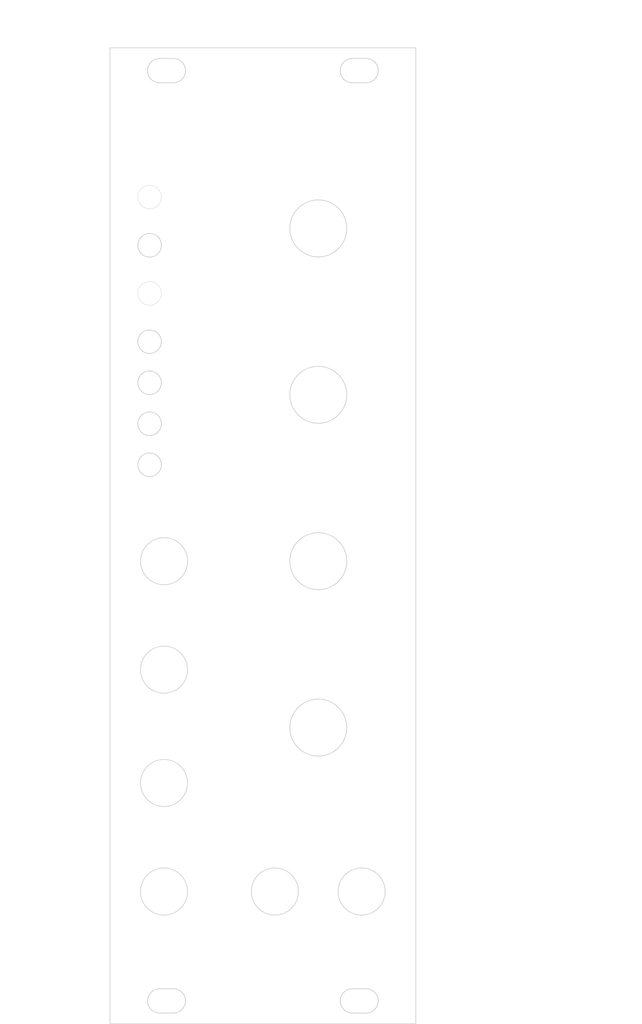
<source format=kicad_pcb>
(kicad_pcb (version 20221018) (generator pcbnew)
  (layers (0 "F.Cu" signal) (31 "B.Cu" signal) (34 "B.Paste" user) (35 "F.Paste" user) (36 "B.SilkS" user "B.Silkscreen") (37 "F.SilkS" user "F.Silkscreen") (38 "B.Mask" user) (39 "F.Mask" user) (44 "Edge.Cuts" user))
  (net 0 "")
  (gr_line (start 145.207004 89.016122) (end 145.022311 88.983144) (stroke (width 0.099836)) (layer "Edge.Cuts"))
  (gr_line (start 145.740677 118.122566) (end 145.910981 118.055425) (stroke (width 0.099836)) (layer "Edge.Cuts"))
  (gr_line (start 141.071221 116.226034) (end 141.15403 116.387712) (stroke (width 0.099836)) (layer "Edge.Cuts"))
  (gr_line (start 123.368716 74.042361) (end 123.417451 73.986117) (stroke (width 0.099836)) (layer "Edge.Cuts"))
  (gr_line (start 148.055291 48.676167) (end 148.120208 48.634549) (stroke (width 0.1)) (layer "Edge.Cuts"))
  (gr_line (start 147.358128 50.166502) (end 147.351949 50.085248) (stroke (width 0.1)) (layer "Edge.Cuts"))
  (gr_line (start 146.238796 74.077646) (end 146.395836 73.987352) (stroke (width 0.099836)) (layer "Edge.Cuts"))
  (gr_circle (center 150.16 158.1) (end 153.26 158.09) (stroke (width 0.1)) (fill none) (layer "Edge.Cuts"))
  (gr_line (start 121.179224 100.752666) (end 121.125393 100.80399) (stroke (width 0.099836)) (layer "Edge.Cuts"))
  (gr_line (start 122.893218 71.602864) (end 122.82454 71.571814) (stroke (width 0.099836)) (layer "Edge.Cuts"))
  (gr_line (start 121.417659 92.425787) (end 121.482558 92.463108) (stroke (width 0.099836)) (layer "Edge.Cuts"))
  (gr_line (start 122.141362 71.45198) (end 122.062691 71.457968) (stroke (width 0.099836)) (layer "Edge.Cuts"))
  (gr_line (start 152.032003 173.460215) (end 151.984504 173.520658) (stroke (width 0.1)) (layer "Edge.Cuts"))
  (gr_line (start 147.456278 116.843885) (end 147.560817 116.696873) (stroke (width 0.099836)) (layer "Edge.Cuts"))
  (gr_line (start 147.83143 91.064141) (end 147.748628 90.902446) (stroke (width 0.099836)) (layer "Edge.Cuts"))
  (gr_line (start 123.649675 85.096836) (end 123.618623 85.028171) (stroke (width 0.099836)) (layer "Edge.Cuts"))
  (gr_line (start 141.341855 138.606955) (end 141.446399 138.754007) (stroke (width 0.099836)) (layer "Edge.Cuts"))
  (gr_line (start 120.72014 91.487497) (end 120.741033 91.561059) (stroke (width 0.099836)) (layer "Edge.Cuts"))
  (gr_line (start 121.179224 71.852743) (end 121.125393 71.904076) (stroke (width 0.099836)) (layer "Edge.Cuts"))
  (gr_line (start 141.15403 90.902446) (end 141.071221 91.064141) (stroke (width 0.099836)) (layer "Edge.Cuts"))
  (gr_line (start 120.68919 72.764063) (end 120.679329 72.841622) (stroke (width 0.099836)) (layer "Edge.Cuts"))
  (gr_line (start 121.949867 50.002912) (end 121.949867 50.002912) (stroke (width 0.1)) (layer "Edge.Cuts"))
  (gr_line (start 141.799733 111.948427) (end 141.675574 112.07867) (stroke (width 0.099836)) (layer "Edge.Cuts"))
  (gr_line (start 122.457171 94.968) (end 122.379584 94.958144) (stroke (width 0.099836)) (layer "Edge.Cuts"))
  (gr_line (start 123.769514 85.620469) (end 123.763526 85.541741) (stroke (width 0.099836)) (layer "Edge.Cuts"))
  (gr_line (start 120.765409 97.033126) (end 120.79317 97.103513) (stroke (width 0.099836)) (layer "Edge.Cuts"))
  (gr_line (start 121.949867 50.002912) (end 121.951949 49.920576) (stroke (width 0.1)) (layer "Edge.Cuts"))
  (gr_line (start 150.749867 51.602911) (end 150.749867 51.602911) (stroke (width 0.1)) (layer "Edge.Cuts"))
  (gr_line (start 151.767615 171.268274) (end 151.82567 171.318562) (stroke (width 0.1)) (layer "Edge.Cuts"))
  (gr_line (start 142.825518 74.160458) (end 142.991613 74.235554) (stroke (width 0.099836)) (layer "Edge.Cuts"))
  (gr_line (start 142.207667 139.515473) (end 142.354679 139.620043) (stroke (width 0.099836)) (layer "Edge.Cuts"))
  (gr_line (start 122.141362 74.548158) (end 122.221075 74.550175) (stroke (width 0.099836)) (layer "Edge.Cuts"))
  (gr_line (start 143.16189 74.302697) (end 143.336113 74.361651) (stroke (width 0.099836)) (layer "Edge.Cuts"))
  (gr_line (start 151.82567 173.687259) (end 151.767615 173.737548) (stroke (width 0.1)) (layer "Edge.Cuts"))
  (gr_line (start 148.032593 71.895383) (end 148.083116 71.717427) (stroke (width 0.099836)) (layer "Edge.Cuts"))
  (gr_line (start 121.482558 100.537078) (end 121.417659 100.5744) (stroke (width 0.099836)) (layer "Edge.Cuts"))
  (gr_line (start 141.341855 134.413425) (end 141.24432 134.565562) (stroke (width 0.099836)) (layer "Edge.Cuts"))
  (gr_line (start 152.33143 50.246575) (end 152.31736 50.325367) (stroke (width 0.1)) (layer "Edge.Cuts"))
  (gr_line (start 122.26773 173.460215) (end 122.223122 173.397485) (stroke (width 0.1)) (layer "Edge.Cuts"))
  (gr_line (start 125.432202 51.600829) (end 125.349867 51.602911) (stroke (width 0.1)) (layer "Edge.Cuts"))
  (gr_line (start 123.649675 72.396808) (end 123.618623 72.328147) (stroke (width 0.099836)) (layer "Edge.Cuts"))
  (gr_line (start 140.720808 114.216939) (end 140.706328 114.407418) (stroke (width 0.099836)) (layer "Edge.Cuts"))
  (gr_line (start 146.695006 95.695018) (end 146.836665 95.583694) (stroke (width 0.099836)) (layer "Edge.Cuts"))
  (gr_line (start 120.824218 85.028171) (end 120.79317 85.096836) (stroke (width 0.099836)) (layer "Edge.Cuts"))
  (gr_line (start 140.706328 114.407418) (end 140.701448 114.600433) (stroke (width 0.099836)) (layer "Edge.Cuts"))
  (gr_line (start 150.993531 174.084476) (end 150.913457 174.094651) (stroke (width 0.1)) (layer "Edge.Cuts"))
  (gr_line (start 150.993531 51.584476) (end 150.913457 51.594651) (stroke (width 0.1)) (layer "Edge.Cuts"))
  (gr_line (start 145.740677 96.212452) (end 145.910981 96.145309) (stroke (width 0.099836)) (layer "Edge.Cuts"))
  (gr_line (start 151.82567 48.818562) (end 151.881237 48.871541) (stroke (width 0.1)) (layer "Edge.Cuts"))
  (gr_line (start 121.482558 71.637105) (end 121.417659 71.674437) (stroke (width 0.099836)) (layer "Edge.Cuts"))
  (gr_line (start 143.16189 118.122566) (end 143.336113 118.18152) (stroke (width 0.099836)) (layer "Edge.Cuts"))
  (gr_line (start 147.66773 173.460215) (end 147.623122 173.397485) (stroke (width 0.1)) (layer "Edge.Cuts"))
  (gr_line (start 122.107644 171.809245) (end 122.142978 171.740256) (stroke (width 0.1)) (layer "Edge.Cuts"))
  (gr_line (start 122.457171 100.367865) (end 122.379584 100.358008) (stroke (width 0.099836)) (layer "Edge.Cuts"))
  (gr_line (start 120.702826 102.212425) (end 120.72014 102.2874) (stroke (width 0.099836)) (layer "Edge.Cuts"))
  (gr_line (start 120.673341 85.620469) (end 120.671324 85.700245) (stroke (width 0.099836)) (layer "Edge.Cuts"))
  (gr_line (start 145.207004 110.926244) (end 145.022311 110.893266) (stroke (width 0.099836)) (layer "Edge.Cuts"))
  (gr_line (start 140.744655 71.351321) (end 140.777632 71.535994) (stroke (width 0.099836)) (layer "Edge.Cuts"))
  (gr_line (start 122.300852 84.152155) (end 122.221075 84.150139) (stroke (width 0.099836)) (layer "Edge.Cuts"))
  (gr_line (start 148.083116 71.717427) (end 148.124981 71.535994) (stroke (width 0.099836)) (layer "Edge.Cuts"))
  (gr_line (start 147.102952 117.25182) (end 147.22711 117.121594) (stroke (width 0.099836)) (layer "Edge.Cuts"))
  (gr_line (start 151.443532 48.56069) (end 151.512521 48.596024) (stroke (width 0.1)) (layer "Edge.Cuts"))
  (gr_line (start 122.062691 103.441865) (end 122.141362 103.44785) (stroke (width 0.099836)) (layer "Edge.Cuts"))
  (gr_line (start 122.000239 172.103046) (end 122.0218 172.02712) (stroke (width 0.1)) (layer "Edge.Cuts"))
  (gr_line (start 148.181794 114.983801) (end 148.196272 114.793383) (stroke (width 0.099836)) (layer "Edge.Cuts"))
  (gr_line (start 148.083116 115.537506) (end 148.124981 115.356098) (stroke (width 0.099836)) (layer "Edge.Cuts"))
  (gr_line (start 122.300852 92.648164) (end 122.379584 92.642179) (stroke (width 0.099836)) (layer "Edge.Cuts"))
  (gr_line (start 144.067752 88.959298) (end 143.880101 88.983144) (stroke (width 0.099836)) (layer "Edge.Cuts"))
  (gr_line (start 123.087906 103.185176) (end 123.148695 103.141966) (stroke (width 0.099836)) (layer "Edge.Cuts"))
  (gr_line (start 145.910981 118.055425) (end 146.077099 117.980332) (stroke (width 0.099836)) (layer "Edge.Cuts"))
  (gr_line (start 123.549867 174.102911) (end 123.467531 174.100829) (stroke (width 0.1)) (layer "Edge.Cuts"))
  (gr_line (start 123.701818 90.639083) (end 123.677439 90.567056) (stroke (width 0.099836)) (layer "Edge.Cuts"))
  (gr_line (start 122.379584 89.557967) (end 122.300852 89.551982) (stroke (width 0.099836)) (layer "Edge.Cuts"))
  (gr_line (start 147.400239 49.603046) (end 147.4218 49.52712) (stroke (width 0.1)) (layer "Edge.Cuts"))
  (gr_line (start 123.368716 92.142365) (end 123.417451 92.086121) (stroke (width 0.099836)) (layer "Edge.Cuts"))
  (gr_line (start 126.481237 171.371541) (end 126.534215 171.427107) (stroke (width 0.1)) (layer "Edge.Cuts"))
  (gr_line (start 146.395836 67.573071) (end 146.238796 67.482777) (stroke (width 0.099836)) (layer "Edge.Cuts"))
  (gr_line (start 122.682096 89.619647) (end 122.608525 89.598761) (stroke (width 0.099836)) (layer "Edge.Cuts"))
  (gr_line (start 147.973648 72.069626) (end 148.032593 71.895383) (stroke (width 0.099836)) (layer "Edge.Cuts"))
  (gr_line (start 144.644134 74.52536) (end 144.834609 74.510879) (stroke (width 0.099836)) (layer "Edge.Cuts"))
  (gr_line (start 147.507644 171.809245) (end 147.542978 171.740256) (stroke (width 0.1)) (layer "Edge.Cuts"))
  (gr_line (start 123.58438 73.738981) (end 123.618623 73.672143) (stroke (width 0.099836)) (layer "Edge.Cuts"))
  (gr_line (start 147.992561 173.785047) (end 147.932118 173.737548) (stroke (width 0.1)) (layer "Edge.Cuts"))
  (gr_line (start 121.760382 71.519675) (end 121.688387 71.544052) (stroke (width 0.099836)) (layer "Edge.Cuts"))
  (gr_line (start 147.22711 90.168502) (end 147.102952 90.038268) (stroke (width 0.099836)) (layer "Edge.Cuts"))
  (gr_line (start 144.45112 132.760193) (end 144.25817 132.765072) (stroke (width 0.099836)) (layer "Edge.Cuts"))
  (gr_line (start 147.581504 49.173253) (end 147.623122 49.108336) (stroke (width 0.1)) (layer "Edge.Cuts"))
  (gr_line (start 120.702826 90.787645) (end 120.68919 90.863984) (stroke (width 0.099836)) (layer "Edge.Cuts"))
  (gr_line (start 147.382373 50.325367) (end 147.368303 50.246575) (stroke (width 0.1)) (layer "Edge.Cuts"))
  (gr_line (start 123.722713 72.61276) (end 123.701818 72.539211) (stroke (width 0.099836)) (layer "Edge.Cuts"))
  (gr_line (start 151.767615 173.737548) (end 151.707171 173.785047) (stroke (width 0.1)) (layer "Edge.Cuts"))
  (gr_line (start 141.557718 112.214746) (end 141.446399 112.35642) (stroke (width 0.099836)) (layer "Edge.Cuts"))
  (gr_line (start 147.748628 72.56773) (end 147.83143 72.406036) (stroke (width 0.099836)) (layer "Edge.Cuts"))
  (gr_line (start 147.358128 49.839321) (end 147.368303 49.759247) (stroke (width 0.1)) (layer "Edge.Cuts"))
  (gr_line (start 126.949866 172.502912) (end 126.949866 172.502912) (stroke (width 0.1)) (layer "Edge.Cuts"))
  (gr_line (start 123.024999 71.674437) (end 122.96007 71.637105) (stroke (width 0.099836)) (layer "Edge.Cuts"))
  (gr_line (start 146.395836 139.717602) (end 146.547985 139.620043) (stroke (width 0.099836)) (layer "Edge.Cuts"))
  (gr_line (start 146.395836 89.482824) (end 146.238796 89.392531) (stroke (width 0.099836)) (layer "Edge.Cuts"))
  (gr_line (start 144.834609 118.330745) (end 145.022311 118.306898) (stroke (width 0.099836)) (layer "Edge.Cuts"))
  (gr_line (start 122.592561 51.285047) (end 122.532118 51.237548) (stroke (width 0.1)) (layer "Edge.Cuts"))
  (gr_line (start 147.748628 68.992693) (end 147.658345 68.835653) (stroke (width 0.099836)) (layer "Edge.Cuts"))
  (gr_line (start 143.695454 96.36381) (end 143.880101 96.396788) (stroke (width 0.099836)) (layer "Edge.Cuts"))
  (gr_line (start 147.507644 173.196576) (end 147.475603 173.125702) (stroke (width 0.1)) (layer "Edge.Cuts"))
  (gr_line (start 152.347784 50.085248) (end 152.341605 50.166502) (stroke (width 0.1)) (layer "Edge.Cuts"))
  (gr_line (start 147.382373 172.825367) (end 147.368303 172.746575) (stroke (width 0.1)) (layer "Edge.Cuts"))
  (gr_line (start 123.368716 90.057779) (end 123.317376 90.003947) (stroke (width 0.099836)) (layer "Edge.Cuts"))
  (gr_line (start 140.996128 137.969838) (end 141.071221 138.135982) (stroke (width 0.099836)) (layer "Edge.Cuts"))
  (gr_line (start 148.120208 173.871273) (end 148.055291 173.829655) (stroke (width 0.1)) (layer "Edge.Cuts"))
  (gr_line (start 123.618623 72.328147) (end 123.58438 72.261312) (stroke (width 0.099836)) (layer "Edge.Cuts"))
  (gr_line (start 143.336113 67.198771) (end 143.16189 67.257726) (stroke (width 0.099836)) (layer "Edge.Cuts"))
  (gr_line (start 126.82413 171.880119) (end 126.852778 171.952777) (stroke (width 0.1)) (layer "Edge.Cuts"))
  (gr_line (start 126.676611 49.108336) (end 126.718229 49.173253) (stroke (width 0.1)) (layer "Edge.Cuts"))
  (gr_line (start 122.999733 48.5) (end 123.074075 48.474845) (stroke (width 0.1)) (layer "Edge.Cuts"))
  (gr_line (start 121.98516 92.632322) (end 122.062691 92.642179) (stroke (width 0.099836)) (layer "Edge.Cuts"))
  (gr_line (start 121.98516 94.968) (end 121.908867 94.981631) (stroke (width 0.099836)) (layer "Edge.Cuts"))
  (gr_line (start 122.720208 173.871273) (end 122.655291 173.829655) (stroke (width 0.1)) (layer "Edge.Cuts"))
  (gr_line (start 146.836665 67.886484) (end 146.695006 67.77516) (stroke (width 0.099836)) (layer "Edge.Cuts"))
  (gr_line (start 141.799733 95.341664) (end 141.929958 95.465831) (stroke (width 0.099836)) (layer "Edge.Cuts"))
  (gr_line (start 122.457171 71.467829) (end 122.379584 71.457968) (stroke (width 0.099836)) (layer "Edge.Cuts"))
  (gr_line (start 144.834609 88.959298) (end 144.644134 88.944817) (stroke (width 0.099836)) (layer "Edge.Cuts"))
  (gr_line (start 121.549377 71.602864) (end 121.482558 71.637105) (stroke (width 0.099836)) (layer "Edge.Cuts"))
  (gr_line (start 126.481237 48.871541) (end 126.534215 48.927107) (stroke (width 0.1)) (layer "Edge.Cuts"))
  (gr_line (start 123.317376 84.604121) (end 123.263527 84.552797) (stroke (width 0.099836)) (layer "Edge.Cuts"))
  (gr_line (start 122.300852 100.352023) (end 122.221075 100.350006) (stroke (width 0.099836)) (layer "Edge.Cuts"))
  (gr_line (start 126.792089 173.196576) (end 126.756755 173.265565) (stroke (width 0.1)) (layer "Edge.Cuts"))
  (gr_line (start 126.947784 172.420576) (end 126.949866 172.502912) (stroke (width 0.1)) (layer "Edge.Cuts"))
  (gr_line (start 126.584504 48.985163) (end 126.632003 49.045606) (stroke (width 0.1)) (layer "Edge.Cuts"))
  (gr_line (start 121.235464 100.703947) (end 121.179224 100.752666) (stroke (width 0.099836)) (layer "Edge.Cuts"))
  (gr_line (start 140.701448 136.509865) (end 140.706328 136.702881) (stroke (width 0.099836)) (layer "Edge.Cuts"))
  (gr_line (start 151.225657 51.530978) (end 151.149731 51.552539) (stroke (width 0.1)) (layer "Edge.Cuts"))
  (gr_line (start 147.658345 116.544736) (end 147.748628 116.387712) (stroke (width 0.099836)) (layer "Edge.Cuts"))
  (gr_line (start 125.972658 51.477175) (end 125.9 51.505823) (stroke (width 0.1)) (layer "Edge.Cuts"))
  (gr_line (start 122.223122 49.108336) (end 122.26773 49.045606) (stroke (width 0.1)) (layer "Edge.Cuts"))
  (gr_line (start 122.893218 87.097163) (end 122.96007 87.062936) (stroke (width 0.099836)) (layer "Edge.Cuts"))
  (gr_line (start 126.584504 51.020658) (end 126.534215 51.078714) (stroke (width 0.1)) (layer "Edge.Cuts"))
  (gr_line (start 150.913457 174.094651) (end 150.832202 174.100829) (stroke (width 0.1)) (layer "Edge.Cuts"))
  (gr_line (start 145.910981 89.234623) (end 145.740677 89.16748) (stroke (width 0.099836)) (layer "Edge.Cuts"))
  (gr_line (start 142.506815 73.987352) (end 142.66384 74.077646) (stroke (width 0.099836)) (layer "Edge.Cuts"))
  (gr_line (start 125.825657 170.974845) (end 125.9 171) (stroke (width 0.1)) (layer "Edge.Cuts"))
  (gr_line (start 122.075603 49.380119) (end 122.107644 49.309245) (stroke (width 0.1)) (layer "Edge.Cuts"))
  (gr_line (start 122.315229 51.020658) (end 122.26773 50.960215) (stroke (width 0.1)) (layer "Edge.Cuts"))
  (gr_line (start 147.973648 137.799511) (end 148.032593 137.625235) (stroke (width 0.099836)) (layer "Edge.Cuts"))
  (gr_line (start 121.982373 172.180455) (end 122.000239 172.103046) (stroke (width 0.1)) (layer "Edge.Cuts"))
  (gr_line (start 123.417451 90.114022) (end 123.368716 90.057779) (stroke (width 0.099836)) (layer "Edge.Cuts"))
  (gr_line (start 126.179524 171.134549) (end 126.244441 171.176167) (stroke (width 0.1)) (layer "Edge.Cuts"))
  (gr_line (start 121.294014 84.458064) (end 121.235464 84.504079) (stroke (width 0.099836)) (layer "Edge.Cuts"))
  (gr_line (start 122.96007 89.737036) (end 122.893218 89.702807) (stroke (width 0.099836)) (layer "Edge.Cuts"))
  (gr_line (start 121.417659 74.325781) (end 121.482558 74.363103) (stroke (width 0.099836)) (layer "Edge.Cuts"))
  (gr_line (start 120.673341 73.079845) (end 120.679329 73.158573) (stroke (width 0.099836)) (layer "Edge.Cuts"))
  (gr_line (start 148.399733 174.005823) (end 148.327074 173.977175) (stroke (width 0.1)) (layer "Edge.Cuts"))
  (gr_line (start 151.443532 171.06069) (end 151.512521 171.096024) (stroke (width 0.1)) (layer "Edge.Cuts"))
  (gr_line (start 141.24432 116.544736) (end 141.341855 116.696873) (stroke (width 0.099836)) (layer "Edge.Cuts"))
  (gr_line (start 121.549377 74.397333) (end 121.618019 74.428372) (stroke (width 0.099836)) (layer "Edge.Cuts"))
  (gr_line (start 121.968303 172.259247) (end 121.982373 172.180455) (stroke (width 0.1)) (layer "Edge.Cuts"))
  (gr_line (start 123.701818 96.961109) (end 123.722713 96.88756) (stroke (width 0.099836)) (layer "Edge.Cuts"))
  (gr_line (start 140.870033 91.574794) (end 140.819503 91.75275) (stroke (width 0.099836)) (layer "Edge.Cuts"))
  (gr_line (start 145.388453 118.23205) (end 145.566423 118.18152) (stroke (width 0.099836)) (layer "Edge.Cuts"))
  (gr_line (start 121.98516 98.032491) (end 122.062691 98.042352) (stroke (width 0.099836)) (layer "Edge.Cuts"))
  (gr_line (start 122.365518 171.427107) (end 122.418496 171.371541) (stroke (width 0.1)) (layer "Edge.Cuts"))
  (gr_line (start 120.679329 102.058558) (end 120.68919 102.136112) (stroke (width 0.099836)) (layer "Edge.Cuts"))
  (gr_line (start 150.832202 51.600829) (end 150.749867 51.602911) (stroke (width 0.1)) (layer "Edge.Cuts"))
  (gr_line (start 121.958128 50.166502) (end 121.951949 50.085248) (stroke (width 0.1)) (layer "Edge.Cuts"))
  (gr_line (start 147.358128 172.339321) (end 147.368303 172.259247) (stroke (width 0.1)) (layer "Edge.Cuts"))
  (gr_line (start 123.024999 97.825883) (end 123.087906 97.785555) (stroke (width 0.099836)) (layer "Edge.Cuts"))
  (gr_line (start 123.753665 102.136112) (end 123.763526 102.058558) (stroke (width 0.099836)) (layer "Edge.Cuts"))
  (gr_line (start 147.344964 138.895698) (end 147.456278 138.754007) (stroke (width 0.099836)) (layer "Edge.Cuts"))
  (gr_line (start 147.83143 134.884264) (end 147.748628 134.722586) (stroke (width 0.099836)) (layer "Edge.Cuts"))
  (gr_line (start 147.874063 173.687259) (end 147.818496 173.634281) (stroke (width 0.1)) (layer "Edge.Cuts"))
  (gr_line (start 126.877933 172.02712) (end 126.899494 172.103046) (stroke (width 0.1)) (layer "Edge.Cuts"))
  (gr_line (start 122.592561 48.720775) (end 122.655291 48.676167) (stroke (width 0.1)) (layer "Edge.Cuts"))
  (gr_line (start 122.96007 92.463108) (end 123.024999 92.425787) (stroke (width 0.099836)) (layer "Edge.Cuts"))
  (gr_line (start 120.79317 97.103513) (end 120.824218 97.172173) (stroke (width 0.099836)) (layer "Edge.Cuts"))
  (gr_line (start 146.972725 95.465831) (end 147.102952 95.341664) (stroke (width 0.099836)) (layer "Edge.Cuts"))
  (gr_line (start 148.032593 69.665041) (end 147.973648 69.490797) (stroke (width 0.099836)) (layer "Edge.Cuts"))
  (gr_line (start 147.22711 139.031791) (end 147.344964 138.895698) (stroke (width 0.099836)) (layer "Edge.Cuts"))
  (gr_line (start 122.608525 94.998938) (end 122.533517 94.981631) (stroke (width 0.099836)) (layer "Edge.Cuts"))
  (gr_line (start 123.263527 74.147517) (end 123.317376 74.096193) (stroke (width 0.099836)) (layer "Edge.Cuts"))
  (gr_line (start 121.618019 103.32807) (end 121.688387 103.355821) (stroke (width 0.099836)) (layer "Edge.Cuts"))
  (gr_line (start 120.68919 96.264165) (end 120.679329 96.341747) (stroke (width 0.099836)) (layer "Edge.Cuts"))
  (gr_line (start 144.25817 110.854939) (end 144.067752 110.869419) (stroke (width 0.099836)) (layer "Edge.Cuts"))
  (gr_line (start 121.074068 102.942106) (end 121.125393 102.99593) (stroke (width 0.099836)) (layer "Edge.Cuts"))
  (gr_line (start 143.514046 118.23205) (end 143.695454 118.273922) (stroke (width 0.099836)) (layer "Edge.Cuts"))
  (gr_line (start 140.706328 92.882947) (end 140.720808 93.073395) (stroke (width 0.099836)) (layer "Edge.Cuts"))
  (gr_line (start 121.025347 95.514201) (end 120.979328 95.572759) (stroke (width 0.099836)) (layer "Edge.Cuts"))
  (gr_line (start 142.066015 117.493835) (end 142.207667 117.605153) (stroke (width 0.099836)) (layer "Edge.Cuts"))
  (gr_line (start 142.991613 89.234623) (end 142.825518 89.309718) (stroke (width 0.099836)) (layer "Edge.Cuts"))
  (gr_line (start 123.087906 89.814675) (end 123.024999 89.774358) (stroke (width 0.099836)) (layer "Edge.Cuts"))
  (gr_line (start 146.972725 68.004347) (end 146.836665 67.886484) (stroke (width 0.099836)) (layer "Edge.Cuts"))
  (gr_line (start 123.740028 102.212425) (end 123.753665 102.136112) (stroke (width 0.099836)) (layer "Edge.Cuts"))
  (gr_line (start 122.754134 95.044192) (end 122.682096 95.019824) (stroke (width 0.099836)) (layer "Edge.Cuts"))
  (gr_line (start 140.870033 137.625235) (end 140.928987 137.799511) (stroke (width 0.099836)) (layer "Edge.Cuts"))
  (gr_line (start 120.68919 85.936242) (end 120.702826 86.012555) (stroke (width 0.099836)) (layer "Edge.Cuts"))
  (gr_line (start 126.941605 49.839321) (end 126.947784 49.920576) (stroke (width 0.1)) (layer "Edge.Cuts"))
  (gr_line (start 123.150002 170.953285) (end 123.227411 170.935419) (stroke (width 0.1)) (layer "Edge.Cuts"))
  (gr_line (start 151.934215 171.427107) (end 151.984504 171.485163) (stroke (width 0.1)) (layer "Edge.Cuts"))
  (gr_line (start 142.66384 95.987401) (end 142.825518 96.070214) (stroke (width 0.099836)) (layer "Edge.Cuts"))
  (gr_line (start 147.658345 68.835653) (end 147.560817 68.683503) (stroke (width 0.099836)) (layer "Edge.Cuts"))
  (gr_line (start 150.832202 170.904995) (end 150.913457 170.911174) (stroke (width 0.1)) (layer "Edge.Cuts"))
  (gr_line (start 147.560817 94.786675) (end 147.658345 94.634525) (stroke (width 0.099836)) (layer "Edge.Cuts"))
  (gr_line (start 125.672322 51.570405) (end 125.593531 51.584476) (stroke (width 0.1)) (layer "Edge.Cuts"))
  (gr_line (start 123.463482 100.972623) (end 123.417451 100.914066) (stroke (width 0.099836)) (layer "Edge.Cuts"))
  (gr_line (start 123.763526 85.858687) (end 123.769514 85.779989) (stroke (width 0.099836)) (layer "Edge.Cuts"))
  (gr_line (start 148.706202 170.921348) (end 148.786276 170.911174) (stroke (width 0.1)) (layer "Edge.Cuts"))
  (gr_line (start 122.315229 171.485163) (end 122.365518 171.427107) (stroke (width 0.1)) (layer "Edge.Cuts"))
  (gr_line (start 121.760382 87.180317) (end 121.833908 87.201202) (stroke (width 0.099836)) (layer "Edge.Cuts"))
  (gr_line (start 122.457171 84.167997) (end 122.379584 84.158141) (stroke (width 0.099836)) (layer "Edge.Cuts"))
  (gr_line (start 122.379584 87.241994) (end 122.457171 87.232138) (stroke (width 0.099836)) (layer "Edge.Cuts"))
  (gr_line (start 121.354779 95.214853) (end 121.294014 95.258068) (stroke (width 0.099836)) (layer "Edge.Cuts"))
  (gr_line (start 122.893218 74.397333) (end 122.96007 74.363103) (stroke (width 0.099836)) (layer "Edge.Cuts"))
  (gr_line (start 146.695006 111.595054) (end 146.547985 111.4905) (stroke (width 0.099836)) (layer "Edge.Cuts"))
  (gr_line (start 148.550002 48.453285) (end 148.627411 48.435419) (stroke (width 0.1)) (layer "Edge.Cuts"))
  (gr_line (start 121.235464 89.903905) (end 121.179224 89.952623) (stroke (width 0.099836)) (layer "Edge.Cuts"))
  (gr_line (start 123.306202 170.921348) (end 123.386276 170.911174) (stroke (width 0.1)) (layer "Edge.Cuts"))
  (gr_line (start 151.881237 173.634281) (end 151.82567 173.687259) (stroke (width 0.1)) (layer "Edge.Cuts"))
  (gr_line (start 121.760382 74.480493) (end 121.833908 74.501379) (stroke (width 0.099836)) (layer "Edge.Cuts"))
  (gr_line (start 144.067752 132.779553) (end 143.880101 132.803399) (stroke (width 0.099836)) (layer "Edge.Cuts"))
  (gr_line (start 148.2562 48.56069) (end 148.327074 48.528648) (stroke (width 0.1)) (layer "Edge.Cuts"))
  (gr_line (start 122.062691 94.958144) (end 121.98516 94.968) (stroke (width 0.099836)) (layer "Edge.Cuts"))
  (gr_line (start 141.675574 139.031791) (end 141.799733 139.16205) (stroke (width 0.099836)) (layer "Edge.Cuts"))
  (gr_line (start 140.701448 114.600433) (end 140.706328 114.793383) (stroke (width 0.099836)) (layer "Edge.Cuts"))
  (gr_line (start 120.79317 101.296706) (end 120.765409 101.367101) (stroke (width 0.099836)) (layer "Edge.Cuts"))
  (gr_line (start 148.949867 51.602911) (end 148.949867 51.602911) (stroke (width 0.1)) (layer "Edge.Cuts"))
  (gr_line (start 120.824218 73.672143) (end 120.858455 73.738981) (stroke (width 0.099836)) (layer "Edge.Cuts"))
  (gr_line (start 121.760382 84.219821) (end 121.688387 84.244189) (stroke (width 0.099836)) (layer "Edge.Cuts"))
  (gr_line (start 122.533517 103.418379) (end 122.608525 103.401073) (stroke (width 0.099836)) (layer "Edge.Cuts"))
  (gr_line (start 121.833908 103.401073) (end 121.908867 103.418379) (stroke (width 0.099836)) (layer "Edge.Cuts"))
  (gr_line (start 126.949866 172.502912) (end 126.947784 172.585248) (stroke (width 0.1)) (layer "Edge.Cuts"))
  (gr_line (start 120.68919 96.736257) (end 120.702826 96.812577) (stroke (width 0.099836)) (layer "Edge.Cuts"))
  (gr_line (start 145.022311 96.396788) (end 145.207004 96.36381) (stroke (width 0.099836)) (layer "Edge.Cuts"))
  (gr_line (start 151.984504 51.020658) (end 151.934215 51.078714) (stroke (width 0.1)) (layer "Edge.Cuts"))
  (gr_line (start 125.593531 174.084476) (end 125.513457 174.094651) (stroke (width 0.1)) (layer "Edge.Cuts"))
  (gr_line (start 126.93143 172.746575) (end 126.91736 172.825367) (stroke (width 0.1)) (layer "Edge.Cuts"))
  (gr_line (start 147.351949 50.085248) (end 147.349867 50.002912) (stroke (width 0.1)) (layer "Edge.Cuts"))
  (gr_line (start 140.744655 114.029232) (end 140.720808 114.216939) (stroke (width 0.099836)) (layer "Edge.Cuts"))
  (gr_line (start 148.032593 91.574794) (end 147.973648 91.40055) (stroke (width 0.099836)) (layer "Edge.Cuts"))
  (gr_line (start 121.235464 84.504079) (end 121.179224 84.552797) (stroke (width 0.099836)) (layer "Edge.Cuts"))
  (gr_line (start 152.277933 50.478701) (end 152.252778 50.553044) (stroke (width 0.1)) (layer "Edge.Cuts"))
  (gr_line (start 123.763526 101.741612) (end 123.753665 101.664029) (stroke (width 0.099836)) (layer "Edge.Cuts"))
  (gr_line (start 141.929958 89.914101) (end 141.799733 90.038268) (stroke (width 0.099836)) (layer "Edge.Cuts"))
  (gr_line (start 145.022311 67.073391) (end 144.834609 67.049544) (stroke (width 0.099836)) (layer "Edge.Cuts"))
  (gr_line (start 141.929958 73.556076) (end 142.066015 73.673939) (stroke (width 0.099836)) (layer "Edge.Cuts"))
  (gr_line (start 123.769514 72.920323) (end 123.763526 72.841622) (stroke (width 0.099836)) (layer "Edge.Cuts"))
  (gr_line (start 141.341855 68.683503) (end 141.24432 68.835653) (stroke (width 0.099836)) (layer "Edge.Cuts"))
  (gr_line (start 143.514046 89.057994) (end 143.336113 89.108525) (stroke (width 0.099836)) (layer "Edge.Cuts"))
  (gr_line (start 122.062691 98.042352) (end 122.141362 98.04834) (stroke (width 0.099836)) (layer "Edge.Cuts"))
  (gr_line (start 143.336113 140.091976) (end 143.514046 140.142517) (stroke (width 0.099836)) (layer "Edge.Cuts"))
  (gr_line (start 147.344964 68.394815) (end 147.22711 68.258748) (stroke (width 0.099836)) (layer "Edge.Cuts"))
  (gr_line (start 140.870033 113.485096) (end 140.819503 113.663075) (stroke (width 0.099836)) (layer "Edge.Cuts"))
  (gr_line (start 144.25817 96.435115) (end 144.45112 96.439995) (stroke (width 0.099836)) (layer "Edge.Cuts"))
  (gr_line (start 148.327074 173.977175) (end 148.2562 173.945133) (stroke (width 0.1)) (layer "Edge.Cuts"))
  (gr_line (start 123.549867 51.602911) (end 123.549867 51.602911) (stroke (width 0.1)) (layer "Edge.Cuts"))
  (gr_line (start 146.695006 67.77516) (end 146.547985 67.67061) (stroke (width 0.099836)) (layer "Edge.Cuts"))
  (gr_line (start 140.870033 115.715439) (end 140.928987 115.889662) (stroke (width 0.099836)) (layer "Edge.Cuts"))
  (gr_line (start 141.929958 68.004347) (end 141.799733 68.128514) (stroke (width 0.099836)) (layer "Edge.Cuts"))
  (gr_line (start 122.221075 103.449867) (end 122.300852 103.44785) (stroke (width 0.099836)) (layer "Edge.Cuts"))
  (gr_line (start 122.300852 94.952159) (end 122.221075 94.950142) (stroke (width 0.099836)) (layer "Edge.Cuts"))
  (gr_line (start 145.910981 67.324869) (end 145.740677 67.257726) (stroke (width 0.099836)) (layer "Edge.Cuts"))
  (gr_line (start 125.749731 51.552539) (end 125.672322 51.570405) (stroke (width 0.1)) (layer "Edge.Cuts"))
  (gr_line (start 123.227411 48.435419) (end 123.306202 48.421348) (stroke (width 0.1)) (layer "Edge.Cuts"))
  (gr_line (start 123.771532 73.000069) (end 123.769514 72.920323) (stroke (width 0.099836)) (layer "Edge.Cuts"))
  (gr_line (start 121.025347 92.086121) (end 121.074068 92.142365) (stroke (width 0.099836)) (layer "Edge.Cuts"))
  (gr_line (start 122.8562 173.945133) (end 122.787211 173.909799) (stroke (width 0.1)) (layer "Edge.Cuts"))
  (gr_line (start 126.112521 48.596024) (end 126.179524 48.634549) (stroke (width 0.1)) (layer "Edge.Cuts"))
  (gr_line (start 122.379584 103.441865) (end 122.457171 103.432009) (stroke (width 0.099836)) (layer "Edge.Cuts"))
  (gr_line (start 150.913457 51.594651) (end 150.832202 51.600829) (stroke (width 0.1)) (layer "Edge.Cuts"))
  (gr_line (start 148.157952 70.209103) (end 148.124981 70.02443) (stroke (width 0.099836)) (layer "Edge.Cuts"))
  (gr_line (start 140.996128 113.140516) (end 140.928987 113.310831) (stroke (width 0.099836)) (layer "Edge.Cuts"))
  (gr_line (start 120.702826 101.587689) (end 120.68919 101.664029) (stroke (width 0.099836)) (layer "Edge.Cuts"))
  (gr_line (start 147.446954 50.553044) (end 147.4218 50.478701) (stroke (width 0.1)) (layer "Edge.Cuts"))
  (gr_line (start 122.96007 100.537078) (end 122.893218 100.502849) (stroke (width 0.099836)) (layer "Edge.Cuts"))
  (gr_line (start 141.675574 68.258748) (end 141.557718 68.394815) (stroke (width 0.099836)) (layer "Edge.Cuts"))
  (gr_line (start 151.984504 48.985163) (end 152.032003 49.045606) (stroke (width 0.1)) (layer "Edge.Cuts"))
  (gr_line (start 126.584504 171.485163) (end 126.632003 171.545606) (stroke (width 0.1)) (layer "Edge.Cuts"))
  (gr_line (start 142.354679 73.889813) (end 142.506815 73.987352) (stroke (width 0.099836)) (layer "Edge.Cuts"))
  (gr_line (start 144.45112 110.850059) (end 144.25817 110.854939) (stroke (width 0.099836)) (layer "Edge.Cuts"))
  (gr_line (start 120.679329 91.258575) (end 120.68919 91.336158) (stroke (width 0.099836)) (layer "Edge.Cuts"))
  (gr_line (start 122.608525 74.501379) (end 122.682096 74.480493) (stroke (width 0.099836)) (layer "Edge.Cuts"))
  (gr_line (start 144.834609 74.510879) (end 145.022311 74.487032) (stroke (width 0.099836)) (layer "Edge.Cuts"))
  (gr_line (start 123.722713 85.312819) (end 123.701818 85.239257) (stroke (width 0.099836)) (layer "Edge.Cuts"))
  (gr_line (start 148.867531 174.100829) (end 148.786276 174.094651) (stroke (width 0.1)) (layer "Edge.Cuts"))
  (gr_line (start 123.549867 170.902913) (end 125.349867 170.902913) (stroke (width 0.1)) (layer "Edge.Cuts"))
  (gr_line (start 122.82454 89.671767) (end 122.754134 89.644015) (stroke (width 0.099836)) (layer "Edge.Cuts"))
  (gr_line (start 148.706202 48.421348) (end 148.786276 48.411174) (stroke (width 0.1)) (layer "Edge.Cuts"))
  (gr_line (start 146.836665 111.706384) (end 146.695006 111.595054) (stroke (width 0.099836)) (layer "Edge.Cuts"))
  (gr_line (start 122.300852 74.548158) (end 122.379584 74.542173) (stroke (width 0.099836)) (layer "Edge.Cuts"))
  (gr_line (start 122.379584 71.457968) (end 122.300852 71.45198) (stroke (width 0.099836)) (layer "Edge.Cuts"))
  (gr_line (start 121.949867 172.502912) (end 121.949867 172.502912) (stroke (width 0.1)) (layer "Edge.Cuts"))
  (gr_line (start 148.949867 48.402913) (end 148.949867 48.402913) (stroke (width 0.1)) (layer "Edge.Cuts"))
  (gr_line (start 122.107644 49.309245) (end 122.142978 49.240256) (stroke (width 0.1)) (layer "Edge.Cuts"))
  (gr_line (start 126.307171 51.285047) (end 126.244441 51.329655) (stroke (width 0.1)) (layer "Edge.Cuts"))
  (gr_line (start 123.677439 90.567056) (end 123.649675 90.496662) (stroke (width 0.099836)) (layer "Edge.Cuts"))
  (gr_line (start 148.949867 170.902913) (end 150.749867 170.902913) (stroke (width 0.1)) (layer "Edge.Cuts"))
  (gr_line (start 147.765518 171.427107) (end 147.818496 171.371541) (stroke (width 0.1)) (layer "Edge.Cuts"))
  (gr_line (start 123.207268 86.896087) (end 123.263527 86.847376) (stroke (width 0.099836)) (layer "Edge.Cuts"))
  (gr_line (start 123.263527 92.247521) (end 123.317376 92.196197) (stroke (width 0.099836)) (layer "Edge.Cuts"))
  (gr_line (start 140.720808 114.983801) (end 140.744655 115.171451) (stroke (width 0.099836)) (layer "Edge.Cuts"))
  (gr_line (start 141.557718 116.985537) (end 141.675574 117.121594) (stroke (width 0.099836)) (layer "Edge.Cuts"))
  (gr_line (start 147.973648 113.310831) (end 147.906515 113.140516) (stroke (width 0.099836)) (layer "Edge.Cuts"))
  (gr_line (start 148.083116 113.663075) (end 148.032593 113.485096) (stroke (width 0.099836)) (layer "Edge.Cuts"))
  (gr_line (start 150.749867 48.402913) (end 150.832202 48.404995) (stroke (width 0.1)) (layer "Edge.Cuts"))
  (gr_line (start 147.932118 48.768274) (end 147.992561 48.720775) (stroke (width 0.1)) (layer "Edge.Cuts"))
  (gr_line (start 121.968303 172.746575) (end 121.958128 172.666502) (stroke (width 0.1)) (layer "Edge.Cuts"))
  (gr_line (start 121.125393 92.196197) (end 121.179224 92.247521) (stroke (width 0.099836)) (layer "Edge.Cuts"))
  (gr_line (start 123.148695 74.24225) (end 123.207268 74.196235) (stroke (width 0.099836)) (layer "Edge.Cuts"))
  (gr_line (start 121.549377 95.102985) (end 121.482558 95.137214) (stroke (width 0.099836)) (layer "Edge.Cuts"))
  (gr_line (start 123.618623 101.228041) (end 123.58438 101.161203) (stroke (width 0.099836)) (layer "Edge.Cuts"))
  (gr_line (start 126.043532 171.06069) (end 126.112521 171.096024) (stroke (width 0.1)) (layer "Edge.Cuts"))
  (gr_line (start 142.66384 133.212775) (end 142.506815 133.303065) (stroke (width 0.099836)) (layer "Edge.Cuts"))
  (gr_line (start 121.760382 89.619647) (end 121.688387 89.644015) (stroke (width 0.099836)) (layer "Edge.Cuts"))
  (gr_line (start 122.062691 100.358008) (end 121.98516 100.367865) (stroke (width 0.099836)) (layer "Edge.Cuts"))
  (gr_line (start 148.474075 51.530978) (end 148.399733 51.505823) (stroke (width 0.1)) (layer "Edge.Cuts"))
  (gr_line (start 123.549867 174.102911) (end 123.549867 174.102911) (stroke (width 0.1)) (layer "Edge.Cuts"))
  (gr_line (start 145.388453 132.878248) (end 145.207004 132.836376) (stroke (width 0.099836)) (layer "Edge.Cuts"))
  (gr_line (start 147.581504 171.673253) (end 147.623122 171.608336) (stroke (width 0.1)) (layer "Edge.Cuts"))
  (gr_line (start 147.351949 172.420576) (end 147.358128 172.339321) (stroke (width 0.1)) (layer "Edge.Cuts"))
  (gr_line (start 120.765409 73.533083) (end 120.79317 73.603478) (stroke (width 0.099836)) (layer "Edge.Cuts"))
  (gr_line (start 148.157952 92.118855) (end 148.124981 91.934182) (stroke (width 0.099836)) (layer "Edge.Cuts"))
  (gr_line (start 120.765409 101.367101) (end 120.741033 101.439128) (stroke (width 0.099836)) (layer "Edge.Cuts"))
  (gr_line (start 145.740677 67.257726) (end 145.566423 67.198771) (stroke (width 0.099836)) (layer "Edge.Cuts"))
  (gr_line (start 147.22711 133.988704) (end 147.102952 133.858478) (stroke (width 0.099836)) (layer "Edge.Cuts"))
  (gr_line (start 142.825518 67.399965) (end 142.66384 67.482777) (stroke (width 0.099836)) (layer "Edge.Cuts"))
  (gr_line (start 123.771532 101.900116) (end 123.769514 101.82034) (stroke (width 0.099836)) (layer "Edge.Cuts"))
  (gr_line (start 147.456278 68.536479) (end 147.344964 68.394815) (stroke (width 0.099836)) (layer "Edge.Cuts"))
  (gr_line (start 146.547985 67.67061) (end 146.395836 67.573071) (stroke (width 0.099836)) (layer "Edge.Cuts"))
  (gr_line (start 147.765518 48.927107) (end 147.818496 48.871541) (stroke (width 0.1)) (layer "Edge.Cuts"))
  (gr_line (start 123.227411 174.070405) (end 123.150002 174.052539) (stroke (width 0.1)) (layer "Edge.Cuts"))
  (gr_line (start 122.142978 171.740256) (end 122.181504 171.673253) (stroke (width 0.1)) (layer "Edge.Cuts"))
  (gr_line (start 147.560817 134.413425) (end 147.456278 134.266413) (stroke (width 0.099836)) (layer "Edge.Cuts"))
  (gr_line (start 126.852778 173.053044) (end 126.82413 173.125702) (stroke (width 0.1)) (layer "Edge.Cuts"))
  (gr_line (start 148.083116 69.842997) (end 148.032593 69.665041) (stroke (width 0.099836)) (layer "Edge.Cuts"))
  (gr_line (start 141.341855 94.786675) (end 141.446399 94.933699) (stroke (width 0.099836)) (layer "Edge.Cuts"))
  (gr_line (start 147.818496 51.134281) (end 147.765518 51.078714) (stroke (width 0.1)) (layer "Edge.Cuts"))
  (gr_line (start 123.753665 91.336158) (end 123.763526 91.258575) (stroke (width 0.099836)) (layer "Edge.Cuts"))
  (gr_line (start 148.2562 51.445133) (end 148.187211 51.409799) (stroke (width 0.1)) (layer "Edge.Cuts"))
  (gr_line (start 151.934215 173.578714) (end 151.881237 173.634281) (stroke (width 0.1)) (layer "Edge.Cuts"))
  (gr_line (start 121.417659 87.025618) (end 121.482558 87.062936) (stroke (width 0.099836)) (layer "Edge.Cuts"))
  (gr_line (start 125.825657 174.030978) (end 125.749731 174.052539) (stroke (width 0.1)) (layer "Edge.Cuts"))
  (gr_line (start 120.979328 84.772753) (end 120.936108 84.833526) (stroke (width 0.099836)) (layer "Edge.Cuts"))
  (gr_line (start 121.968303 50.246575) (end 121.958128 50.166502) (stroke (width 0.1)) (layer "Edge.Cuts"))
  (gr_line (start 126.91736 172.825367) (end 126.899494 172.902775) (stroke (width 0.1)) (layer "Edge.Cuts"))
  (gr_line (start 123.701818 96.039264) (end 123.677439 95.967237) (stroke (width 0.099836)) (layer "Edge.Cuts"))
  (gr_line (start 121.294014 97.74233) (end 121.354779 97.785555) (stroke (width 0.099836)) (layer "Edge.Cuts"))
  (gr_line (start 126.91736 50.325367) (end 126.899494 50.402775) (stroke (width 0.1)) (layer "Edge.Cuts"))
  (gr_line (start 120.979328 100.972623) (end 120.936108 101.033396) (stroke (width 0.099836)) (layer "Edge.Cuts"))
  (gr_line (start 121.908867 84.181628) (end 121.833908 84.198935) (stroke (width 0.099836)) (layer "Edge.Cuts"))
  (gr_line (start 120.858455 101.161203) (end 120.824218 101.228041) (stroke (width 0.099836)) (layer "Edge.Cuts"))
  (gr_line (start 123.317376 86.79606) (end 123.368716 86.742237) (stroke (width 0.099836)) (layer "Edge.Cuts"))
  (gr_line (start 123.649675 102.50332) (end 123.677439 102.432945) (stroke (width 0.099836)) (layer "Edge.Cuts"))
  (gr_line (start 121.294014 100.657932) (end 121.235464 100.703947) (stroke (width 0.099836)) (layer "Edge.Cuts"))
  (gr_line (start 122.720208 51.371273) (end 122.655291 51.329655) (stroke (width 0.1)) (layer "Edge.Cuts"))
  (gr_line (start 148.786276 48.411174) (end 148.867531 48.404995) (stroke (width 0.1)) (layer "Edge.Cuts"))
  (gr_line (start 123.763526 90.941567) (end 123.753665 90.863984) (stroke (width 0.099836)) (layer "Edge.Cuts"))
  (gr_line (start 121.833908 94.998938) (end 121.760382 95.019824) (stroke (width 0.099836)) (layer "Edge.Cuts"))
  (gr_line (start 122.474063 171.318562) (end 122.532118 171.268274) (stroke (width 0.1)) (layer "Edge.Cuts"))
  (gr_line (start 122.0218 172.02712) (end 122.046954 171.952777) (stroke (width 0.1)) (layer "Edge.Cuts"))
  (gr_line (start 147.66773 50.960215) (end 147.623122 50.897485) (stroke (width 0.1)) (layer "Edge.Cuts"))
  (gr_line (start 144.067752 110.869419) (end 143.880101 110.893266) (stroke (width 0.099836)) (layer "Edge.Cuts"))
  (gr_line (start 121.417659 71.674437) (end 121.354779 71.714765) (stroke (width 0.099836)) (layer "Edge.Cuts"))
  (gr_line (start 140.819503 113.663075) (end 140.777632 113.844532) (stroke (width 0.099836)) (layer "Edge.Cuts"))
  (gr_line (start 122.655291 173.829655) (end 122.592561 173.785047) (stroke (width 0.1)) (layer "Edge.Cuts"))
  (gr_line (start 126.877933 49.52712) (end 126.899494 49.603046) (stroke (width 0.1)) (layer "Edge.Cuts"))
  (gr_line (start 146.077099 117.980332) (end 146.238796 117.897523) (stroke (width 0.099836)) (layer "Edge.Cuts"))
  (gr_line (start 120.679329 73.158573) (end 120.68919 73.236155) (stroke (width 0.099836)) (layer "Edge.Cuts"))
  (gr_line (start 121.833908 89.598761) (end 121.760382 89.619647) (stroke (width 0.099836)) (layer "Edge.Cuts"))
  (gr_line (start 146.238796 67.482777) (end 146.077099 67.399965) (stroke (width 0.099836)) (layer "Edge.Cuts"))
  (gr_line (start 141.15403 72.56773) (end 141.24432 72.72477) (stroke (width 0.099836)) (layer "Edge.Cuts"))
  (gr_line (start 123.677439 86.233075) (end 123.701818 86.161069) (stroke (width 0.099836)) (layer "Edge.Cuts"))
  (gr_line (start 140.777632 71.535994) (end 140.819503 71.717427) (stroke (width 0.099836)) (layer "Edge.Cuts"))
  (gr_line (start 147.906515 116.059939) (end 147.973648 115.889662) (stroke (width 0.099836)) (layer "Edge.Cuts"))
  (gr_line (start 151.3 48.5) (end 151.372658 48.528648) (stroke (width 0.1)) (layer "Edge.Cuts"))
  (gr_line (start 123.771532 85.700245) (end 123.769514 85.620469) (stroke (width 0.099836)) (layer "Edge.Cuts"))
  (gr_line (start 145.910981 74.235554) (end 146.077099 74.160458) (stroke (width 0.099836)) (layer "Edge.Cuts"))
  (gr_line (start 147.906515 69.320501) (end 147.83143 69.154388) (stroke (width 0.099836)) (layer "Edge.Cuts"))
  (gr_line (start 141.071221 134.884264) (end 140.996128 135.050359) (stroke (width 0.099836)) (layer "Edge.Cuts"))
  (gr_line (start 145.740677 74.302697) (end 145.910981 74.235554) (stroke (width 0.099836)) (layer "Edge.Cuts"))
  (gr_line (start 146.972725 89.914101) (end 146.836665 89.796238) (stroke (width 0.099836)) (layer "Edge.Cuts"))
  (gr_line (start 123.417451 97.486155) (end 123.463482 97.427593) (stroke (width 0.099836)) (layer "Edge.Cuts"))
  (gr_line (start 148.706202 51.584476) (end 148.627411 51.570405) (stroke (width 0.1)) (layer "Edge.Cuts"))
  (gr_line (start 147.4218 172.02712) (end 147.446954 171.952777) (stroke (width 0.1)) (layer "Edge.Cuts"))
  (gr_line (start 121.549377 97.897456) (end 121.618019 97.928506) (stroke (width 0.099836)) (layer "Edge.Cuts"))
  (gr_line (start 143.695454 132.836376) (end 143.514046 132.878248) (stroke (width 0.099836)) (layer "Edge.Cuts"))
  (gr_line (start 120.741033 96.961109) (end 120.765409 97.033126) (stroke (width 0.099836)) (layer "Edge.Cuts"))
  (gr_line (start 122.457171 92.632322) (end 122.533517 92.618692) (stroke (width 0.099836)) (layer "Edge.Cuts"))
  (gr_line (start 141.799733 133.858478) (end 141.675574 133.988704) (stroke (width 0.099836)) (layer "Edge.Cuts"))
  (gr_line (start 125.513457 51.594651) (end 125.432202 51.600829) (stroke (width 0.1)) (layer "Edge.Cuts"))
  (gr_line (start 145.388453 74.412183) (end 145.566423 74.361651) (stroke (width 0.099836)) (layer "Edge.Cuts"))
  (gr_line (start 122.315229 173.520658) (end 122.26773 173.460215) (stroke (width 0.1)) (layer "Edge.Cuts"))
  (gr_line (start 121.760382 92.580498) (end 121.833908 92.601385) (stroke (width 0.099836)) (layer "Edge.Cuts"))
  (gr_line (start 123.769514 91.179847) (end 123.771532 91.100071) (stroke (width 0.099836)) (layer "Edge.Cuts"))
  (gr_line (start 120.824218 72.328147) (end 120.79317 72.396808) (stroke (width 0.099836)) (layer "Edge.Cuts"))
  (gr_line (start 141.446399 116.843885) (end 141.557718 116.985537) (stroke (width 0.099836)) (layer "Edge.Cuts"))
  (gr_line (start 125.9 171) (end 125.972658 171.028648) (stroke (width 0.1)) (layer "Edge.Cuts"))
  (gr_line (start 150.993531 170.921348) (end 151.072322 170.935419) (stroke (width 0.1)) (layer "Edge.Cuts"))
  (gr_line (start 120.741033 101.439128) (end 120.72014 101.51269) (stroke (width 0.099836)) (layer "Edge.Cuts"))
  (gr_line (start 123.074075 174.030978) (end 122.999733 174.005823) (stroke (width 0.1)) (layer "Edge.Cuts"))
  (gr_line (start 123.763526 91.258575) (end 123.769514 91.179847) (stroke (width 0.099836)) (layer "Edge.Cuts"))
  (gr_line (start 144.45112 140.260597) (end 144.644134 140.255717) (stroke (width 0.099836)) (layer "Edge.Cuts"))
  (gr_line (start 122.181504 173.332568) (end 122.142978 173.265565) (stroke (width 0.1)) (layer "Edge.Cuts"))
  (gr_line (start 148.474075 174.030978) (end 148.399733 174.005823) (stroke (width 0.1)) (layer "Edge.Cuts"))
  (gr_line (start 148.949867 174.102911) (end 148.867531 174.100829) (stroke (width 0.1)) (layer "Edge.Cuts"))
  (gr_line (start 122.474063 173.687259) (end 122.418496 173.634281) (stroke (width 0.1)) (layer "Edge.Cuts"))
  (gr_line (start 147.715229 48.985163) (end 147.765518 48.927107) (stroke (width 0.1)) (layer "Edge.Cuts"))
  (gr_line (start 121.98516 89.567823) (end 121.908867 89.581454) (stroke (width 0.099836)) (layer "Edge.Cuts"))
  (gr_line (start 126.043532 51.445133) (end 125.972658 51.477175) (stroke (width 0.1)) (layer "Edge.Cuts"))
  (gr_line (start 152.299494 49.603046) (end 152.31736 49.680455) (stroke (width 0.1)) (layer "Edge.Cuts"))
  (gr_line (start 126.632003 173.460215) (end 126.584504 173.520658) (stroke (width 0.1)) (layer "Edge.Cuts"))
  (gr_line (start 147.560817 138.606955) (end 147.658345 138.454776) (stroke (width 0.099836)) (layer "Edge.Cuts"))
  (gr_line (start 148.187211 171.096024) (end 148.2562 171.06069) (stroke (width 0.1)) (layer "Edge.Cuts"))
  (gr_line (start 121.294014 103.141966) (end 121.354779 103.185176) (stroke (width 0.099836)) (layer "Edge.Cuts"))
  (gr_line (start 151.372658 171.028648) (end 151.443532 171.06069) (stroke (width 0.1)) (layer "Edge.Cuts"))
  (gr_line (start 146.077099 74.160458) (end 146.238796 74.077646) (stroke (width 0.099836)) (layer "Edge.Cuts"))
  (gr_line (start 122.181504 49.173253) (end 122.223122 49.108336) (stroke (width 0.1)) (layer "Edge.Cuts"))
  (gr_line (start 148.181794 70.396781) (end 148.157952 70.209103) (stroke (width 0.099836)) (layer "Edge.Cuts"))
  (gr_line (start 140.870033 135.394859) (end 140.819503 135.572792) (stroke (width 0.099836)) (layer "Edge.Cuts"))
  (gr_line (start 157.299917 175.499992) (end 157.299917 47) (stroke (width 0.099836)) (layer "Edge.Cuts"))
  (gr_line (start 150.749867 170.902913) (end 150.832202 170.904995) (stroke (width 0.1)) (layer "Edge.Cuts"))
  (gr_line (start 125.349867 170.902913) (end 125.432202 170.904995) (stroke (width 0.1)) (layer "Edge.Cuts"))
  (gr_line (start 126.244441 51.329655) (end 126.179524 51.371273) (stroke (width 0.1)) (layer "Edge.Cuts"))
  (gr_line (start 147.102952 139.16205) (end 147.22711 139.031791) (stroke (width 0.099836)) (layer "Edge.Cuts"))
  (gr_line (start 142.825518 89.309718) (end 142.66384 89.392531) (stroke (width 0.099836)) (layer "Edge.Cuts"))
  (gr_line (start 147.83143 94.31579) (end 147.906515 94.149677) (stroke (width 0.099836)) (layer "Edge.Cuts"))
  (gr_line (start 151.707171 51.285047) (end 151.644441 51.329655) (stroke (width 0.1)) (layer "Edge.Cuts"))
  (gr_line (start 140.996128 72.239923) (end 141.071221 72.406036) (stroke (width 0.099836)) (layer "Edge.Cuts"))
  (gr_line (start 123.677439 97.033126) (end 123.701818 96.961109) (stroke (width 0.099836)) (layer "Edge.Cuts"))
  (gr_line (start 147.102952 73.431909) (end 147.22711 73.301675) (stroke (width 0.099836)) (layer "Edge.Cuts"))
  (gr_line (start 123.549867 51.602911) (end 123.467531 51.600829) (stroke (width 0.1)) (layer "Edge.Cuts"))
  (gr_line (start 120.858455 73.738981) (end 120.895784 73.803895) (stroke (width 0.099836)) (layer "Edge.Cuts"))
  (gr_line (start 146.836665 95.583694) (end 146.972725 95.465831) (stroke (width 0.099836)) (layer "Edge.Cuts"))
  (gr_line (start 125.432202 174.100829) (end 125.349867 174.102911) (stroke (width 0.1)) (layer "Edge.Cuts"))
  (gr_line (start 145.566423 67.198771) (end 145.388453 67.14824) (stroke (width 0.099836)) (layer "Edge.Cuts"))
  (gr_line (start 147.906515 113.140516) (end 147.83143 112.974385) (stroke (width 0.099836)) (layer "Edge.Cuts"))
  (gr_line (start 152.31736 172.180455) (end 152.33143 172.259247) (stroke (width 0.1)) (layer "Edge.Cuts"))
  (gr_line (start 122.142978 49.240256) (end 122.181504 49.173253) (stroke (width 0.1)) (layer "Edge.Cuts"))
  (gr_line (start 147.102952 95.341664) (end 147.22711 95.21143) (stroke (width 0.099836)) (layer "Edge.Cuts"))
  (gr_line (start 126.676611 50.897485) (end 126.632003 50.960215) (stroke (width 0.1)) (layer "Edge.Cuts"))
  (gr_line (start 126.899494 172.103046) (end 126.91736 172.180455) (stroke (width 0.1)) (layer "Edge.Cuts"))
  (gr_line (start 125.9 48.5) (end 125.972658 48.528648) (stroke (width 0.1)) (layer "Edge.Cuts"))
  (gr_line (start 141.24432 112.65562) (end 141.15403 112.812674) (stroke (width 0.099836)) (layer "Edge.Cuts"))
  (gr_line (start 126.877933 172.978701) (end 126.852778 173.053044) (stroke (width 0.1)) (layer "Edge.Cuts"))
  (gr_line (start 126.852778 49.452777) (end 126.877933 49.52712) (stroke (width 0.1)) (layer "Edge.Cuts"))
  (gr_line (start 120.824218 91.772146) (end 120.858455 91.838984) (stroke (width 0.099836)) (layer "Edge.Cuts"))
  (gr_line (start 121.354779 92.385469) (end 121.417659 92.425787) (stroke (width 0.099836)) (layer "Edge.Cuts"))
  (gr_line (start 121.482558 87.062936) (end 121.549377 87.097163) (stroke (width 0.099836)) (layer "Edge.Cuts"))
  (gr_line (start 142.991613 133.054873) (end 142.825518 133.129966) (stroke (width 0.099836)) (layer "Edge.Cuts"))
  (gr_line (start 120.671324 101.900116) (end 120.673341 101.97986) (stroke (width 0.099836)) (layer "Edge.Cuts"))
  (gr_line (start 140.928987 72.069626) (end 140.996128 72.239923) (stroke (width 0.099836)) (layer "Edge.Cuts"))
  (gr_line (start 148.124981 113.844532) (end 148.083116 113.663075) (stroke (width 0.099836)) (layer "Edge.Cuts"))
  (gr_line (start 145.388453 110.968116) (end 145.207004 110.926244) (stroke (width 0.099836)) (layer "Edge.Cuts"))
  (gr_line (start 125.432202 170.904995) (end 125.513457 170.911174) (stroke (width 0.1)) (layer "Edge.Cuts"))
  (gr_line (start 148.157952 71.351321) (end 148.181794 71.163643) (stroke (width 0.099836)) (layer "Edge.Cuts"))
  (gr_line (start 125.9 51.505823) (end 125.825657 51.530978) (stroke (width 0.1)) (layer "Edge.Cuts"))
  (gr_line (start 122.062691 84.158141) (end 121.98516 84.167997) (stroke (width 0.099836)) (layer "Edge.Cuts"))
  (gr_line (start 122.592561 173.785047) (end 122.532118 173.737548) (stroke (width 0.1)) (layer "Edge.Cuts"))
  (gr_line (start 121.833908 98.00154) (end 121.908867 98.018854) (stroke (width 0.099836)) (layer "Edge.Cuts"))
  (gr_line (start 141.15403 112.812674) (end 141.071221 112.974385) (stroke (width 0.099836)) (layer "Edge.Cuts"))
  (gr_line (start 148.706202 174.084476) (end 148.627411 174.070405) (stroke (width 0.1)) (layer "Edge.Cuts"))
  (gr_line (start 142.991613 96.145309) (end 143.16189 96.212452) (stroke (width 0.099836)) (layer "Edge.Cuts"))
  (gr_line (start 144.644134 96.435115) (end 144.834609 96.420635) (stroke (width 0.099836)) (layer "Edge.Cuts"))
  (gr_line (start 144.834609 132.779553) (end 144.644134 132.765072) (stroke (width 0.099836)) (layer "Edge.Cuts"))
  (gr_line (start 120.936108 86.566697) (end 120.979328 86.627458) (stroke (width 0.099836)) (layer "Edge.Cuts"))
  (gr_line (start 140.706328 136.316915) (end 140.701448 136.509865) (stroke (width 0.099836)) (layer "Edge.Cuts"))
  (gr_line (start 122.754134 74.456125) (end 122.82454 74.428372) (stroke (width 0.099836)) (layer "Edge.Cuts"))
  (gr_line (start 121.833908 92.601385) (end 121.908867 92.618692) (stroke (width 0.099836)) (layer "Edge.Cuts"))
  (gr_line (start 150.993531 48.421348) (end 151.072322 48.435419) (stroke (width 0.1)) (layer "Edge.Cuts"))
  (gr_line (start 121.549377 89.702807) (end 121.482558 89.737036) (stroke (width 0.099836)) (layer "Edge.Cuts"))
  (gr_line (start 120.72014 96.112826) (end 120.702826 96.187825) (stroke (width 0.099836)) (layer "Edge.Cuts"))
  (gr_line (start 140.720808 70.396781) (end 140.706328 70.58723) (stroke (width 0.099836)) (layer "Edge.Cuts"))
  (gr_line (start 121.98516 71.467829) (end 121.908867 71.481466) (stroke (width 0.099836)) (layer "Edge.Cuts"))
  (gr_line (start 147.456278 138.754007) (end 147.560817 138.606955) (stroke (width 0.099836)) (layer "Edge.Cuts"))
  (gr_line (start 117 175.499992) (end 157.299917 175.499992) (stroke (width 0.099836)) (layer "Edge.Cuts"))
  (gr_line (start 125.349867 170.902913) (end 125.349867 170.902913) (stroke (width 0.1)) (layer "Edge.Cuts"))
  (gr_line (start 152.277933 172.02712) (end 152.299494 172.103046) (stroke (width 0.1)) (layer "Edge.Cuts"))
  (gr_line (start 145.566423 89.108525) (end 145.388453 89.057994) (stroke (width 0.099836)) (layer "Edge.Cuts"))
  (gr_line (start 147.623122 173.397485) (end 147.581504 173.332568) (stroke (width 0.1)) (layer "Edge.Cuts"))
  (gr_line (start 145.740677 111.077604) (end 145.566423 111.018648) (stroke (width 0.099836)) (layer "Edge.Cuts"))
  (gr_line (start 143.514046 110.968116) (end 143.336113 111.018648) (stroke (width 0.099836)) (layer "Edge.Cuts"))
  (gr_line (start 147.818496 171.371541) (end 147.874063 171.318562) (stroke (width 0.1)) (layer "Edge.Cuts"))
  (gr_line (start 147.992561 48.720775) (end 148.055291 48.676167) (stroke (width 0.1)) (layer "Edge.Cuts"))
  (gr_line (start 122.457171 103.432009) (end 122.533517 103.418379) (stroke (width 0.099836)) (layer "Edge.Cuts"))
  (gr_line (start 123.549867 170.902913) (end 123.549867 170.902913) (stroke (width 0.1)) (layer "Edge.Cuts"))
  (gr_line (start 145.207004 74.454055) (end 145.388453 74.412183) (stroke (width 0.099836)) (layer "Edge.Cuts"))
  (gr_line (start 152.22413 173.125702) (end 152.192089 173.196576) (stroke (width 0.1)) (layer "Edge.Cuts"))
  (gr_line (start 152.347784 172.585248) (end 152.341605 172.666502) (stroke (width 0.1)) (layer "Edge.Cuts"))
  (gr_line (start 152.252778 50.553044) (end 152.22413 50.625702) (stroke (width 0.1)) (layer "Edge.Cuts"))
  (gr_line (start 123.58438 97.239009) (end 123.618623 97.172173) (stroke (width 0.099836)) (layer "Edge.Cuts"))
  (gr_line (start 152.33143 172.746575) (end 152.31736 172.825367) (stroke (width 0.1)) (layer "Edge.Cuts"))
  (gr_line (start 121.688387 97.956268) (end 121.760382 97.980646) (stroke (width 0.099836)) (layer "Edge.Cuts"))
  (gr_line (start 120.741033 85.239257) (end 120.72014 85.312819) (stroke (width 0.099836)) (layer "Edge.Cuts"))
  (gr_line (start 141.341855 90.593257) (end 141.24432 90.745407) (stroke (width 0.099836)) (layer "Edge.Cuts"))
  (gr_line (start 122.418496 48.871541) (end 122.474063 48.818562) (stroke (width 0.1)) (layer "Edge.Cuts"))
  (gr_line (start 148.399733 48.5) (end 148.474075 48.474845) (stroke (width 0.1)) (layer "Edge.Cuts"))
  (gr_line (start 146.547985 139.620043) (end 146.695006 139.515473) (stroke (width 0.099836)) (layer "Edge.Cuts"))
  (gr_line (start 122.999733 51.505823) (end 122.927074 51.477175) (stroke (width 0.1)) (layer "Edge.Cuts"))
  (gr_line (start 147.475603 50.625702) (end 147.446954 50.553044) (stroke (width 0.1)) (layer "Edge.Cuts"))
  (gr_line (start 122.533517 94.981631) (end 122.457171 94.968) (stroke (width 0.099836)) (layer "Edge.Cuts"))
  (gr_line (start 142.354679 95.799568) (end 142.506815 95.897108) (stroke (width 0.099836)) (layer "Edge.Cuts"))
  (gr_line (start 120.741033 86.161069) (end 120.765409 86.233075) (stroke (width 0.099836)) (layer "Edge.Cuts"))
  (gr_line (start 120.79317 102.50332) (end 120.824218 102.571967) (stroke (width 0.099836)) (layer "Edge.Cuts"))
  (gr_line (start 147.22711 73.301675) (end 147.344964 73.165608) (stroke (width 0.099836)) (layer "Edge.Cuts"))
  (gr_line (start 148.181794 92.306534) (end 148.157952 92.118855) (stroke (width 0.099836)) (layer "Edge.Cuts"))
  (gr_line (start 121.688387 92.55613) (end 121.760382 92.580498) (stroke (width 0.099836)) (layer "Edge.Cuts"))
  (gr_line (start 157.299917 47) (end 117 47) (stroke (width 0.099836)) (layer "Edge.Cuts"))
  (gr_line (start 142.354679 111.4905) (end 142.207667 111.595054) (stroke (width 0.099836)) (layer "Edge.Cuts"))
  (gr_line (start 121.125393 74.096193) (end 121.179224 74.147517) (stroke (width 0.099836)) (layer "Edge.Cuts"))
  (gr_line (start 121.074068 95.457958) (end 121.025347 95.514201) (stroke (width 0.099836)) (layer "Edge.Cuts"))
  (gr_line (start 141.446399 138.754007) (end 141.557718 138.895698) (stroke (width 0.099836)) (layer "Edge.Cuts"))
  (gr_line (start 122.046954 171.952777) (end 122.075603 171.880119) (stroke (width 0.1)) (layer "Edge.Cuts"))
  (gr_line (start 148.120208 171.134549) (end 148.187211 171.096024) (stroke (width 0.1)) (layer "Edge.Cuts"))
  (gr_line (start 122.893218 100.502849) (end 122.82454 100.471809) (stroke (width 0.099836)) (layer "Edge.Cuts"))
  (gr_line (start 122.82454 74.428372) (end 122.893218 74.397333) (stroke (width 0.099836)) (layer "Edge.Cuts"))
  (gr_line (start 126.718229 49.173253) (end 126.756755 49.240256) (stroke (width 0.1)) (layer "Edge.Cuts"))
  (gr_line (start 147.349867 50.002912) (end 147.349867 50.002912) (stroke (width 0.1)) (layer "Edge.Cuts"))
  (gr_line (start 140.701448 70.780212) (end 140.706328 70.973195) (stroke (width 0.099836)) (layer "Edge.Cuts"))
  (gr_line (start 123.677439 101.367101) (end 123.649675 101.296706) (stroke (width 0.099836)) (layer "Edge.Cuts"))
  (gr_line (start 120.824218 97.172173) (end 120.858455 97.239009) (stroke (width 0.099836)) (layer "Edge.Cuts"))
  (gr_line (start 151.072322 48.435419) (end 151.149731 48.453285) (stroke (width 0.1)) (layer "Edge.Cuts"))
  (gr_line (start 152.156755 173.265565) (end 152.118229 173.332568) (stroke (width 0.1)) (layer "Edge.Cuts"))
  (gr_line (start 148.181794 114.216939) (end 148.157952 114.029232) (stroke (width 0.099836)) (layer "Edge.Cuts"))
  (gr_line (start 123.207268 89.903905) (end 123.148695 89.85789) (stroke (width 0.099836)) (layer "Edge.Cuts"))
  (gr_line (start 147.581504 173.332568) (end 147.542978 173.265565) (stroke (width 0.1)) (layer "Edge.Cuts"))
  (gr_line (start 122.062691 87.241994) (end 122.141362 87.247979) (stroke (width 0.099836)) (layer "Edge.Cuts"))
  (gr_line (start 122.999733 174.005823) (end 122.927074 173.977175) (stroke (width 0.1)) (layer "Edge.Cuts"))
  (gr_line (start 142.506815 95.897108) (end 142.66384 95.987401) (stroke (width 0.099836)) (layer "Edge.Cuts"))
  (gr_line (start 121.074068 92.142365) (end 121.125393 92.196197) (stroke (width 0.099836)) (layer "Edge.Cuts"))
  (gr_line (start 123.417451 95.514201) (end 123.368716 95.457958) (stroke (width 0.099836)) (layer "Edge.Cuts"))
  (gr_line (start 123.148695 86.942096) (end 123.207268 86.896087) (stroke (width 0.099836)) (layer "Edge.Cuts"))
  (gr_line (start 120.895784 73.803895) (end 120.936108 73.866787) (stroke (width 0.099836)) (layer "Edge.Cuts"))
  (gr_line (start 123.677439 102.432945) (end 123.701818 102.360939) (stroke (width 0.099836)) (layer "Edge.Cuts"))
  (gr_line (start 123.074075 51.530978) (end 122.999733 51.505823) (stroke (width 0.1)) (layer "Edge.Cuts"))
  (gr_line (start 123.753665 85.936242) (end 123.763526 85.858687) (stroke (width 0.099836)) (layer "Edge.Cuts"))
  (gr_line (start 122.787211 48.596024) (end 122.8562 48.56069) (stroke (width 0.1)) (layer "Edge.Cuts"))
  (gr_line (start 146.077099 96.070214) (end 146.238796 95.987401) (stroke (width 0.099836)) (layer "Edge.Cuts"))
  (gr_line (start 140.996128 91.230254) (end 140.928987 91.40055) (stroke (width 0.099836)) (layer "Edge.Cuts"))
  (gr_line (start 123.386276 170.911174) (end 123.467531 170.904995) (stroke (width 0.1)) (layer "Edge.Cuts"))
  (gr_line (start 123.649675 101.296706) (end 123.618623 101.228041) (stroke (width 0.099836)) (layer "Edge.Cuts"))
  (gr_line (start 121.294014 89.85789) (end 121.235464 89.903905) (stroke (width 0.099836)) (layer "Edge.Cuts"))
  (gr_line (start 121.417659 84.374532) (end 121.354779 84.414849) (stroke (width 0.099836)) (layer "Edge.Cuts"))
  (gr_line (start 122.608525 103.401073) (end 122.682096 103.380187) (stroke (width 0.099836)) (layer "Edge.Cuts"))
  (gr_line (start 120.858455 91.838984) (end 120.895784 91.903898) (stroke (width 0.099836)) (layer "Edge.Cuts"))
  (gr_line (start 123.506712 91.966791) (end 123.547044 91.903898) (stroke (width 0.099836)) (layer "Edge.Cuts"))
  (gr_line (start 123.547044 90.296245) (end 123.506712 90.233352) (stroke (width 0.099836)) (layer "Edge.Cuts"))
  (gr_line (start 120.895784 90.296245) (end 120.858455 90.361158) (stroke (width 0.099836)) (layer "Edge.Cuts"))
  (gr_line (start 121.354779 89.814675) (end 121.294014 89.85789) (stroke (width 0.099836)) (layer "Edge.Cuts"))
  (gr_line (start 146.836665 89.796238) (end 146.695006 89.684914) (stroke (width 0.099836)) (layer "Edge.Cuts"))
  (gr_line (start 126.112521 173.909799) (end 126.043532 173.945133) (stroke (width 0.1)) (layer "Edge.Cuts"))
  (gr_line (start 145.207004 67.106368) (end 145.022311 67.073391) (stroke (width 0.099836)) (layer "Edge.Cuts"))
  (gr_line (start 123.024999 74.325781) (end 123.087906 74.285465) (stroke (width 0.099836)) (layer "Edge.Cuts"))
  (gr_line (start 142.066015 139.404127) (end 142.207667 139.515473) (stroke (width 0.099836)) (layer "Edge.Cuts"))
  (gr_line (start 122.608525 71.49878) (end 122.533517 71.481466) (stroke (width 0.099836)) (layer "Edge.Cuts"))
  (gr_line (start 126.792089 49.309245) (end 126.82413 49.380119) (stroke (width 0.1)) (layer "Edge.Cuts"))
  (gr_line (start 143.695454 140.184397) (end 143.880101 140.217381) (stroke (width 0.099836)) (layer "Edge.Cuts"))
  (gr_line (start 123.306202 48.421348) (end 123.386276 48.411174) (stroke (width 0.1)) (layer "Edge.Cuts"))
  (gr_line (start 146.077099 67.399965) (end 145.910981 67.324869) (stroke (width 0.099836)) (layer "Edge.Cuts"))
  (gr_line (start 120.673341 72.920323) (end 120.671324 73.000069) (stroke (width 0.099836)) (layer "Edge.Cuts"))
  (gr_line (start 123.722713 90.712645) (end 123.701818 90.639083) (stroke (width 0.099836)) (layer "Edge.Cuts"))
  (gr_line (start 120.895784 95.696424) (end 120.858455 95.761338) (stroke (width 0.099836)) (layer "Edge.Cuts"))
  (gr_line (start 120.936108 91.966791) (end 120.979328 92.027564) (stroke (width 0.099836)) (layer "Edge.Cuts"))
  (gr_line (start 140.744655 93.261074) (end 140.777632 93.445748) (stroke (width 0.099836)) (layer "Edge.Cuts"))
  (gr_line (start 141.929958 95.465831) (end 142.066015 95.583694) (stroke (width 0.099836)) (layer "Edge.Cuts"))
  (gr_line (start 122.608525 100.398802) (end 122.533517 100.381495) (stroke (width 0.099836)) (layer "Edge.Cuts"))
  (gr_line (start 120.895784 101.096289) (end 120.858455 101.161203) (stroke (width 0.099836)) (layer "Edge.Cuts"))
  (gr_line (start 145.207004 140.184397) (end 145.388453 140.142517) (stroke (width 0.099836)) (layer "Edge.Cuts"))
  (gr_line (start 152.347784 49.920576) (end 152.349866 50.002912) (stroke (width 0.1)) (layer "Edge.Cuts"))
  (gr_line (start 122.532118 48.768274) (end 122.592561 48.720775) (stroke (width 0.1)) (layer "Edge.Cuts"))
  (gr_line (start 152.341605 50.166502) (end 152.33143 50.246575) (stroke (width 0.1)) (layer "Edge.Cuts"))
  (gr_line (start 147.748628 90.902446) (end 147.658345 90.745407) (stroke (width 0.099836)) (layer "Edge.Cuts"))
  (gr_line (start 143.16189 132.987732) (end 142.991613 133.054873) (stroke (width 0.099836)) (layer "Edge.Cuts"))
  (gr_line (start 121.618019 100.471809) (end 121.549377 100.502849) (stroke (width 0.099836)) (layer "Edge.Cuts"))
  (gr_line (start 142.207667 133.505145) (end 142.066015 133.616463) (stroke (width 0.099836)) (layer "Edge.Cuts"))
  (gr_line (start 151.767615 48.768274) (end 151.82567 48.818562) (stroke (width 0.1)) (layer "Edge.Cuts"))
  (gr_line (start 140.720808 71.163643) (end 140.744655 71.351321) (stroke (width 0.099836)) (layer "Edge.Cuts"))
  (gr_line (start 122.142978 173.265565) (end 122.107644 173.196576) (stroke (width 0.1)) (layer "Edge.Cuts"))
  (gr_line (start 125.825657 51.530978) (end 125.749731 51.552539) (stroke (width 0.1)) (layer "Edge.Cuts"))
  (gr_line (start 120.68919 91.336158) (end 120.702826 91.412497) (stroke (width 0.099836)) (layer "Edge.Cuts"))
  (gr_line (start 121.074068 90.057779) (end 121.025347 90.114022) (stroke (width 0.099836)) (layer "Edge.Cuts"))
  (gr_line (start 122.26773 49.045606) (end 122.315229 48.985163) (stroke (width 0.1)) (layer "Edge.Cuts"))
  (gr_line (start 152.118229 171.673253) (end 152.156755 171.740256) (stroke (width 0.1)) (layer "Edge.Cuts"))
  (gr_line (start 147.66773 49.045606) (end 147.715229 48.985163) (stroke (width 0.1)) (layer "Edge.Cuts"))
  (gr_line (start 123.087906 97.785555) (end 123.148695 97.74233) (stroke (width 0.099836)) (layer "Edge.Cuts"))
  (gr_line (start 123.506712 73.866787) (end 123.547044 73.803895) (stroke (width 0.099836)) (layer "Edge.Cuts"))
  (gr_line (start 121.025347 102.885873) (end 121.074068 102.942106) (stroke (width 0.099836)) (layer "Edge.Cuts"))
  (gr_line (start 126.367615 48.768274) (end 126.42567 48.818562) (stroke (width 0.1)) (layer "Edge.Cuts"))
  (gr_line (start 152.31736 50.325367) (end 152.299494 50.402775) (stroke (width 0.1)) (layer "Edge.Cuts"))
  (gr_line (start 121.179224 84.552797) (end 121.125393 84.604121) (stroke (width 0.099836)) (layer "Edge.Cuts"))
  (gr_line (start 147.906515 94.149677) (end 147.973648 93.97938) (stroke (width 0.099836)) (layer "Edge.Cuts"))
  (gr_line (start 143.336113 111.018648) (end 143.16189 111.077604) (stroke (width 0.099836)) (layer "Edge.Cuts"))
  (gr_line (start 120.68919 102.136112) (end 120.702826 102.212425) (stroke (width 0.099836)) (layer "Edge.Cuts"))
  (gr_line (start 120.702826 91.412497) (end 120.72014 91.487497) (stroke (width 0.099836)) (layer "Edge.Cuts"))
  (gr_line (start 120.72014 73.387494) (end 120.741033 73.461056) (stroke (width 0.099836)) (layer "Edge.Cuts"))
  (gr_line (start 145.388453 140.142517) (end 145.566423 140.091976) (stroke (width 0.099836)) (layer "Edge.Cuts"))
  (gr_line (start 126.756755 50.765565) (end 126.718229 50.832568) (stroke (width 0.1)) (layer "Edge.Cuts"))
  (gr_line (start 144.45112 67.030184) (end 144.25817 67.035063) (stroke (width 0.099836)) (layer "Edge.Cuts"))
  (gr_line (start 123.317376 90.003947) (end 123.263527 89.952623) (stroke (width 0.099836)) (layer "Edge.Cuts"))
  (gr_line (start 123.769514 101.82034) (end 123.763526 101.741612) (stroke (width 0.099836)) (layer "Edge.Cuts"))
  (gr_line (start 121.294014 74.24225) (end 121.354779 74.285465) (stroke (width 0.099836)) (layer "Edge.Cuts"))
  (gr_line (start 121.235464 74.196235) (end 121.294014 74.24225) (stroke (width 0.099836)) (layer "Edge.Cuts"))
  (gr_line (start 122.592561 171.220775) (end 122.655291 171.176167) (stroke (width 0.1)) (layer "Edge.Cuts"))
  (gr_line (start 122.96007 87.062936) (end 123.024999 87.025618) (stroke (width 0.099836)) (layer "Edge.Cuts"))
  (gr_line (start 121.482558 103.262807) (end 121.549377 103.297033) (stroke (width 0.099836)) (layer "Edge.Cuts"))
  (gr_line (start 141.675574 133.988704) (end 141.557718 134.124761) (stroke (width 0.099836)) (layer "Edge.Cuts"))
  (gr_line (start 143.16189 140.033009) (end 143.336113 140.091976) (stroke (width 0.099836)) (layer "Edge.Cuts"))
  (gr_line (start 122.300852 98.04834) (end 122.379584 98.042352) (stroke (width 0.099836)) (layer "Edge.Cuts"))
  (gr_line (start 146.972725 111.824253) (end 146.836665 111.706384) (stroke (width 0.099836)) (layer "Edge.Cuts"))
  (gr_line (start 120.679329 85.541741) (end 120.673341 85.620469) (stroke (width 0.099836)) (layer "Edge.Cuts"))
  (gr_line (start 121.908867 87.218508) (end 121.98516 87.232138) (stroke (width 0.099836)) (layer "Edge.Cuts"))
  (gr_line (start 146.395836 95.897108) (end 146.547985 95.799568) (stroke (width 0.099836)) (layer "Edge.Cuts"))
  (gr_line (start 123.58438 102.638789) (end 123.618623 102.571967) (stroke (width 0.099836)) (layer "Edge.Cuts"))
  (gr_line (start 145.388453 96.321938) (end 145.566423 96.271407) (stroke (width 0.099836)) (layer "Edge.Cuts"))
  (gr_line (start 123.763526 72.841622) (end 123.753665 72.764063) (stroke (width 0.099836)) (layer "Edge.Cuts"))
  (gr_line (start 122.754134 89.644015) (end 122.682096 89.619647) (stroke (width 0.099836)) (layer "Edge.Cuts"))
  (gr_line (start 141.675574 117.121594) (end 141.799733 117.25182) (stroke (width 0.099836)) (layer "Edge.Cuts"))
  (gr_line (start 121.025347 73.986117) (end 121.074068 74.042361) (stroke (width 0.099836)) (layer "Edge.Cuts"))
  (gr_line (start 121.949867 50.002912) (end 121.949867 50.002912) (stroke (width 0.1)) (layer "Edge.Cuts"))
  (gr_line (start 123.148695 95.258068) (end 123.087906 95.214853) (stroke (width 0.099836)) (layer "Edge.Cuts"))
  (gr_line (start 142.825518 139.890742) (end 142.991613 139.965852) (stroke (width 0.099836)) (layer "Edge.Cuts"))
  (gr_line (start 123.024999 84.374532) (end 122.96007 84.33721) (stroke (width 0.099836)) (layer "Edge.Cuts"))
  (gr_line (start 141.557718 90.304569) (end 141.446399 90.446232) (stroke (width 0.099836)) (layer "Edge.Cuts"))
  (gr_line (start 151.225657 170.974845) (end 151.3 171) (stroke (width 0.1)) (layer "Edge.Cuts"))
  (gr_line (start 150.749867 174.102911) (end 148.949867 174.102911) (stroke (width 0.1)) (layer "Edge.Cuts"))
  (gr_line (start 146.395836 117.807233) (end 146.547985 117.709697) (stroke (width 0.099836)) (layer "Edge.Cuts"))
  (gr_line (start 120.679329 96.341747) (end 120.673341 96.420476) (stroke (width 0.099836)) (layer "Edge.Cuts"))
  (gr_line (start 126.877933 50.478701) (end 126.852778 50.553044) (stroke (width 0.1)) (layer "Edge.Cuts"))
  (gr_line (start 122.682096 100.419688) (end 122.608525 100.398802) (stroke (width 0.099836)) (layer "Edge.Cuts"))
  (gr_line (start 147.102952 111.948427) (end 146.972725 111.824253) (stroke (width 0.099836)) (layer "Edge.Cuts"))
  (gr_line (start 120.979328 90.172579) (end 120.936108 90.233352) (stroke (width 0.099836)) (layer "Edge.Cuts"))
  (gr_line (start 123.549867 48.402913) (end 125.349867 48.402913) (stroke (width 0.1)) (layer "Edge.Cuts"))
  (gr_line (start 148.032593 137.625235) (end 148.083116 137.447246) (stroke (width 0.099836)) (layer "Edge.Cuts"))
  (gr_line (start 120.936108 97.366816) (end 120.979328 97.427593) (stroke (width 0.099836)) (layer "Edge.Cuts"))
  (gr_line (start 145.207004 96.36381) (end 145.388453 96.321938) (stroke (width 0.099836)) (layer "Edge.Cuts"))
  (gr_line (start 143.880101 132.803399) (end 143.695454 132.836376) (stroke (width 0.099836)) (layer "Edge.Cuts"))
  (gr_line (start 121.908867 74.518686) (end 121.98516 74.532316) (stroke (width 0.099836)) (layer "Edge.Cuts"))
  (gr_line (start 120.936108 90.233352) (end 120.895784 90.296245) (stroke (width 0.099836)) (layer "Edge.Cuts"))
  (gr_line (start 146.238796 117.897523) (end 146.395836 117.807233) (stroke (width 0.099836)) (layer "Edge.Cuts"))
  (gr_line (start 141.446399 134.266413) (end 141.341855 134.413425) (stroke (width 0.099836)) (layer "Edge.Cuts"))
  (gr_line (start 126.043532 173.945133) (end 125.972658 173.977175) (stroke (width 0.1)) (layer "Edge.Cuts"))
  (gr_line (start 144.45112 96.439995) (end 144.644134 96.435115) (stroke (width 0.099836)) (layer "Edge.Cuts"))
  (gr_line (start 122.107644 50.696576) (end 122.075603 50.625702) (stroke (width 0.1)) (layer "Edge.Cuts"))
  (gr_line (start 147.368303 50.246575) (end 147.358128 50.166502) (stroke (width 0.1)) (layer "Edge.Cuts"))
  (gr_line (start 147.874063 51.187259) (end 147.818496 51.134281) (stroke (width 0.1)) (layer "Edge.Cuts"))
  (gr_line (start 126.93143 49.759247) (end 126.941605 49.839321) (stroke (width 0.1)) (layer "Edge.Cuts"))
  (gr_line (start 123.463482 72.072728) (end 123.417451 72.014166) (stroke (width 0.099836)) (layer "Edge.Cuts"))
  (gr_line (start 122.532118 51.237548) (end 122.474063 51.187259) (stroke (width 0.1)) (layer "Edge.Cuts"))
  (gr_line (start 123.148695 100.657932) (end 123.087906 100.614717) (stroke (width 0.099836)) (layer "Edge.Cuts"))
  (gr_line (start 142.66384 139.807913) (end 142.825518 139.890742) (stroke (width 0.099836)) (layer "Edge.Cuts"))
  (gr_line (start 121.125393 90.003947) (end 121.074068 90.057779) (stroke (width 0.099836)) (layer "Edge.Cuts"))
  (gr_line (start 123.024999 92.425787) (end 123.087906 92.385469) (stroke (width 0.099836)) (layer "Edge.Cuts"))
  (gr_line (start 126.91736 49.680455) (end 126.93143 49.759247) (stroke (width 0.1)) (layer "Edge.Cuts"))
  (gr_line (start 142.991613 139.965852) (end 143.16189 140.033009) (stroke (width 0.099836)) (layer "Edge.Cuts"))
  (gr_line (start 123.024999 103.225488) (end 123.087906 103.185176) (stroke (width 0.099836)) (layer "Edge.Cuts"))
  (gr_line (start 145.207004 118.273922) (end 145.388453 118.23205) (stroke (width 0.099836)) (layer "Edge.Cuts"))
  (gr_line (start 148.124981 93.445748) (end 148.157952 93.261074) (stroke (width 0.099836)) (layer "Edge.Cuts"))
  (gr_line (start 122.221075 74.550175) (end 122.300852 74.548158) (stroke (width 0.099836)) (layer "Edge.Cuts"))
  (gr_line (start 123.769514 96.579997) (end 123.771532 96.500252) (stroke (width 0.099836)) (layer "Edge.Cuts"))
  (gr_line (start 123.306202 51.584476) (end 123.227411 51.570405) (stroke (width 0.1)) (layer "Edge.Cuts"))
  (gr_line (start 140.706328 92.496982) (end 140.701448 92.689964) (stroke (width 0.099836)) (layer "Edge.Cuts"))
  (gr_line (start 121.98516 103.432009) (end 122.062691 103.441865) (stroke (width 0.099836)) (layer "Edge.Cuts"))
  (gr_line (start 122.96007 95.137214) (end 122.893218 95.102985) (stroke (width 0.099836)) (layer "Edge.Cuts"))
  (gr_line (start 122.300852 103.44785) (end 122.379584 103.441865) (stroke (width 0.099836)) (layer "Edge.Cuts"))
  (gr_line (start 120.858455 95.761338) (end 120.824218 95.828177) (stroke (width 0.099836)) (layer "Edge.Cuts"))
  (gr_line (start 120.671324 85.700245) (end 120.673341 85.779989) (stroke (width 0.099836)) (layer "Edge.Cuts"))
  (gr_line (start 126.367615 51.237548) (end 126.307171 51.285047) (stroke (width 0.1)) (layer "Edge.Cuts"))
  (gr_line (start 123.753665 96.264165) (end 123.740028 96.187825) (stroke (width 0.099836)) (layer "Edge.Cuts"))
  (gr_line (start 126.42567 51.187259) (end 126.367615 51.237548) (stroke (width 0.1)) (layer "Edge.Cuts"))
  (gr_line (start 122.365518 173.578714) (end 122.315229 173.520658) (stroke (width 0.1)) (layer "Edge.Cuts"))
  (gr_line (start 121.949867 172.502912) (end 121.951949 172.420576) (stroke (width 0.1)) (layer "Edge.Cuts"))
  (gr_line (start 122.8562 51.445133) (end 122.787211 51.409799) (stroke (width 0.1)) (layer "Edge.Cuts"))
  (gr_line (start 140.701448 92.689964) (end 140.706328 92.882947) (stroke (width 0.099836)) (layer "Edge.Cuts"))
  (gr_line (start 122.682096 87.180317) (end 122.754134 87.15595) (stroke (width 0.099836)) (layer "Edge.Cuts"))
  (gr_line (start 141.15403 138.297707) (end 141.24432 138.454776) (stroke (width 0.099836)) (layer "Edge.Cuts"))
  (gr_line (start 142.354679 67.67061) (end 142.207667 67.77516) (stroke (width 0.099836)) (layer "Edge.Cuts"))
  (gr_line (start 121.179224 95.352802) (end 121.125393 95.404126) (stroke (width 0.099836)) (layer "Edge.Cuts"))
  (gr_line (start 121.968303 49.759247) (end 121.982373 49.680455) (stroke (width 0.1)) (layer "Edge.Cuts"))
  (gr_line (start 150.913457 48.411174) (end 150.993531 48.421348) (stroke (width 0.1)) (layer "Edge.Cuts"))
  (gr_line (start 123.263527 84.552797) (end 123.207268 84.504079) (stroke (width 0.099836)) (layer "Edge.Cuts"))
  (gr_line (start 141.15403 68.992693) (end 141.071221 69.154388) (stroke (width 0.099836)) (layer "Edge.Cuts"))
  (gr_line (start 147.715229 173.520658) (end 147.66773 173.460215) (stroke (width 0.1)) (layer "Edge.Cuts"))
  (gr_line (start 151.3 171) (end 151.372658 171.028648) (stroke (width 0.1)) (layer "Edge.Cuts"))
  (gr_line (start 122.608525 98.00154) (end 122.682096 97.980646) (stroke (width 0.099836)) (layer "Edge.Cuts"))
  (gr_line (start 143.880101 140.217381) (end 144.067752 140.241233) (stroke (width 0.099836)) (layer "Edge.Cuts"))
  (gr_line (start 123.467531 48.404995) (end 123.549867 48.402913) (stroke (width 0.1)) (layer "Edge.Cuts"))
  (gr_line (start 121.982373 172.825367) (end 121.968303 172.746575) (stroke (width 0.1)) (layer "Edge.Cuts"))
  (gr_line (start 123.618623 73.672143) (end 123.649675 73.603478) (stroke (width 0.099836)) (layer "Edge.Cuts"))
  (gr_line (start 123.024999 95.174536) (end 122.96007 95.137214) (stroke (width 0.099836)) (layer "Edge.Cuts"))
  (gr_line (start 121.125393 84.604121) (end 121.074068 84.657953) (stroke (width 0.099836)) (layer "Edge.Cuts"))
  (gr_line (start 148.949867 170.902913) (end 148.949867 170.902913) (stroke (width 0.1)) (layer "Edge.Cuts"))
  (gr_line (start 144.834609 140.241233) (end 145.022311 140.217381) (stroke (width 0.099836)) (layer "Edge.Cuts"))
  (gr_line (start 148.949867 48.402913) (end 148.949867 48.402913) (stroke (width 0.1)) (layer "Edge.Cuts"))
  (gr_line (start 123.701818 91.561059) (end 123.722713 91.487497) (stroke (width 0.099836)) (layer "Edge.Cuts"))
  (gr_line (start 142.506815 117.807233) (end 142.66384 117.897523) (stroke (width 0.099836)) (layer "Edge.Cuts"))
  (gr_line (start 122.379584 98.042352) (end 122.457171 98.032491) (stroke (width 0.099836)) (layer "Edge.Cuts"))
  (gr_line (start 121.549377 87.097163) (end 121.618019 87.1282) (stroke (width 0.099836)) (layer "Edge.Cuts"))
  (gr_line (start 126.42567 171.318562) (end 126.481237 171.371541) (stroke (width 0.1)) (layer "Edge.Cuts"))
  (gr_line (start 148.055291 173.829655) (end 147.992561 173.785047) (stroke (width 0.1)) (layer "Edge.Cuts"))
  (gr_line (start 126.632003 49.045606) (end 126.676611 49.108336) (stroke (width 0.1)) (layer "Edge.Cuts"))
  (gr_line (start 123.024999 100.5744) (end 122.96007 100.537078) (stroke (width 0.099836)) (layer "Edge.Cuts"))
  (gr_line (start 152.032003 49.045606) (end 152.076611 49.108336) (stroke (width 0.1)) (layer "Edge.Cuts"))
  (gr_line (start 120.824218 90.427997) (end 120.79317 90.496662) (stroke (width 0.099836)) (layer "Edge.Cuts"))
  (gr_line (start 147.344964 134.124761) (end 147.22711 133.988704) (stroke (width 0.099836)) (layer "Edge.Cuts"))
  (gr_line (start 125.593531 51.584476) (end 125.513457 51.594651) (stroke (width 0.1)) (layer "Edge.Cuts"))
  (gr_line (start 151.579524 48.634549) (end 151.644441 48.676167) (stroke (width 0.1)) (layer "Edge.Cuts"))
  (gr_line (start 121.074068 86.742237) (end 121.125393 86.79606) (stroke (width 0.099836)) (layer "Edge.Cuts"))
  (gr_line (start 121.98516 84.167997) (end 121.908867 84.181628) (stroke (width 0.099836)) (layer "Edge.Cuts"))
  (gr_line (start 150.749867 170.902913) (end 150.749867 170.902913) (stroke (width 0.1)) (layer "Edge.Cuts"))
  (gr_line (start 123.463482 97.427593) (end 123.506712 97.366816) (stroke (width 0.099836)) (layer "Edge.Cuts"))
  (gr_line (start 152.192089 49.309245) (end 152.22413 49.380119) (stroke (width 0.1)) (layer "Edge.Cuts"))
  (gr_line (start 145.566423 118.18152) (end 145.740677 118.122566) (stroke (width 0.099836)) (layer "Edge.Cuts"))
  (gr_line (start 147.83143 138.135982) (end 147.906515 137.969838) (stroke (width 0.099836)) (layer "Edge.Cuts"))
  (gr_line (start 121.618019 84.271941) (end 121.549377 84.302981) (stroke (width 0.099836)) (layer "Edge.Cuts"))
  (gr_line (start 146.395836 73.987352) (end 146.547985 73.889813) (stroke (width 0.099836)) (layer "Edge.Cuts"))
  (gr_line (start 123.722713 102.2874) (end 123.740028 102.212425) (stroke (width 0.099836)) (layer "Edge.Cuts"))
  (gr_line (start 147.102952 133.858478) (end 146.972725 133.73432) (stroke (width 0.099836)) (layer "Edge.Cuts"))
  (gr_line (start 147.906515 137.969838) (end 147.973648 137.799511) (stroke (width 0.099836)) (layer "Edge.Cuts"))
  (gr_line (start 120.673341 91.020295) (end 120.671324 91.100071) (stroke (width 0.099836)) (layer "Edge.Cuts"))
  (gr_line (start 125.349867 48.402913) (end 125.349867 48.402913) (stroke (width 0.1)) (layer "Edge.Cuts"))
  (gr_line (start 141.071221 72.406036) (end 141.15403 72.56773) (stroke (width 0.099836)) (layer "Edge.Cuts"))
  (gr_line (start 123.317376 71.904076) (end 123.263527 71.852743) (stroke (width 0.099836)) (layer "Edge.Cuts"))
  (gr_line (start 125.513457 174.094651) (end 125.432202 174.100829) (stroke (width 0.1)) (layer "Edge.Cuts"))
  (gr_line (start 123.207268 92.296239) (end 123.263527 92.247521) (stroke (width 0.099836)) (layer "Edge.Cuts"))
  (gr_line (start 121.074068 84.657953) (end 121.025347 84.714196) (stroke (width 0.099836)) (layer "Edge.Cuts"))
  (gr_line (start 123.207268 97.696305) (end 123.263527 97.647577) (stroke (width 0.099836)) (layer "Edge.Cuts"))
  (gr_line (start 152.252778 49.452777) (end 152.277933 49.52712) (stroke (width 0.1)) (layer "Edge.Cuts"))
  (gr_line (start 126.852778 50.553044) (end 126.82413 50.625702) (stroke (width 0.1)) (layer "Edge.Cuts"))
  (gr_line (start 141.446399 90.446232) (end 141.341855 90.593257) (stroke (width 0.099836)) (layer "Edge.Cuts"))
  (gr_line (start 152.349866 172.502912) (end 152.349866 172.502912) (stroke (width 0.1)) (layer "Edge.Cuts"))
  (gr_line (start 122.221075 87.249996) (end 122.300852 87.247979) (stroke (width 0.099836)) (layer "Edge.Cuts"))
  (gr_line (start 142.354679 133.4006) (end 142.207667 133.505145) (stroke (width 0.099836)) (layer "Edge.Cuts"))
  (gr_line (start 122.141362 84.152155) (end 122.062691 84.158141) (stroke (width 0.099836)) (layer "Edge.Cuts"))
  (gr_line (start 123.467531 170.904995) (end 123.549867 170.902913) (stroke (width 0.1)) (layer "Edge.Cuts"))
  (gr_line (start 148.627411 48.435419) (end 148.706202 48.421348) (stroke (width 0.1)) (layer "Edge.Cuts"))
  (gr_line (start 122.221075 71.449963) (end 122.141362 71.45198) (stroke (width 0.099836)) (layer "Edge.Cuts"))
  (gr_line (start 122.418496 173.634281) (end 122.365518 173.578714) (stroke (width 0.1)) (layer "Edge.Cuts"))
  (gr_line (start 123.463482 86.627458) (end 123.506712 86.566697) (stroke (width 0.099836)) (layer "Edge.Cuts"))
  (gr_line (start 120.679329 90.941567) (end 120.673341 91.020295) (stroke (width 0.099836)) (layer "Edge.Cuts"))
  (gr_line (start 120.936108 72.133504) (end 120.895784 72.196398) (stroke (width 0.099836)) (layer "Edge.Cuts"))
  (gr_line (start 141.446399 94.933699) (end 141.557718 95.075363) (stroke (width 0.099836)) (layer "Edge.Cuts"))
  (gr_line (start 147.351949 49.920576) (end 147.358128 49.839321) (stroke (width 0.1)) (layer "Edge.Cuts"))
  (gr_line (start 123.148695 84.458064) (end 123.087906 84.414849) (stroke (width 0.099836)) (layer "Edge.Cuts"))
  (gr_line (start 151.149731 170.953285) (end 151.225657 170.974845) (stroke (width 0.1)) (layer "Edge.Cuts"))
  (gr_line (start 122.787211 51.409799) (end 122.720208 51.371273) (stroke (width 0.1)) (layer "Edge.Cuts"))
  (gr_line (start 146.547985 73.889813) (end 146.695006 73.785263) (stroke (width 0.099836)) (layer "Edge.Cuts"))
  (gr_line (start 144.45112 74.530239) (end 144.644134 74.52536) (stroke (width 0.099836)) (layer "Edge.Cuts"))
  (gr_line (start 148.867531 48.404995) (end 148.949867 48.402913) (stroke (width 0.1)) (layer "Edge.Cuts"))
  (gr_line (start 121.908867 89.581454) (end 121.833908 89.598761) (stroke (width 0.099836)) (layer "Edge.Cuts"))
  (gr_line (start 122.181504 50.832568) (end 122.142978 50.765565) (stroke (width 0.1)) (layer "Edge.Cuts"))
  (gr_line (start 152.349866 50.002912) (end 152.347784 50.085248) (stroke (width 0.1)) (layer "Edge.Cuts"))
  (gr_line (start 152.33143 172.259247) (end 152.341605 172.339321) (stroke (width 0.1)) (layer "Edge.Cuts"))
  (gr_line (start 152.192089 50.696576) (end 152.156755 50.765565) (stroke (width 0.1)) (layer "Edge.Cuts"))
  (gr_line (start 141.24432 90.745407) (end 141.15403 90.902446) (stroke (width 0.099836)) (layer "Edge.Cuts"))
  (gr_line (start 123.701818 86.161069) (end 123.722713 86.08753) (stroke (width 0.099836)) (layer "Edge.Cuts"))
  (gr_line (start 122.533517 92.618692) (end 122.608525 92.601385) (stroke (width 0.099836)) (layer "Edge.Cuts"))
  (gr_line (start 148.157952 114.029232) (end 148.124981 113.844532) (stroke (width 0.099836)) (layer "Edge.Cuts"))
  (gr_line (start 144.067752 67.049544) (end 143.880101 67.073391) (stroke (width 0.099836)) (layer "Edge.Cuts"))
  (gr_line (start 143.336113 132.928778) (end 143.16189 132.987732) (stroke (width 0.099836)) (layer "Edge.Cuts"))
  (gr_line (start 148.949867 51.602911) (end 148.867531 51.600829) (stroke (width 0.1)) (layer "Edge.Cuts"))
  (gr_line (start 151.225657 174.030978) (end 151.149731 174.052539) (stroke (width 0.1)) (layer "Edge.Cuts"))
  (gr_line (start 150.832202 48.404995) (end 150.913457 48.411174) (stroke (width 0.1)) (layer "Edge.Cuts"))
  (gr_line (start 120.679329 101.741612) (end 120.673341 101.82034) (stroke (width 0.099836)) (layer "Edge.Cuts"))
  (gr_line (start 123.148695 97.74233) (end 123.207268 97.696305) (stroke (width 0.099836)) (layer "Edge.Cuts"))
  (gr_line (start 120.936108 101.033396) (end 120.895784 101.096289) (stroke (width 0.099836)) (layer "Edge.Cuts"))
  (gr_line (start 152.118229 173.332568) (end 152.076611 173.397485) (stroke (width 0.1)) (layer "Edge.Cuts"))
  (gr_line (start 122.062691 71.457968) (end 121.98516 71.467829) (stroke (width 0.099836)) (layer "Edge.Cuts"))
  (gr_line (start 123.087906 95.214853) (end 123.024999 95.174536) (stroke (width 0.099836)) (layer "Edge.Cuts"))
  (gr_line (start 126.949866 172.502912) (end 126.949866 172.502912) (stroke (width 0.1)) (layer "Edge.Cuts"))
  (gr_line (start 147.932118 171.268274) (end 147.992561 171.220775) (stroke (width 0.1)) (layer "Edge.Cuts"))
  (gr_line (start 152.252778 173.053044) (end 152.22413 173.125702) (stroke (width 0.1)) (layer "Edge.Cuts"))
  (gr_line (start 123.368716 95.457958) (end 123.317376 95.404126) (stroke (width 0.099836)) (layer "Edge.Cuts"))
  (gr_line (start 122.787211 173.909799) (end 122.720208 173.871273) (stroke (width 0.1)) (layer "Edge.Cuts"))
  (gr_line (start 123.087906 92.385469) (end 123.148695 92.342255) (stroke (width 0.099836)) (layer "Edge.Cuts"))
  (gr_line (start 120.741033 90.639083) (end 120.72014 90.712645) (stroke (width 0.099836)) (layer "Edge.Cuts"))
  (gr_line (start 126.947784 172.585248) (end 126.941605 172.666502) (stroke (width 0.1)) (layer "Edge.Cuts"))
  (gr_line (start 147.658345 72.72477) (end 147.748628 72.56773) (stroke (width 0.099836)) (layer "Edge.Cuts"))
  (gr_line (start 143.16189 67.257726) (end 142.991613 67.324869) (stroke (width 0.099836)) (layer "Edge.Cuts"))
  (gr_line (start 144.25817 67.035063) (end 144.067752 67.049544) (stroke (width 0.099836)) (layer "Edge.Cuts"))
  (gr_line (start 126.481237 51.134281) (end 126.42567 51.187259) (stroke (width 0.1)) (layer "Edge.Cuts"))
  (gr_line (start 147.66773 171.545606) (end 147.715229 171.485163) (stroke (width 0.1)) (layer "Edge.Cuts"))
  (gr_line (start 122.300852 71.45198) (end 122.221075 71.449963) (stroke (width 0.099836)) (layer "Edge.Cuts"))
  (gr_line (start 120.895784 91.903898) (end 120.936108 91.966791) (stroke (width 0.099836)) (layer "Edge.Cuts"))
  (gr_line (start 126.949866 50.002912) (end 126.949866 50.002912) (stroke (width 0.1)) (layer "Edge.Cuts"))
  (gr_line (start 146.695006 73.785263) (end 146.836665 73.673939) (stroke (width 0.099836)) (layer "Edge.Cuts"))
  (gr_line (start 120.671324 91.100071) (end 120.673341 91.179847) (stroke (width 0.099836)) (layer "Edge.Cuts"))
  (gr_line (start 146.972725 133.73432) (end 146.836665 133.616463) (stroke (width 0.099836)) (layer "Edge.Cuts"))
  (gr_line (start 147.560817 112.503457) (end 147.456278 112.35642) (stroke (width 0.099836)) (layer "Edge.Cuts"))
  (gr_line (start 123.024999 89.774358) (end 122.96007 89.737036) (stroke (width 0.099836)) (layer "Edge.Cuts"))
  (gr_line (start 141.675574 90.168502) (end 141.557718 90.304569) (stroke (width 0.099836)) (layer "Edge.Cuts"))
  (gr_line (start 121.688387 87.15595) (end 121.760382 87.180317) (stroke (width 0.099836)) (layer "Edge.Cuts"))
  (gr_line (start 144.25817 140.255717) (end 144.45112 140.260597) (stroke (width 0.099836)) (layer "Edge.Cuts"))
  (gr_line (start 151.707171 171.220775) (end 151.767615 171.268274) (stroke (width 0.1)) (layer "Edge.Cuts"))
  (gr_line (start 141.799733 68.128514) (end 141.675574 68.258748) (stroke (width 0.099836)) (layer "Edge.Cuts"))
  (gr_line (start 121.982373 50.325367) (end 121.968303 50.246575) (stroke (width 0.1)) (layer "Edge.Cuts"))
  (gr_line (start 121.688387 71.544052) (end 121.618019 71.571814) (stroke (width 0.099836)) (layer "Edge.Cuts"))
  (gr_line (start 120.895784 72.196398) (end 120.858455 72.261312) (stroke (width 0.099836)) (layer "Edge.Cuts"))
  (gr_line (start 152.349866 172.502912) (end 152.349866 172.502912) (stroke (width 0.1)) (layer "Edge.Cuts"))
  (gr_line (start 120.72014 102.2874) (end 120.741033 102.360939) (stroke (width 0.099836)) (layer "Edge.Cuts"))
  (gr_line (start 120.741033 73.461056) (end 120.765409 73.533083) (stroke (width 0.099836)) (layer "Edge.Cuts"))
  (gr_line (start 123.722713 96.112826) (end 123.701818 96.039264) (stroke (width 0.099836)) (layer "Edge.Cuts"))
  (gr_line (start 141.557718 95.075363) (end 141.675574 95.21143) (stroke (width 0.099836)) (layer "Edge.Cuts"))
  (gr_line (start 146.836665 133.616463) (end 146.695006 133.505145) (stroke (width 0.099836)) (layer "Edge.Cuts"))
  (gr_line (start 123.58438 72.261312) (end 123.547044 72.196398) (stroke (width 0.099836)) (layer "Edge.Cuts"))
  (gr_line (start 120.702826 86.012555) (end 120.72014 86.08753) (stroke (width 0.099836)) (layer "Edge.Cuts"))
  (gr_line (start 140.819503 93.62718) (end 140.870033 93.805136) (stroke (width 0.099836)) (layer "Edge.Cuts"))
  (gr_line (start 147.349867 50.002912) (end 147.349867 50.002912) (stroke (width 0.1)) (layer "Edge.Cuts"))
  (gr_line (start 121.951949 50.085248) (end 121.949867 50.002912) (stroke (width 0.1)) (layer "Edge.Cuts"))
  (gr_line (start 123.207268 100.703947) (end 123.148695 100.657932) (stroke (width 0.099836)) (layer "Edge.Cuts"))
  (gr_line (start 125.825657 48.474845) (end 125.9 48.5) (stroke (width 0.1)) (layer "Edge.Cuts"))
  (gr_line (start 121.688387 100.444056) (end 121.618019 100.471809) (stroke (width 0.099836)) (layer "Edge.Cuts"))
  (gr_line (start 126.676611 171.608336) (end 126.718229 171.673253) (stroke (width 0.1)) (layer "Edge.Cuts"))
  (gr_line (start 121.074068 74.042361) (end 121.125393 74.096193) (stroke (width 0.099836)) (layer "Edge.Cuts"))
  (gr_line (start 122.82454 92.528378) (end 122.893218 92.497338) (stroke (width 0.099836)) (layer "Edge.Cuts"))
  (gr_line (start 123.463482 102.827327) (end 123.506712 102.766566) (stroke (width 0.099836)) (layer "Edge.Cuts"))
  (gr_line (start 152.22413 49.380119) (end 152.252778 49.452777) (stroke (width 0.1)) (layer "Edge.Cuts"))
  (gr_line (start 147.560817 72.87692) (end 147.658345 72.72477) (stroke (width 0.099836)) (layer "Edge.Cuts"))
  (gr_line (start 120.936108 84.833526) (end 120.895784 84.896419) (stroke (width 0.099836)) (layer "Edge.Cuts"))
  (gr_line (start 141.557718 68.394815) (end 141.446399 68.536479) (stroke (width 0.099836)) (layer "Edge.Cuts"))
  (gr_line (start 151.072322 170.935419) (end 151.149731 170.953285) (stroke (width 0.1)) (layer "Edge.Cuts"))
  (gr_line (start 146.695006 133.505145) (end 146.547985 133.4006) (stroke (width 0.099836)) (layer "Edge.Cuts"))
  (gr_line (start 121.949867 172.502912) (end 121.949867 172.502912) (stroke (width 0.1)) (layer "Edge.Cuts"))
  (gr_line (start 145.022311 140.217381) (end 145.207004 140.184397) (stroke (width 0.099836)) (layer "Edge.Cuts"))
  (gr_line (start 126.534215 171.427107) (end 126.584504 171.485163) (stroke (width 0.1)) (layer "Edge.Cuts"))
  (gr_line (start 121.354779 100.614717) (end 121.294014 100.657932) (stroke (width 0.099836)) (layer "Edge.Cuts"))
  (gr_line (start 145.566423 140.091976) (end 145.740677 140.033009) (stroke (width 0.099836)) (layer "Edge.Cuts"))
  (gr_line (start 122.655291 51.329655) (end 122.592561 51.285047) (stroke (width 0.1)) (layer "Edge.Cuts"))
  (gr_line (start 125.513457 170.911174) (end 125.593531 170.921348) (stroke (width 0.1)) (layer "Edge.Cuts"))
  (gr_line (start 147.973648 115.889662) (end 148.032593 115.715439) (stroke (width 0.099836)) (layer "Edge.Cuts"))
  (gr_line (start 142.066015 89.796238) (end 141.929958 89.914101) (stroke (width 0.099836)) (layer "Edge.Cuts"))
  (gr_line (start 148.550002 170.953285) (end 148.627411 170.935419) (stroke (width 0.1)) (layer "Edge.Cuts"))
  (gr_line (start 121.482558 84.33721) (end 121.417659 84.374532) (stroke (width 0.099836)) (layer "Edge.Cuts"))
  (gr_line (start 122.532118 173.737548) (end 122.474063 173.687259) (stroke (width 0.1)) (layer "Edge.Cuts"))
  (gr_line (start 120.72014 72.61276) (end 120.702826 72.687743) (stroke (width 0.099836)) (layer "Edge.Cuts"))
  (gr_line (start 121.025347 72.014166) (end 120.979328 72.072728) (stroke (width 0.099836)) (layer "Edge.Cuts"))
  (gr_line (start 122.221075 92.650181) (end 122.300852 92.648164) (stroke (width 0.099836)) (layer "Edge.Cuts"))
  (gr_line (start 123.148695 89.85789) (end 123.087906 89.814675) (stroke (width 0.099836)) (layer "Edge.Cuts"))
  (gr_line (start 143.16189 89.16748) (end 142.991613 89.234623) (stroke (width 0.099836)) (layer "Edge.Cuts"))
  (gr_line (start 147.368303 172.746575) (end 147.358128 172.666502) (stroke (width 0.1)) (layer "Edge.Cuts"))
  (gr_line (start 142.207667 111.595054) (end 142.066015 111.706384) (stroke (width 0.099836)) (layer "Edge.Cuts"))
  (gr_line (start 151.934215 51.078714) (end 151.881237 51.134281) (stroke (width 0.1)) (layer "Edge.Cuts"))
  (gr_line (start 123.740028 96.812577) (end 123.753665 96.736257) (stroke (width 0.099836)) (layer "Edge.Cuts"))
  (gr_line (start 123.722713 73.387494) (end 123.740028 73.312495) (stroke (width 0.099836)) (layer "Edge.Cuts"))
  (gr_line (start 151.881237 171.371541) (end 151.934215 171.427107) (stroke (width 0.1)) (layer "Edge.Cuts"))
  (gr_line (start 147.475603 49.380119) (end 147.507644 49.309245) (stroke (width 0.1)) (layer "Edge.Cuts"))
  (gr_line (start 122.075603 171.880119) (end 122.107644 171.809245) (stroke (width 0.1)) (layer "Edge.Cuts"))
  (gr_line (start 121.833908 74.501379) (end 121.908867 74.518686) (stroke (width 0.099836)) (layer "Edge.Cuts"))
  (gr_circle (center 124.13 114.6) (end 127.23 114.59) (stroke (width 0.1)) (fill none) (layer "Edge.Cuts"))
  (gr_line (start 123.547044 73.803895) (end 123.58438 73.738981) (stroke (width 0.099836)) (layer "Edge.Cuts"))
  (gr_line (start 123.677439 95.967237) (end 123.649675 95.896842) (stroke (width 0.099836)) (layer "Edge.Cuts"))
  (gr_line (start 147.382373 172.180455) (end 147.400239 172.103046) (stroke (width 0.1)) (layer "Edge.Cuts"))
  (gr_line (start 148.032593 93.805136) (end 148.083116 93.62718) (stroke (width 0.099836)) (layer "Edge.Cuts"))
  (gr_line (start 123.618623 102.571967) (end 123.649675 102.50332) (stroke (width 0.099836)) (layer "Edge.Cuts"))
  (gr_line (start 120.741033 102.360939) (end 120.765409 102.432945) (stroke (width 0.099836)) (layer "Edge.Cuts"))
  (gr_line (start 122.457171 98.032491) (end 122.533517 98.018854) (stroke (width 0.099836)) (layer "Edge.Cuts"))
  (gr_line (start 123.317376 97.596244) (end 123.368716 97.542404) (stroke (width 0.099836)) (layer "Edge.Cuts"))
  (gr_line (start 122.608525 84.198935) (end 122.533517 84.181628) (stroke (width 0.099836)) (layer "Edge.Cuts"))
  (gr_line (start 122.141362 103.44785) (end 122.221075 103.449867) (stroke (width 0.099836)) (layer "Edge.Cuts"))
  (gr_line (start 123.207268 84.504079) (end 123.148695 84.458064) (stroke (width 0.099836)) (layer "Edge.Cuts"))
  (gr_line (start 123.753665 73.236155) (end 123.763526 73.158573) (stroke (width 0.099836)) (layer "Edge.Cuts"))
  (gr_line (start 122.927074 48.528648) (end 122.999733 48.5) (stroke (width 0.1)) (layer "Edge.Cuts"))
  (gr_line (start 141.24432 138.454776) (end 141.341855 138.606955) (stroke (width 0.099836)) (layer "Edge.Cuts"))
  (gr_line (start 126.899494 49.603046) (end 126.91736 49.680455) (stroke (width 0.1)) (layer "Edge.Cuts"))
  (gr_line (start 122.365518 51.078714) (end 122.315229 51.020658) (stroke (width 0.1)) (layer "Edge.Cuts"))
  (gr_line (start 123.417451 73.986117) (end 123.463482 73.92756) (stroke (width 0.099836)) (layer "Edge.Cuts"))
  (gr_line (start 151.644441 173.829655) (end 151.579524 173.871273) (stroke (width 0.1)) (layer "Edge.Cuts"))
  (gr_line (start 148.083116 137.447246) (end 148.124981 137.265781) (stroke (width 0.099836)) (layer "Edge.Cuts"))
  (gr_line (start 123.618623 95.828177) (end 123.58438 95.761338) (stroke (width 0.099836)) (layer "Edge.Cuts"))
  (gr_line (start 123.087906 84.414849) (end 123.024999 84.374532) (stroke (width 0.099836)) (layer "Edge.Cuts"))
  (gr_line (start 123.649675 73.603478) (end 123.677439 73.533083) (stroke (width 0.099836)) (layer "Edge.Cuts"))
  (gr_line (start 148.196272 70.973195) (end 148.201151 70.780212) (stroke (width 0.099836)) (layer "Edge.Cuts"))
  (gr_line (start 151.512521 173.909799) (end 151.443532 173.945133) (stroke (width 0.1)) (layer "Edge.Cuts"))
  (gr_line (start 122.682096 95.019824) (end 122.608525 94.998938) (stroke (width 0.099836)) (layer "Edge.Cuts"))
  (gr_line (start 147.715229 171.485163) (end 147.765518 171.427107) (stroke (width 0.1)) (layer "Edge.Cuts"))
  (gr_line (start 123.463482 92.027564) (end 123.506712 91.966791) (stroke (width 0.099836)) (layer "Edge.Cuts"))
  (gr_line (start 120.68919 101.664029) (end 120.679329 101.741612) (stroke (width 0.099836)) (layer "Edge.Cuts"))
  (gr_line (start 151.881237 48.871541) (end 151.934215 48.927107) (stroke (width 0.1)) (layer "Edge.Cuts"))
  (gr_line (start 143.336113 96.271407) (end 143.514046 96.321938) (stroke (width 0.099836)) (layer "Edge.Cuts"))
  (gr_line (start 121.074068 97.542404) (end 121.125393 97.596244) (stroke (width 0.099836)) (layer "Edge.Cuts"))
  (gr_line (start 147.874063 48.818562) (end 147.932118 48.768274) (stroke (width 0.1)) (layer "Edge.Cuts"))
  (gr_line (start 148.627411 174.070405) (end 148.550002 174.052539) (stroke (width 0.1)) (layer "Edge.Cuts"))
  (gr_line (start 142.066015 133.616463) (end 141.929958 133.73432) (stroke (width 0.099836)) (layer "Edge.Cuts"))
  (gr_line (start 123.58438 91.838984) (end 123.618623 91.772146) (stroke (width 0.099836)) (layer "Edge.Cuts"))
  (gr_line (start 147.349867 50.002912) (end 147.351949 49.920576) (stroke (width 0.1)) (layer "Edge.Cuts"))
  (gr_line (start 121.074068 71.957916) (end 121.025347 72.014166) (stroke (width 0.099836)) (layer "Edge.Cuts"))
  (gr_line (start 146.836665 139.404127) (end 146.972725 139.286241) (stroke (width 0.099836)) (layer "Edge.Cuts"))
  (gr_line (start 151.579524 171.134549) (end 151.644441 171.176167) (stroke (width 0.1)) (layer "Edge.Cuts"))
  (gr_line (start 143.336113 89.108525) (end 143.16189 89.16748) (stroke (width 0.099836)) (layer "Edge.Cuts"))
  (gr_line (start 122.927074 173.977175) (end 122.8562 173.945133) (stroke (width 0.1)) (layer "Edge.Cuts"))
  (gr_line (start 140.706328 136.702881) (end 140.720808 136.893363) (stroke (width 0.099836)) (layer "Edge.Cuts"))
  (gr_line (start 141.929958 139.286241) (end 142.066015 139.404127) (stroke (width 0.099836)) (layer "Edge.Cuts"))
  (gr_line (start 122.379584 74.542173) (end 122.457171 74.532316) (stroke (width 0.099836)) (layer "Edge.Cuts"))
  (gr_circle (center 122.22 79.35) (end 123.77 79.35) (stroke (width 0.05)) (fill none) (layer "Edge.Cuts"))
  (gr_line (start 147.22711 112.07867) (end 147.102952 111.948427) (stroke (width 0.099836)) (layer "Edge.Cuts"))
  (gr_line (start 122.682096 97.980646) (end 122.754134 97.956268) (stroke (width 0.099836)) (layer "Edge.Cuts"))
  (gr_line (start 121.025347 84.714196) (end 120.979328 84.772753) (stroke (width 0.099836)) (layer "Edge.Cuts"))
  (gr_line (start 121.025347 100.914066) (end 120.979328 100.972623) (stroke (width 0.099836)) (layer "Edge.Cuts"))
  (gr_line (start 122.221075 89.549965) (end 122.141362 89.551982) (stroke (width 0.099836)) (layer "Edge.Cuts"))
  (gr_line (start 126.792089 171.809245) (end 126.82413 171.880119) (stroke (width 0.1)) (layer "Edge.Cuts"))
  (gr_line (start 123.547044 102.703688) (end 123.58438 102.638789) (stroke (width 0.099836)) (layer "Edge.Cuts"))
  (gr_circle (center 124.12 128.89) (end 127.220016 128.89) (stroke (width 0.1)) (fill none) (layer "Edge.Cuts"))
  (gr_line (start 121.025347 90.114022) (end 120.979328 90.172579) (stroke (width 0.099836)) (layer "Edge.Cuts"))
  (gr_line (start 142.066015 111.706384) (end 141.929958 111.824253) (stroke (width 0.099836)) (layer "Edge.Cuts"))
  (gr_line (start 143.16189 96.212452) (end 143.336113 96.271407) (stroke (width 0.099836)) (layer "Edge.Cuts"))
  (gr_line (start 121.549377 84.302981) (end 121.482558 84.33721) (stroke (width 0.099836)) (layer "Edge.Cuts"))
  (gr_line (start 147.456278 90.446232) (end 147.344964 90.304569) (stroke (width 0.099836)) (layer "Edge.Cuts"))
  (gr_line (start 147.906515 91.230254) (end 147.83143 91.064141) (stroke (width 0.099836)) (layer "Edge.Cuts"))
  (gr_line (start 121.908867 71.481466) (end 121.833908 71.49878) (stroke (width 0.099836)) (layer "Edge.Cuts"))
  (gr_line (start 123.368716 86.742237) (end 123.417451 86.686003) (stroke (width 0.099836)) (layer "Edge.Cuts"))
  (gr_line (start 148.786276 170.911174) (end 148.867531 170.904995) (stroke (width 0.1)) (layer "Edge.Cuts"))
  (gr_line (start 123.506712 86.566697) (end 123.547044 86.503818) (stroke (width 0.099836)) (layer "Edge.Cuts"))
  (gr_line (start 117 47) (end 117 175.499992) (stroke (width 0.099836)) (layer "Edge.Cuts"))
  (gr_line (start 125.349867 48.402913) (end 125.432202 48.404995) (stroke (width 0.1)) (layer "Edge.Cuts"))
  (gr_line (start 147.22711 68.258748) (end 147.102952 68.128514) (stroke (width 0.099836)) (layer "Edge.Cuts"))
  (gr_line (start 147.973648 93.97938) (end 148.032593 93.805136) (stroke (width 0.099836)) (layer "Edge.Cuts"))
  (gr_line (start 120.72014 90.712645) (end 120.702826 90.787645) (stroke (width 0.099836)) (layer "Edge.Cuts"))
  (gr_line (start 140.777632 91.934182) (end 140.744655 92.118855) (stroke (width 0.099836)) (layer "Edge.Cuts"))
  (gr_line (start 121.98516 100.367865) (end 121.908867 100.381495) (stroke (width 0.099836)) (layer "Edge.Cuts"))
  (gr_line (start 147.818496 173.634281) (end 147.765518 173.578714) (stroke (width 0.1)) (layer "Edge.Cuts"))
  (gr_line (start 148.181794 93.073395) (end 148.196272 92.882947) (stroke (width 0.099836)) (layer "Edge.Cuts"))
  (gr_line (start 121.908867 103.418379) (end 121.98516 103.432009) (stroke (width 0.099836)) (layer "Edge.Cuts"))
  (gr_line (start 152.349866 172.502912) (end 152.347784 172.585248) (stroke (width 0.1)) (layer "Edge.Cuts"))
  (gr_line (start 152.349866 172.502912) (end 152.349866 172.502912) (stroke (width 0.1)) (layer "Edge.Cuts"))
  (gr_line (start 120.679329 96.658698) (end 120.68919 96.736257) (stroke (width 0.099836)) (layer "Edge.Cuts"))
  (gr_line (start 126.367615 173.737548) (end 126.307171 173.785047) (stroke (width 0.1)) (layer "Edge.Cuts"))
  (gr_line (start 151.984504 173.520658) (end 151.934215 173.578714) (stroke (width 0.1)) (layer "Edge.Cuts"))
  (gr_line (start 152.192089 171.809245) (end 152.22413 171.880119) (stroke (width 0.1)) (layer "Edge.Cuts"))
  (gr_line (start 140.996128 135.050359) (end 140.928987 135.220636) (stroke (width 0.099836)) (layer "Edge.Cuts"))
  (gr_line (start 142.506815 67.573071) (end 142.354679 67.67061) (stroke (width 0.099836)) (layer "Edge.Cuts"))
  (gr_line (start 148.201151 114.600433) (end 148.196272 114.407418) (stroke (width 0.099836)) (layer "Edge.Cuts"))
  (gr_line (start 123.547044 84.896419) (end 123.506712 84.833526) (stroke (width 0.099836)) (layer "Edge.Cuts"))
  (gr_line (start 122.062691 74.542173) (end 122.141362 74.548158) (stroke (width 0.099836)) (layer "Edge.Cuts"))
  (gr_line (start 122.457171 89.567823) (end 122.379584 89.557967) (stroke (width 0.099836)) (layer "Edge.Cuts"))
  (gr_line (start 123.740028 85.387819) (end 123.722713 85.312819) (stroke (width 0.099836)) (layer "Edge.Cuts"))
  (gr_line (start 147.475603 173.125702) (end 147.446954 173.053044) (stroke (width 0.1)) (layer "Edge.Cuts"))
  (gr_line (start 121.951949 49.920576) (end 121.958128 49.839321) (stroke (width 0.1)) (layer "Edge.Cuts"))
  (gr_line (start 120.741033 91.561059) (end 120.765409 91.633086) (stroke (width 0.099836)) (layer "Edge.Cuts"))
  (gr_line (start 123.417451 102.885873) (end 123.463482 102.827327) (stroke (width 0.099836)) (layer "Edge.Cuts"))
  (gr_line (start 151.644441 48.676167) (end 151.707171 48.720775) (stroke (width 0.1)) (layer "Edge.Cuts"))
  (gr_line (start 123.074075 48.474845) (end 123.150002 48.453285) (stroke (width 0.1)) (layer "Edge.Cuts"))
  (gr_line (start 140.996128 116.059939) (end 141.071221 116.226034) (stroke (width 0.099836)) (layer "Edge.Cuts"))
  (gr_line (start 125.513457 48.411174) (end 125.593531 48.421348) (stroke (width 0.1)) (layer "Edge.Cuts"))
  (gr_line (start 120.858455 86.438919) (end 120.895784 86.503818) (stroke (width 0.099836)) (layer "Edge.Cuts"))
  (gr_line (start 122.046954 50.553044) (end 122.0218 50.478701) (stroke (width 0.1)) (layer "Edge.Cuts"))
  (gr_line (start 123.677439 85.16723) (end 123.649675 85.096836) (stroke (width 0.099836)) (layer "Edge.Cuts"))
  (gr_line (start 122.533517 89.581454) (end 122.457171 89.567823) (stroke (width 0.099836)) (layer "Edge.Cuts"))
  (gr_line (start 123.58438 95.761338) (end 123.547044 95.696424) (stroke (width 0.099836)) (layer "Edge.Cuts"))
  (gr_line (start 126.93143 50.246575) (end 126.91736 50.325367) (stroke (width 0.1)) (layer "Edge.Cuts"))
  (gr_line (start 142.66384 117.897523) (end 142.825518 117.980332) (stroke (width 0.099836)) (layer "Edge.Cuts"))
  (gr_line (start 140.928987 135.220636) (end 140.870033 135.394859) (stroke (width 0.099836)) (layer "Edge.Cuts"))
  (gr_line (start 147.623122 171.608336) (end 147.66773 171.545606) (stroke (width 0.1)) (layer "Edge.Cuts"))
  (gr_line (start 147.83143 72.406036) (end 147.906515 72.239923) (stroke (width 0.099836)) (layer "Edge.Cuts"))
  (gr_line (start 151.443532 173.945133) (end 151.372658 173.977175) (stroke (width 0.1)) (layer "Edge.Cuts"))
  (gr_line (start 122.927074 51.477175) (end 122.8562 51.445133) (stroke (width 0.1)) (layer "Edge.Cuts"))
  (gr_line (start 152.31736 49.680455) (end 152.33143 49.759247) (stroke (width 0.1)) (layer "Edge.Cuts"))
  (gr_line (start 147.456278 134.266413) (end 147.344964 134.124761) (stroke (width 0.099836)) (layer "Edge.Cuts"))
  (gr_line (start 147.560817 90.593257) (end 147.456278 90.446232) (stroke (width 0.099836)) (layer "Edge.Cuts"))
  (gr_line (start 144.644134 88.944817) (end 144.45112 88.939937) (stroke (width 0.099836)) (layer "Edge.Cuts"))
  (gr_line (start 126.179524 51.371273) (end 126.112521 51.409799) (stroke (width 0.1)) (layer "Edge.Cuts"))
  (gr_line (start 122.418496 51.134281) (end 122.365518 51.078714) (stroke (width 0.1)) (layer "Edge.Cuts"))
  (gr_line (start 121.417659 95.174536) (end 121.354779 95.214853) (stroke (width 0.099836)) (layer "Edge.Cuts"))
  (gr_line (start 147.560817 116.696873) (end 147.658345 116.544736) (stroke (width 0.099836)) (layer "Edge.Cuts"))
  (gr_line (start 123.753665 90.863984) (end 123.740028 90.787645) (stroke (width 0.099836)) (layer "Edge.Cuts"))
  (gr_line (start 147.382373 49.680455) (end 147.400239 49.603046) (stroke (width 0.1)) (layer "Edge.Cuts"))
  (gr_line (start 123.753665 101.664029) (end 123.740028 101.587689) (stroke (width 0.099836)) (layer "Edge.Cuts"))
  (gr_line (start 140.870033 69.665041) (end 140.819503 69.842997) (stroke (width 0.099836)) (layer "Edge.Cuts"))
  (gr_line (start 125.672322 48.435419) (end 125.749731 48.453285) (stroke (width 0.1)) (layer "Edge.Cuts"))
  (gr_line (start 121.760382 95.019824) (end 121.688387 95.044192) (stroke (width 0.099836)) (layer "Edge.Cuts"))
  (gr_line (start 148.949867 174.102911) (end 148.949867 174.102911) (stroke (width 0.1)) (layer "Edge.Cuts"))
  (gr_line (start 151.072322 174.070405) (end 150.993531 174.084476) (stroke (width 0.1)) (layer "Edge.Cuts"))
  (gr_line (start 147.623122 50.897485) (end 147.581504 50.832568) (stroke (width 0.1)) (layer "Edge.Cuts"))
  (gr_line (start 123.417451 86.686003) (end 123.463482 86.627458) (stroke (width 0.099836)) (layer "Edge.Cuts"))
  (gr_line (start 151.149731 174.052539) (end 151.072322 174.070405) (stroke (width 0.1)) (layer "Edge.Cuts"))
  (gr_line (start 148.083116 91.75275) (end 148.032593 91.574794) (stroke (width 0.099836)) (layer "Edge.Cuts"))
  (gr_line (start 147.358128 172.666502) (end 147.351949 172.585248) (stroke (width 0.1)) (layer "Edge.Cuts"))
  (gr_line (start 120.741033 96.039264) (end 120.72014 96.112826) (stroke (width 0.099836)) (layer "Edge.Cuts"))
  (gr_line (start 148.786276 51.594651) (end 148.706202 51.584476) (stroke (width 0.1)) (layer "Edge.Cuts"))
  (gr_line (start 123.317376 92.196197) (end 123.368716 92.142365) (stroke (width 0.099836)) (layer "Edge.Cuts"))
  (gr_line (start 152.33143 49.759247) (end 152.341605 49.839321) (stroke (width 0.1)) (layer "Edge.Cuts"))
  (gr_line (start 120.936108 102.766566) (end 120.979328 102.827327) (stroke (width 0.099836)) (layer "Edge.Cuts"))
  (gr_line (start 147.400239 172.103046) (end 147.4218 172.02712) (stroke (width 0.1)) (layer "Edge.Cuts"))
  (gr_line (start 147.748628 112.812674) (end 147.658345 112.65562) (stroke (width 0.099836)) (layer "Edge.Cuts"))
  (gr_line (start 125.432202 48.404995) (end 125.513457 48.411174) (stroke (width 0.1)) (layer "Edge.Cuts"))
  (gr_line (start 120.68919 85.464158) (end 120.679329 85.541741) (stroke (width 0.099836)) (layer "Edge.Cuts"))
  (gr_line (start 148.181794 136.893363) (end 148.196272 136.702881) (stroke (width 0.099836)) (layer "Edge.Cuts"))
  (gr_line (start 147.507644 50.696576) (end 147.475603 50.625702) (stroke (width 0.1)) (layer "Edge.Cuts"))
  (gr_line (start 123.740028 101.587689) (end 123.722713 101.51269) (stroke (width 0.099836)) (layer "Edge.Cuts"))
  (gr_line (start 121.908867 92.618692) (end 121.98516 92.632322) (stroke (width 0.099836)) (layer "Edge.Cuts"))
  (gr_line (start 123.649675 86.30345) (end 123.677439 86.233075) (stroke (width 0.099836)) (layer "Edge.Cuts"))
  (gr_line (start 123.263527 103.047246) (end 123.317376 102.99593) (stroke (width 0.099836)) (layer "Edge.Cuts"))
  (gr_line (start 121.417659 89.774358) (end 121.354779 89.814675) (stroke (width 0.099836)) (layer "Edge.Cuts"))
  (gr_line (start 152.156755 171.740256) (end 152.192089 171.809245) (stroke (width 0.1)) (layer "Edge.Cuts"))
  (gr_line (start 122.223122 50.897485) (end 122.181504 50.832568) (stroke (width 0.1)) (layer "Edge.Cuts"))
  (gr_line (start 121.354779 71.714765) (end 121.294014 71.75799) (stroke (width 0.099836)) (layer "Edge.Cuts"))
  (gr_line (start 123.148695 92.342255) (end 123.207268 92.296239) (stroke (width 0.099836)) (layer "Edge.Cuts"))
  (gr_line (start 148.196272 92.496982) (end 148.181794 92.306534) (stroke (width 0.099836)) (layer "Edge.Cuts"))
  (gr_line (start 123.207268 103.095957) (end 123.263527 103.047246) (stroke (width 0.099836)) (layer "Edge.Cuts"))
  (gr_line (start 122.0218 50.478701) (end 122.000239 50.402775) (stroke (width 0.1)) (layer "Edge.Cuts"))
  (gr_line (start 122.720208 171.134549) (end 122.787211 171.096024) (stroke (width 0.1)) (layer "Edge.Cuts"))
  (gr_line (start 148.032593 113.485096) (end 147.973648 113.310831) (stroke (width 0.099836)) (layer "Edge.Cuts"))
  (gr_line (start 123.263527 95.352802) (end 123.207268 95.304083) (stroke (width 0.099836)) (layer "Edge.Cuts"))
  (gr_line (start 146.238796 95.987401) (end 146.395836 95.897108) (stroke (width 0.099836)) (layer "Edge.Cuts"))
  (gr_line (start 148.083116 93.62718) (end 148.124981 93.445748) (stroke (width 0.099836)) (layer "Edge.Cuts"))
  (gr_line (start 151.579524 51.371273) (end 151.512521 51.409799) (stroke (width 0.1)) (layer "Edge.Cuts"))
  (gr_line (start 141.446399 73.023944) (end 141.557718 73.165608) (stroke (width 0.099836)) (layer "Edge.Cuts"))
  (gr_line (start 147.542978 50.765565) (end 147.507644 50.696576) (stroke (width 0.1)) (layer "Edge.Cuts"))
  (gr_line (start 147.658345 94.634525) (end 147.748628 94.477485) (stroke (width 0.099836)) (layer "Edge.Cuts"))
  (gr_line (start 123.701818 102.360939) (end 123.722713 102.2874) (stroke (width 0.099836)) (layer "Edge.Cuts"))
  (gr_line (start 126.367615 171.268274) (end 126.42567 171.318562) (stroke (width 0.1)) (layer "Edge.Cuts"))
  (gr_line (start 120.702826 85.387819) (end 120.68919 85.464158) (stroke (width 0.099836)) (layer "Edge.Cuts"))
  (gr_line (start 122.046954 173.053044) (end 122.0218 172.978701) (stroke (width 0.1)) (layer "Edge.Cuts"))
  (gr_line (start 140.819503 115.537506) (end 140.870033 115.715439) (stroke (width 0.099836)) (layer "Edge.Cuts"))
  (gr_line (start 122.82454 71.571814) (end 122.754134 71.544052) (stroke (width 0.099836)) (layer "Edge.Cuts"))
  (gr_line (start 151.512521 171.096024) (end 151.579524 171.134549) (stroke (width 0.1)) (layer "Edge.Cuts"))
  (gr_line (start 123.150002 51.552539) (end 123.074075 51.530978) (stroke (width 0.1)) (layer "Edge.Cuts"))
  (gr_line (start 126.947784 50.085248) (end 126.941605 50.166502) (stroke (width 0.1)) (layer "Edge.Cuts"))
  (gr_line (start 123.701818 101.439128) (end 123.677439 101.367101) (stroke (width 0.099836)) (layer "Edge.Cuts"))
  (gr_line (start 120.79317 85.096836) (end 120.765409 85.16723) (stroke (width 0.099836)) (layer "Edge.Cuts"))
  (gr_line (start 125.349867 174.102911) (end 123.549867 174.102911) (stroke (width 0.1)) (layer "Edge.Cuts"))
  (gr_line (start 147.748628 134.722586) (end 147.658345 134.565562) (stroke (width 0.099836)) (layer "Edge.Cuts"))
  (gr_line (start 120.673341 96.420476) (end 120.671324 96.500252) (stroke (width 0.099836)) (layer "Edge.Cuts"))
  (gr_line (start 152.076611 171.608336) (end 152.118229 171.673253) (stroke (width 0.1)) (layer "Edge.Cuts"))
  (gr_line (start 152.341605 172.339321) (end 152.347784 172.420576) (stroke (width 0.1)) (layer "Edge.Cuts"))
  (gr_line (start 126.481237 173.634281) (end 126.42567 173.687259) (stroke (width 0.1)) (layer "Edge.Cuts"))
  (gr_line (start 147.22711 95.21143) (end 147.344964 95.075363) (stroke (width 0.099836)) (layer "Edge.Cuts"))
  (gr_line (start 121.235464 71.804016) (end 121.179224 71.852743) (stroke (width 0.099836)) (layer "Edge.Cuts"))
  (gr_line (start 148.201151 92.689964) (end 148.196272 92.496982) (stroke (width 0.099836)) (layer "Edge.Cuts"))
  (gr_line (start 141.341855 72.87692) (end 141.446399 73.023944) (stroke (width 0.099836)) (layer "Edge.Cuts"))
  (gr_line (start 151.579524 173.871273) (end 151.512521 173.909799) (stroke (width 0.1)) (layer "Edge.Cuts"))
  (gr_line (start 122.141362 94.952159) (end 122.062691 94.958144) (stroke (width 0.099836)) (layer "Edge.Cuts"))
  (gr_line (start 122.893218 95.102985) (end 122.82454 95.071945) (stroke (width 0.099836)) (layer "Edge.Cuts"))
  (gr_line (start 120.895784 97.303922) (end 120.936108 97.366816) (stroke (width 0.099836)) (layer "Edge.Cuts"))
  (gr_line (start 122.533517 98.018854) (end 122.608525 98.00154) (stroke (width 0.099836)) (layer "Edge.Cuts"))
  (gr_line (start 148.120208 51.371273) (end 148.055291 51.329655) (stroke (width 0.1)) (layer "Edge.Cuts"))
  (gr_line (start 121.354779 84.414849) (end 121.294014 84.458064) (stroke (width 0.099836)) (layer "Edge.Cuts"))
  (gr_line (start 151.149731 51.552539) (end 151.072322 51.570405) (stroke (width 0.1)) (layer "Edge.Cuts"))
  (gr_line (start 123.677439 91.633086) (end 123.701818 91.561059) (stroke (width 0.099836)) (layer "Edge.Cuts"))
  (gr_line (start 123.024999 87.025618) (end 123.087906 86.985306) (stroke (width 0.099836)) (layer "Edge.Cuts"))
  (gr_line (start 121.235464 95.304083) (end 121.179224 95.352802) (stroke (width 0.099836)) (layer "Edge.Cuts"))
  (gr_line (start 126.792089 50.696576) (end 126.756755 50.765565) (stroke (width 0.1)) (layer "Edge.Cuts"))
  (gr_line (start 126.899494 50.402775) (end 126.877933 50.478701) (stroke (width 0.1)) (layer "Edge.Cuts"))
  (gr_line (start 151.707171 48.720775) (end 151.767615 48.768274) (stroke (width 0.1)) (layer "Edge.Cuts"))
  (gr_line (start 121.125393 95.404126) (end 121.074068 95.457958) (stroke (width 0.099836)) (layer "Edge.Cuts"))
  (gr_line (start 147.658345 134.565562) (end 147.560817 134.413425) (stroke (width 0.099836)) (layer "Edge.Cuts"))
  (gr_line (start 147.349867 172.502912) (end 147.349867 172.502912) (stroke (width 0.1)) (layer "Edge.Cuts"))
  (gr_line (start 122.533517 84.181628) (end 122.457171 84.167997) (stroke (width 0.099836)) (layer "Edge.Cuts"))
  (gr_line (start 148.032593 115.715439) (end 148.083116 115.537506) (stroke (width 0.099836)) (layer "Edge.Cuts"))
  (gr_line (start 145.566423 111.018648) (end 145.388453 110.968116) (stroke (width 0.099836)) (layer "Edge.Cuts"))
  (gr_line (start 140.819503 135.572792) (end 140.777632 135.7542) (stroke (width 0.099836)) (layer "Edge.Cuts"))
  (gr_line (start 144.067752 96.420635) (end 144.25817 96.435115) (stroke (width 0.099836)) (layer "Edge.Cuts"))
  (gr_line (start 147.400239 50.402775) (end 147.382373 50.325367) (stroke (width 0.1)) (layer "Edge.Cuts"))
  (gr_line (start 144.067752 74.510879) (end 144.25817 74.52536) (stroke (width 0.099836)) (layer "Edge.Cuts"))
  (gr_line (start 120.765409 90.567056) (end 120.741033 90.639083) (stroke (width 0.099836)) (layer "Edge.Cuts"))
  (gr_line (start 147.658345 138.454776) (end 147.748628 138.297707) (stroke (width 0.099836)) (layer "Edge.Cuts"))
  (gr_line (start 121.235464 86.896087) (end 121.294014 86.942096) (stroke (width 0.099836)) (layer "Edge.Cuts"))
  (gr_line (start 123.763526 85.541741) (end 123.753665 85.464158) (stroke (width 0.099836)) (layer "Edge.Cuts"))
  (gr_line (start 152.156755 49.240256) (end 152.192089 49.309245) (stroke (width 0.1)) (layer "Edge.Cuts"))
  (gr_line (start 147.102952 68.128514) (end 146.972725 68.004347) (stroke (width 0.099836)) (layer "Edge.Cuts"))
  (gr_line (start 147.446954 49.452777) (end 147.475603 49.380119) (stroke (width 0.1)) (layer "Edge.Cuts"))
  (gr_line (start 121.618019 92.528378) (end 121.688387 92.55613) (stroke (width 0.099836)) (layer "Edge.Cuts"))
  (gr_line (start 141.15403 94.477485) (end 141.24432 94.634525) (stroke (width 0.099836)) (layer "Edge.Cuts"))
  (gr_line (start 123.227411 170.935419) (end 123.306202 170.921348) (stroke (width 0.1)) (layer "Edge.Cuts"))
  (gr_line (start 152.076611 50.897485) (end 152.032003 50.960215) (stroke (width 0.1)) (layer "Edge.Cuts"))
  (gr_line (start 126.82413 50.625702) (end 126.792089 50.696576) (stroke (width 0.1)) (layer "Edge.Cuts"))
  (gr_line (start 121.618019 87.1282) (end 121.688387 87.15595) (stroke (width 0.099836)) (layer "Edge.Cuts"))
  (gr_line (start 142.825518 133.129966) (end 142.66384 133.212775) (stroke (width 0.099836)) (layer "Edge.Cuts"))
  (gr_line (start 121.951949 172.585248) (end 121.949867 172.502912) (stroke (width 0.1)) (layer "Edge.Cuts"))
  (gr_line (start 122.141362 89.551982) (end 122.062691 89.557967) (stroke (width 0.099836)) (layer "Edge.Cuts"))
  (gr_line (start 147.344964 95.075363) (end 147.456278 94.933699) (stroke (width 0.099836)) (layer "Edge.Cuts"))
  (gr_line (start 122.754134 97.956268) (end 122.82454 97.928506) (stroke (width 0.099836)) (layer "Edge.Cuts"))
  (gr_line (start 122.26773 50.960215) (end 122.223122 50.897485) (stroke (width 0.1)) (layer "Edge.Cuts"))
  (gr_line (start 122.608525 87.201202) (end 122.682096 87.180317) (stroke (width 0.099836)) (layer "Edge.Cuts"))
  (gr_line (start 120.824218 101.228041) (end 120.79317 101.296706) (stroke (width 0.099836)) (layer "Edge.Cuts"))
  (gr_line (start 120.858455 90.361158) (end 120.824218 90.427997) (stroke (width 0.099836)) (layer "Edge.Cuts"))
  (gr_line (start 122.221075 100.350006) (end 122.141362 100.352023) (stroke (width 0.099836)) (layer "Edge.Cuts"))
  (gr_line (start 123.771532 91.100071) (end 123.769514 91.020295) (stroke (width 0.099836)) (layer "Edge.Cuts"))
  (gr_line (start 126.244441 171.176167) (end 126.307171 171.220775) (stroke (width 0.1)) (layer "Edge.Cuts"))
  (gr_line (start 146.077099 139.890742) (end 146.238796 139.807913) (stroke (width 0.099836)) (layer "Edge.Cuts"))
  (gr_line (start 122.8562 48.56069) (end 122.927074 48.528648) (stroke (width 0.1)) (layer "Edge.Cuts"))
  (gr_line (start 122.046954 49.452777) (end 122.075603 49.380119) (stroke (width 0.1)) (layer "Edge.Cuts"))
  (gr_line (start 120.765409 91.633086) (end 120.79317 91.703481) (stroke (width 0.099836)) (layer "Edge.Cuts"))
  (gr_line (start 143.880101 96.396788) (end 144.067752 96.420635) (stroke (width 0.099836)) (layer "Edge.Cuts"))
  (gr_line (start 123.753665 85.464158) (end 123.740028 85.387819) (stroke (width 0.099836)) (layer "Edge.Cuts"))
  (gr_line (start 140.706328 70.973195) (end 140.720808 71.163643) (stroke (width 0.099836)) (layer "Edge.Cuts"))
  (gr_line (start 125.749731 48.453285) (end 125.825657 48.474845) (stroke (width 0.1)) (layer "Edge.Cuts"))
  (gr_line (start 147.4218 50.478701) (end 147.400239 50.402775) (stroke (width 0.1)) (layer "Edge.Cuts"))
  (gr_line (start 125.349867 174.102911) (end 125.349867 174.102911) (stroke (width 0.1)) (layer "Edge.Cuts"))
  (gr_line (start 148.2562 171.06069) (end 148.327074 171.028648) (stroke (width 0.1)) (layer "Edge.Cuts"))
  (gr_line (start 147.349867 172.502912) (end 147.349867 172.502912) (stroke (width 0.1)) (layer "Edge.Cuts"))
  (gr_line (start 122.608525 89.598761) (end 122.533517 89.581454) (stroke (width 0.099836)) (layer "Edge.Cuts"))
  (gr_line (start 126.179524 173.871273) (end 126.112521 173.909799) (stroke (width 0.1)) (layer "Edge.Cuts"))
  (gr_line (start 123.207268 71.804016) (end 123.148695 71.75799) (stroke (width 0.099836)) (layer "Edge.Cuts"))
  (gr_line (start 143.880101 88.983144) (end 143.695454 89.016122) (stroke (width 0.099836)) (layer "Edge.Cuts"))
  (gr_line (start 151.644441 171.176167) (end 151.707171 171.220775) (stroke (width 0.1)) (layer "Edge.Cuts"))
  (gr_line (start 126.42567 173.687259) (end 126.367615 173.737548) (stroke (width 0.1)) (layer "Edge.Cuts"))
  (gr_line (start 120.671324 96.500252) (end 120.673341 96.579997) (stroke (width 0.099836)) (layer "Edge.Cuts"))
  (gr_line (start 122.26773 171.545606) (end 122.315229 171.485163) (stroke (width 0.1)) (layer "Edge.Cuts"))
  (gr_line (start 121.482558 89.737036) (end 121.417659 89.774358) (stroke (width 0.099836)) (layer "Edge.Cuts"))
  (gr_line (start 122.300852 87.247979) (end 122.379584 87.241994) (stroke (width 0.099836)) (layer "Edge.Cuts"))
  (gr_line (start 148.187211 48.596024) (end 148.2562 48.56069) (stroke (width 0.1)) (layer "Edge.Cuts"))
  (gr_line (start 152.299494 172.902775) (end 152.277933 172.978701) (stroke (width 0.1)) (layer "Edge.Cuts"))
  (gr_line (start 145.740677 132.987732) (end 145.566423 132.928778) (stroke (width 0.099836)) (layer "Edge.Cuts"))
  (gr_line (start 140.819503 69.842997) (end 140.777632 70.02443) (stroke (width 0.099836)) (layer "Edge.Cuts"))
  (gr_line (start 121.951949 172.420576) (end 121.958128 172.339321) (stroke (width 0.1)) (layer "Edge.Cuts"))
  (gr_line (start 123.547044 86.503818) (end 123.58438 86.438919) (stroke (width 0.099836)) (layer "Edge.Cuts"))
  (gr_line (start 120.72014 85.312819) (end 120.702826 85.387819) (stroke (width 0.099836)) (layer "Edge.Cuts"))
  (gr_line (start 147.4218 172.978701) (end 147.400239 172.902775) (stroke (width 0.1)) (layer "Edge.Cuts"))
  (gr_line (start 142.991613 74.235554) (end 143.16189 74.302697) (stroke (width 0.099836)) (layer "Edge.Cuts"))
  (gr_line (start 122.682096 74.480493) (end 122.754134 74.456125) (stroke (width 0.099836)) (layer "Edge.Cuts"))
  (gr_line (start 121.482558 97.863216) (end 121.549377 97.897456) (stroke (width 0.099836)) (layer "Edge.Cuts"))
  (gr_line (start 148.196272 114.793383) (end 148.201151 114.600433) (stroke (width 0.099836)) (layer "Edge.Cuts"))
  (gr_line (start 142.207667 117.605153) (end 142.354679 117.709697) (stroke (width 0.099836)) (layer "Edge.Cuts"))
  (gr_line (start 122.655291 171.176167) (end 122.720208 171.134549) (stroke (width 0.1)) (layer "Edge.Cuts"))
  (gr_line (start 121.949867 172.502912) (end 121.949867 172.502912) (stroke (width 0.1)) (layer "Edge.Cuts"))
  (gr_line (start 142.354679 139.620043) (end 142.506815 139.717602) (stroke (width 0.099836)) (layer "Edge.Cuts"))
  (gr_line (start 142.66384 89.392531) (end 142.506815 89.482824) (stroke (width 0.099836)) (layer "Edge.Cuts"))
  (gr_line (start 150.913457 170.911174) (end 150.993531 170.921348) (stroke (width 0.1)) (layer "Edge.Cuts"))
  (gr_line (start 140.706328 70.58723) (end 140.701448 70.780212) (stroke (width 0.099836)) (layer "Edge.Cuts"))
  (gr_line (start 147.507644 49.309245) (end 147.542978 49.240256) (stroke (width 0.1)) (layer "Edge.Cuts"))
  (gr_line (start 123.722713 86.08753) (end 123.740028 86.012555) (stroke (width 0.099836)) (layer "Edge.Cuts"))
  (gr_line (start 126.534215 51.078714) (end 126.481237 51.134281) (stroke (width 0.1)) (layer "Edge.Cuts"))
  (gr_line (start 145.022311 118.306898) (end 145.207004 118.273922) (stroke (width 0.099836)) (layer "Edge.Cuts"))
  (gr_line (start 120.79317 86.30345) (end 120.824218 86.372098) (stroke (width 0.099836)) (layer "Edge.Cuts"))
  (gr_line (start 147.581504 50.832568) (end 147.542978 50.765565) (stroke (width 0.1)) (layer "Edge.Cuts"))
  (gr_line (start 121.354779 97.785555) (end 121.417659 97.825883) (stroke (width 0.099836)) (layer "Edge.Cuts"))
  (gr_line (start 120.765409 85.16723) (end 120.741033 85.239257) (stroke (width 0.099836)) (layer "Edge.Cuts"))
  (gr_line (start 148.083116 135.572792) (end 148.032593 135.394859) (stroke (width 0.099836)) (layer "Edge.Cuts"))
  (gr_line (start 126.718229 173.332568) (end 126.676611 173.397485) (stroke (width 0.1)) (layer "Edge.Cuts"))
  (gr_line (start 144.834609 110.869419) (end 144.644134 110.854939) (stroke (width 0.099836)) (layer "Edge.Cuts"))
  (gr_line (start 123.463482 73.92756) (end 123.506712 73.866787) (stroke (width 0.099836)) (layer "Edge.Cuts"))
  (gr_line (start 121.549377 100.502849) (end 121.482558 100.537078) (stroke (width 0.099836)) (layer "Edge.Cuts"))
  (gr_line (start 123.753665 72.764063) (end 123.740028 72.687743) (stroke (width 0.099836)) (layer "Edge.Cuts"))
  (gr_line (start 121.688387 84.244189) (end 121.618019 84.271941) (stroke (width 0.099836)) (layer "Edge.Cuts"))
  (gr_line (start 141.929958 133.73432) (end 141.799733 133.858478) (stroke (width 0.099836)) (layer "Edge.Cuts"))
  (gr_line (start 146.972725 73.556076) (end 147.102952 73.431909) (stroke (width 0.099836)) (layer "Edge.Cuts"))
  (gr_line (start 123.150002 48.453285) (end 123.227411 48.435419) (stroke (width 0.1)) (layer "Edge.Cuts"))
  (gr_line (start 140.777632 135.7542) (end 140.744655 135.938846) (stroke (width 0.099836)) (layer "Edge.Cuts"))
  (gr_line (start 141.929958 111.824253) (end 141.799733 111.948427) (stroke (width 0.099836)) (layer "Edge.Cuts"))
  (gr_line (start 141.799733 90.038268) (end 141.675574 90.168502) (stroke (width 0.099836)) (layer "Edge.Cuts"))
  (gr_line (start 121.294014 95.258068) (end 121.235464 95.304083) (stroke (width 0.099836)) (layer "Edge.Cuts"))
  (gr_line (start 123.263527 100.752666) (end 123.207268 100.703947) (stroke (width 0.099836)) (layer "Edge.Cuts"))
  (gr_line (start 123.769514 101.97986) (end 123.771532 101.900116) (stroke (width 0.099836)) (layer "Edge.Cuts"))
  (gr_line (start 150.749867 51.602911) (end 148.949867 51.602911) (stroke (width 0.1)) (layer "Edge.Cuts"))
  (gr_line (start 122.062691 92.642179) (end 122.141362 92.648164) (stroke (width 0.099836)) (layer "Edge.Cuts"))
  (gr_line (start 145.910981 139.965852) (end 146.077099 139.890742) (stroke (width 0.099836)) (layer "Edge.Cuts"))
  (gr_line (start 126.899494 172.902775) (end 126.877933 172.978701) (stroke (width 0.1)) (layer "Edge.Cuts"))
  (gr_line (start 141.557718 138.895698) (end 141.675574 139.031791) (stroke (width 0.099836)) (layer "Edge.Cuts"))
  (gr_line (start 123.506712 102.766566) (end 123.547044 102.703688) (stroke (width 0.099836)) (layer "Edge.Cuts"))
  (gr_line (start 126.307171 171.220775) (end 126.367615 171.268274) (stroke (width 0.1)) (layer "Edge.Cuts"))
  (gr_line (start 121.98516 87.232138) (end 122.062691 87.241994) (stroke (width 0.099836)) (layer "Edge.Cuts"))
  (gr_line (start 122.96007 84.33721) (end 122.893218 84.302981) (stroke (width 0.099836)) (layer "Edge.Cuts"))
  (gr_line (start 122.893218 97.897456) (end 122.96007 97.863216) (stroke (width 0.099836)) (layer "Edge.Cuts"))
  (gr_line (start 152.31736 172.825367) (end 152.299494 172.902775) (stroke (width 0.1)) (layer "Edge.Cuts"))
  (gr_line (start 147.83143 116.226034) (end 147.906515 116.059939) (stroke (width 0.099836)) (layer "Edge.Cuts"))
  (gr_line (start 120.979328 86.627458) (end 121.025347 86.686003) (stroke (width 0.099836)) (layer "Edge.Cuts"))
  (gr_line (start 123.368716 97.542404) (end 123.417451 97.486155) (stroke (width 0.099836)) (layer "Edge.Cuts"))
  (gr_line (start 145.022311 132.803399) (end 144.834609 132.779553) (stroke (width 0.099836)) (layer "Edge.Cuts"))
  (gr_line (start 143.880101 110.893266) (end 143.695454 110.926244) (stroke (width 0.099836)) (layer "Edge.Cuts"))
  (gr_line (start 123.740028 90.787645) (end 123.722713 90.712645) (stroke (width 0.099836)) (layer "Edge.Cuts"))
  (gr_line (start 140.744655 135.938846) (end 140.720808 136.126497) (stroke (width 0.099836)) (layer "Edge.Cuts"))
  (gr_line (start 146.077099 111.219845) (end 145.910981 111.144748) (stroke (width 0.099836)) (layer "Edge.Cuts"))
  (gr_line (start 143.514046 67.14824) (end 143.336113 67.198771) (stroke (width 0.099836)) (layer "Edge.Cuts"))
  (gr_line (start 123.506712 101.033396) (end 123.463482 100.972623) (stroke (width 0.099836)) (layer "Edge.Cuts"))
  (gr_line (start 145.022311 88.983144) (end 144.834609 88.959298) (stroke (width 0.099836)) (layer "Edge.Cuts"))
  (gr_line (start 152.032003 50.960215) (end 151.984504 51.020658) (stroke (width 0.1)) (layer "Edge.Cuts"))
  (gr_line (start 122.82454 97.928506) (end 122.893218 97.897456) (stroke (width 0.099836)) (layer "Edge.Cuts"))
  (gr_line (start 123.467531 174.100829) (end 123.386276 174.094651) (stroke (width 0.1)) (layer "Edge.Cuts"))
  (gr_line (start 120.79317 73.603478) (end 120.824218 73.672143) (stroke (width 0.099836)) (layer "Edge.Cuts"))
  (gr_line (start 123.769514 91.020295) (end 123.763526 90.941567) (stroke (width 0.099836)) (layer "Edge.Cuts"))
  (gr_line (start 121.760382 100.419688) (end 121.688387 100.444056) (stroke (width 0.099836)) (layer "Edge.Cuts"))
  (gr_line (start 142.66384 74.077646) (end 142.825518 74.160458) (stroke (width 0.099836)) (layer "Edge.Cuts"))
  (gr_line (start 145.910981 133.054873) (end 145.740677 132.987732) (stroke (width 0.099836)) (layer "Edge.Cuts"))
  (gr_line (start 122.221075 94.950142) (end 122.141362 94.952159) (stroke (width 0.099836)) (layer "Edge.Cuts"))
  (gr_line (start 152.076611 173.397485) (end 152.032003 173.460215) (stroke (width 0.1)) (layer "Edge.Cuts"))
  (gr_line (start 123.467531 51.600829) (end 123.386276 51.594651) (stroke (width 0.1)) (layer "Edge.Cuts"))
  (gr_line (start 147.906515 72.239923) (end 147.973648 72.069626) (stroke (width 0.099836)) (layer "Edge.Cuts"))
  (gr_line (start 141.446399 112.35642) (end 141.341855 112.503457) (stroke (width 0.099836)) (layer "Edge.Cuts"))
  (gr_line (start 123.263527 71.852743) (end 123.207268 71.804016) (stroke (width 0.099836)) (layer "Edge.Cuts"))
  (gr_line (start 123.227411 51.570405) (end 123.150002 51.552539) (stroke (width 0.1)) (layer "Edge.Cuts"))
  (gr_line (start 126.244441 48.676167) (end 126.307171 48.720775) (stroke (width 0.1)) (layer "Edge.Cuts"))
  (gr_line (start 122.608525 92.601385) (end 122.682096 92.580498) (stroke (width 0.099836)) (layer "Edge.Cuts"))
  (gr_line (start 122.223122 173.397485) (end 122.181504 173.332568) (stroke (width 0.1)) (layer "Edge.Cuts"))
  (gr_line (start 148.187211 173.909799) (end 148.120208 173.871273) (stroke (width 0.1)) (layer "Edge.Cuts"))
  (gr_line (start 120.671324 73.000069) (end 120.673341 73.079845) (stroke (width 0.099836)) (layer "Edge.Cuts"))
  (gr_line (start 120.979328 102.827327) (end 121.025347 102.885873) (stroke (width 0.099836)) (layer "Edge.Cuts"))
  (gr_line (start 140.744655 137.081075) (end 140.777632 137.265781) (stroke (width 0.099836)) (layer "Edge.Cuts"))
  (gr_line (start 122.379584 94.958144) (end 122.300852 94.952159) (stroke (width 0.099836)) (layer "Edge.Cuts"))
  (gr_line (start 126.534215 173.578714) (end 126.481237 173.634281) (stroke (width 0.1)) (layer "Edge.Cuts"))
  (gr_line (start 123.740028 86.012555) (end 123.753665 85.936242) (stroke (width 0.099836)) (layer "Edge.Cuts"))
  (gr_line (start 121.235464 92.296239) (end 121.294014 92.342255) (stroke (width 0.099836)) (layer "Edge.Cuts"))
  (gr_line (start 126.949866 50.002912) (end 126.949866 50.002912) (stroke (width 0.1)) (layer "Edge.Cuts"))
  (gr_line (start 141.071221 94.31579) (end 141.15403 94.477485) (stroke (width 0.099836)) (layer "Edge.Cuts"))
  (gr_line (start 121.618019 95.071945) (end 121.549377 95.102985) (stroke (width 0.099836)) (layer "Edge.Cuts"))
  (gr_line (start 122.457171 74.532316) (end 122.533517 74.518686) (stroke (width 0.099836)) (layer "Edge.Cuts"))
  (gr_line (start 120.979328 97.427593) (end 121.025347 97.486155) (stroke (width 0.099836)) (layer "Edge.Cuts"))
  (gr_line (start 142.506815 111.392957) (end 142.354679 111.4905) (stroke (width 0.099836)) (layer "Edge.Cuts"))
  (gr_line (start 152.156755 50.765565) (end 152.118229 50.832568) (stroke (width 0.1)) (layer "Edge.Cuts"))
  (gr_line (start 120.858455 84.961332) (end 120.824218 85.028171) (stroke (width 0.099836)) (layer "Edge.Cuts"))
  (gr_line (start 147.748628 94.477485) (end 147.83143 94.31579) (stroke (width 0.099836)) (layer "Edge.Cuts"))
  (gr_line (start 121.074068 100.857822) (end 121.025347 100.914066) (stroke (width 0.099836)) (layer "Edge.Cuts"))
  (gr_line (start 147.542978 49.240256) (end 147.581504 49.173253) (stroke (width 0.1)) (layer "Edge.Cuts"))
  (gr_line (start 126.534215 48.927107) (end 126.584504 48.985163) (stroke (width 0.1)) (layer "Edge.Cuts"))
  (gr_line (start 125.349867 51.602911) (end 123.549867 51.602911) (stroke (width 0.1)) (layer "Edge.Cuts"))
  (gr_line (start 122.315229 48.985163) (end 122.365518 48.927107) (stroke (width 0.1)) (layer "Edge.Cuts"))
  (gr_line (start 148.399733 171) (end 148.474075 170.974845) (stroke (width 0.1)) (layer "Edge.Cuts"))
  (gr_line (start 126.307171 48.720775) (end 126.367615 48.768274) (stroke (width 0.1)) (layer "Edge.Cuts"))
  (gr_line (start 121.179224 74.147517) (end 121.235464 74.196235) (stroke (width 0.099836)) (layer "Edge.Cuts"))
  (gr_line (start 140.777632 93.445748) (end 140.819503 93.62718) (stroke (width 0.099836)) (layer "Edge.Cuts"))
  (gr_line (start 123.087906 86.985306) (end 123.148695 86.942096) (stroke (width 0.099836)) (layer "Edge.Cuts"))
  (gr_line (start 123.701818 72.539211) (end 123.677439 72.467195) (stroke (width 0.099836)) (layer "Edge.Cuts"))
  (gr_line (start 144.067752 118.330745) (end 144.25817 118.345226) (stroke (width 0.099836)) (layer "Edge.Cuts"))
  (gr_line (start 122.181504 171.673253) (end 122.223122 171.608336) (stroke (width 0.1)) (layer "Edge.Cuts"))
  (gr_line (start 125.749731 170.953285) (end 125.825657 170.974845) (stroke (width 0.1)) (layer "Edge.Cuts"))
  (gr_line (start 143.336113 118.18152) (end 143.514046 118.23205) (stroke (width 0.099836)) (layer "Edge.Cuts"))
  (gr_line (start 144.45112 118.350105) (end 144.644134 118.345226) (stroke (width 0.099836)) (layer "Edge.Cuts"))
  (gr_circle (center 122.22 66.65) (end 123.77 66.65) (stroke (width 0.05)) (fill none) (layer "Edge.Cuts"))
  (gr_line (start 148.867531 51.600829) (end 148.786276 51.594651) (stroke (width 0.1)) (layer "Edge.Cuts"))
  (gr_line (start 142.825518 96.070214) (end 142.991613 96.145309) (stroke (width 0.099836)) (layer "Edge.Cuts"))
  (gr_line (start 140.777632 70.02443) (end 140.744655 70.209103) (stroke (width 0.099836)) (layer "Edge.Cuts"))
  (gr_line (start 148.124981 71.535994) (end 148.157952 71.351321) (stroke (width 0.099836)) (layer "Edge.Cuts"))
  (gr_line (start 121.294014 71.75799) (end 121.235464 71.804016) (stroke (width 0.099836)) (layer "Edge.Cuts"))
  (gr_line (start 152.252778 171.952777) (end 152.277933 172.02712) (stroke (width 0.1)) (layer "Edge.Cuts"))
  (gr_line (start 140.928987 113.310831) (end 140.870033 113.485096) (stroke (width 0.099836)) (layer "Edge.Cuts"))
  (gr_line (start 141.675574 95.21143) (end 141.799733 95.341664) (stroke (width 0.099836)) (layer "Edge.Cuts"))
  (gr_line (start 150.749867 48.402913) (end 150.749867 48.402913) (stroke (width 0.1)) (layer "Edge.Cuts"))
  (gr_line (start 122.893218 89.702807) (end 122.82454 89.671767) (stroke (width 0.099836)) (layer "Edge.Cuts"))
  (gr_line (start 140.720808 93.073395) (end 140.744655 93.261074) (stroke (width 0.099836)) (layer "Edge.Cuts"))
  (gr_line (start 123.317376 74.096193) (end 123.368716 74.042361) (stroke (width 0.099836)) (layer "Edge.Cuts"))
  (gr_line (start 122.682096 71.519675) (end 122.608525 71.49878) (stroke (width 0.099836)) (layer "Edge.Cuts"))
  (gr_line (start 120.72014 101.51269) (end 120.702826 101.587689) (stroke (width 0.099836)) (layer "Edge.Cuts"))
  (gr_line (start 121.417659 100.5744) (end 121.354779 100.614717) (stroke (width 0.099836)) (layer "Edge.Cuts"))
  (gr_line (start 123.386276 48.411174) (end 123.467531 48.404995) (stroke (width 0.1)) (layer "Edge.Cuts"))
  (gr_line (start 126.112521 51.409799) (end 126.043532 51.445133) (stroke (width 0.1)) (layer "Edge.Cuts"))
  (gr_line (start 123.547044 91.903898) (end 123.58438 91.838984) (stroke (width 0.099836)) (layer "Edge.Cuts"))
  (gr_line (start 123.150002 174.052539) (end 123.074075 174.030978) (stroke (width 0.1)) (layer "Edge.Cuts"))
  (gr_line (start 147.542978 171.740256) (end 147.581504 171.673253) (stroke (width 0.1)) (layer "Edge.Cuts"))
  (gr_line (start 146.238796 133.212775) (end 146.077099 133.129966) (stroke (width 0.099836)) (layer "Edge.Cuts"))
  (gr_line (start 123.618623 91.772146) (end 123.649675 91.703481) (stroke (width 0.099836)) (layer "Edge.Cuts"))
  (gr_line (start 147.446954 171.952777) (end 147.475603 171.880119) (stroke (width 0.1)) (layer "Edge.Cuts"))
  (gr_line (start 123.753665 96.736257) (end 123.763526 96.658698) (stroke (width 0.099836)) (layer "Edge.Cuts"))
  (gr_line (start 141.24432 94.634525) (end 141.341855 94.786675) (stroke (width 0.099836)) (layer "Edge.Cuts"))
  (gr_line (start 146.395836 111.392957) (end 146.238796 111.30266) (stroke (width 0.099836)) (layer "Edge.Cuts"))
  (gr_line (start 123.368716 102.942106) (end 123.417451 102.885873) (stroke (width 0.099836)) (layer "Edge.Cuts"))
  (gr_line (start 141.446399 68.536479) (end 141.341855 68.683503) (stroke (width 0.099836)) (layer "Edge.Cuts"))
  (gr_line (start 123.763526 96.658698) (end 123.769514 96.579997) (stroke (width 0.099836)) (layer "Edge.Cuts"))
  (gr_line (start 123.087906 74.285465) (end 123.148695 74.24225) (stroke (width 0.099836)) (layer "Edge.Cuts"))
  (gr_line (start 146.238796 111.30266) (end 146.077099 111.219845) (stroke (width 0.099836)) (layer "Edge.Cuts"))
  (gr_line (start 151.82567 51.187259) (end 151.767615 51.237548) (stroke (width 0.1)) (layer "Edge.Cuts"))
  (gr_line (start 122.655291 48.676167) (end 122.720208 48.634549) (stroke (width 0.1)) (layer "Edge.Cuts"))
  (gr_line (start 151.3 174.005823) (end 151.225657 174.030978) (stroke (width 0.1)) (layer "Edge.Cuts"))
  (gr_line (start 123.549867 48.402913) (end 123.549867 48.402913) (stroke (width 0.1)) (layer "Edge.Cuts"))
  (gr_line (start 121.618019 74.428372) (end 121.688387 74.456125) (stroke (width 0.099836)) (layer "Edge.Cuts"))
  (gr_line (start 126.043532 48.56069) (end 126.112521 48.596024) (stroke (width 0.1)) (layer "Edge.Cuts"))
  (gr_line (start 126.82413 49.380119) (end 126.852778 49.452777) (stroke (width 0.1)) (layer "Edge.Cuts"))
  (gr_line (start 141.341855 112.503457) (end 141.24432 112.65562) (stroke (width 0.099836)) (layer "Edge.Cuts"))
  (gr_line (start 141.24432 72.72477) (end 141.341855 72.87692) (stroke (width 0.099836)) (layer "Edge.Cuts"))
  (gr_line (start 147.765518 51.078714) (end 147.715229 51.020658) (stroke (width 0.1)) (layer "Edge.Cuts"))
  (gr_line (start 140.996128 94.149677) (end 141.071221 94.31579) (stroke (width 0.099836)) (layer "Edge.Cuts"))
  (gr_line (start 141.929958 117.375978) (end 142.066015 117.493835) (stroke (width 0.099836)) (layer "Edge.Cuts"))
  (gr_line (start 146.695006 139.515473) (end 146.836665 139.404127) (stroke (width 0.099836)) (layer "Edge.Cuts"))
  (gr_line (start 122.000239 49.603046) (end 122.0218 49.52712) (stroke (width 0.1)) (layer "Edge.Cuts"))
  (gr_line (start 148.032593 135.394859) (end 147.973648 135.220636) (stroke (width 0.099836)) (layer "Edge.Cuts"))
  (gr_line (start 121.354779 74.285465) (end 121.417659 74.325781) (stroke (width 0.099836)) (layer "Edge.Cuts"))
  (gr_line (start 121.908867 98.018854) (end 121.98516 98.032491) (stroke (width 0.099836)) (layer "Edge.Cuts"))
  (gr_line (start 143.880101 118.306898) (end 144.067752 118.330745) (stroke (width 0.099836)) (layer "Edge.Cuts"))
  (gr_line (start 123.463482 90.172579) (end 123.417451 90.114022) (stroke (width 0.099836)) (layer "Edge.Cuts"))
  (gr_line (start 152.076611 49.108336) (end 152.118229 49.173253) (stroke (width 0.1)) (layer "Edge.Cuts"))
  (gr_line (start 126.756755 173.265565) (end 126.718229 173.332568) (stroke (width 0.1)) (layer "Edge.Cuts"))
  (gr_line (start 123.677439 73.533083) (end 123.701818 73.461056) (stroke (width 0.099836)) (layer "Edge.Cuts"))
  (gr_line (start 152.347784 172.420576) (end 152.349866 172.502912) (stroke (width 0.1)) (layer "Edge.Cuts"))
  (gr_line (start 123.547044 95.696424) (end 123.506712 95.633532) (stroke (width 0.099836)) (layer "Edge.Cuts"))
  (gr_line (start 147.349867 50.002912) (end 147.349867 50.002912) (stroke (width 0.1)) (layer "Edge.Cuts"))
  (gr_line (start 121.833908 100.398802) (end 121.760382 100.419688) (stroke (width 0.099836)) (layer "Edge.Cuts"))
  (gr_line (start 152.349866 50.002912) (end 152.349866 50.002912) (stroke (width 0.1)) (layer "Edge.Cuts"))
  (gr_line (start 120.702826 73.312495) (end 120.72014 73.387494) (stroke (width 0.099836)) (layer "Edge.Cuts"))
  (gr_line (start 126.307171 173.785047) (end 126.244441 173.829655) (stroke (width 0.1)) (layer "Edge.Cuts"))
  (gr_line (start 147.874063 171.318562) (end 147.932118 171.268274) (stroke (width 0.1)) (layer "Edge.Cuts"))
  (gr_line (start 142.066015 73.673939) (end 142.207667 73.785263) (stroke (width 0.099836)) (layer "Edge.Cuts"))
  (gr_line (start 144.644134 140.255717) (end 144.834609 140.241233) (stroke (width 0.099836)) (layer "Edge.Cuts"))
  (gr_line (start 148.201151 70.780212) (end 148.196272 70.58723) (stroke (width 0.099836)) (layer "Edge.Cuts"))
  (gr_line (start 126.941605 172.339321) (end 126.947784 172.420576) (stroke (width 0.1)) (layer "Edge.Cuts"))
  (gr_line (start 152.192089 173.196576) (end 152.156755 173.265565) (stroke (width 0.1)) (layer "Edge.Cuts"))
  (gr_line (start 123.549867 48.402913) (end 123.549867 48.402913) (stroke (width 0.1)) (layer "Edge.Cuts"))
  (gr_line (start 120.765409 86.233075) (end 120.79317 86.30345) (stroke (width 0.099836)) (layer "Edge.Cuts"))
  (gr_line (start 123.263527 86.847376) (end 123.317376 86.79606) (stroke (width 0.099836)) (layer "Edge.Cuts"))
  (gr_line (start 121.417659 103.225488) (end 121.482558 103.262807) (stroke (width 0.099836)) (layer "Edge.Cuts"))
  (gr_line (start 121.549377 92.497338) (end 121.618019 92.528378) (stroke (width 0.099836)) (layer "Edge.Cuts"))
  (gr_line (start 123.618623 90.427997) (end 123.58438 90.361158) (stroke (width 0.099836)) (layer "Edge.Cuts"))
  (gr_line (start 122.418496 171.371541) (end 122.474063 171.318562) (stroke (width 0.1)) (layer "Edge.Cuts"))
  (gr_line (start 148.124981 137.265781) (end 148.157952 137.081075) (stroke (width 0.099836)) (layer "Edge.Cuts"))
  (gr_line (start 143.514046 74.412183) (end 143.695454 74.454055) (stroke (width 0.099836)) (layer "Edge.Cuts"))
  (gr_line (start 121.179224 92.247521) (end 121.235464 92.296239) (stroke (width 0.099836)) (layer "Edge.Cuts"))
  (gr_line (start 147.456278 94.933699) (end 147.560817 94.786675) (stroke (width 0.099836)) (layer "Edge.Cuts"))
  (gr_line (start 122.221075 84.150139) (end 122.141362 84.152155) (stroke (width 0.099836)) (layer "Edge.Cuts"))
  (gr_line (start 145.910981 111.144748) (end 145.740677 111.077604) (stroke (width 0.099836)) (layer "Edge.Cuts"))
  (gr_line (start 121.688387 74.456125) (end 121.760382 74.480493) (stroke (width 0.099836)) (layer "Edge.Cuts"))
  (gr_line (start 140.720808 136.126497) (end 140.706328 136.316915) (stroke (width 0.099836)) (layer "Edge.Cuts"))
  (gr_line (start 148.327074 48.528648) (end 148.399733 48.5) (stroke (width 0.1)) (layer "Edge.Cuts"))
  (gr_line (start 122.379584 100.358008) (end 122.300852 100.352023) (stroke (width 0.099836)) (layer "Edge.Cuts"))
  (gr_line (start 123.368716 84.657953) (end 123.317376 84.604121) (stroke (width 0.099836)) (layer "Edge.Cuts"))
  (gr_line (start 120.72014 86.08753) (end 120.741033 86.161069) (stroke (width 0.099836)) (layer "Edge.Cuts"))
  (gr_line (start 143.880101 67.073391) (end 143.695454 67.106368) (stroke (width 0.099836)) (layer "Edge.Cuts"))
  (gr_line (start 125.972658 171.028648) (end 126.043532 171.06069) (stroke (width 0.1)) (layer "Edge.Cuts"))
  (gr_line (start 151.82567 171.318562) (end 151.881237 171.371541) (stroke (width 0.1)) (layer "Edge.Cuts"))
  (gr_line (start 122.141362 98.04834) (end 122.221075 98.050358) (stroke (width 0.099836)) (layer "Edge.Cuts"))
  (gr_line (start 144.644134 67.035063) (end 144.45112 67.030184) (stroke (width 0.099836)) (layer "Edge.Cuts"))
  (gr_line (start 142.825518 111.219845) (end 142.66384 111.30266) (stroke (width 0.099836)) (layer "Edge.Cuts"))
  (gr_line (start 142.066015 67.886484) (end 141.929958 68.004347) (stroke (width 0.099836)) (layer "Edge.Cuts"))
  (gr_line (start 141.071221 112.974385) (end 140.996128 113.140516) (stroke (width 0.099836)) (layer "Edge.Cuts"))
  (gr_line (start 123.740028 91.412497) (end 123.753665 91.336158) (stroke (width 0.099836)) (layer "Edge.Cuts"))
  (gr_line (start 122.532118 171.268274) (end 122.592561 171.220775) (stroke (width 0.1)) (layer "Edge.Cuts"))
  (gr_line (start 120.79317 90.496662) (end 120.765409 90.567056) (stroke (width 0.099836)) (layer "Edge.Cuts"))
  (gr_line (start 126.632003 171.545606) (end 126.676611 171.608336) (stroke (width 0.1)) (layer "Edge.Cuts"))
  (gr_line (start 122.754134 87.15595) (end 122.82454 87.1282) (stroke (width 0.099836)) (layer "Edge.Cuts"))
  (gr_line (start 123.506712 95.633532) (end 123.463482 95.572759) (stroke (width 0.099836)) (layer "Edge.Cuts"))
  (gr_line (start 122.999733 171) (end 123.074075 170.974845) (stroke (width 0.1)) (layer "Edge.Cuts"))
  (gr_line (start 126.947784 49.920576) (end 126.949866 50.002912) (stroke (width 0.1)) (layer "Edge.Cuts"))
  (gr_line (start 145.388453 67.14824) (end 145.207004 67.106368) (stroke (width 0.099836)) (layer "Edge.Cuts"))
  (gr_line (start 123.547044 97.303922) (end 123.58438 97.239009) (stroke (width 0.099836)) (layer "Edge.Cuts"))
  (gr_line (start 141.071221 69.154388) (end 140.996128 69.320501) (stroke (width 0.099836)) (layer "Edge.Cuts"))
  (gr_line (start 147.475603 171.880119) (end 147.507644 171.809245) (stroke (width 0.1)) (layer "Edge.Cuts"))
  (gr_line (start 123.074075 170.974845) (end 123.150002 170.953285) (stroke (width 0.1)) (layer "Edge.Cuts"))
  (gr_line (start 140.819503 71.717427) (end 140.870033 71.895383) (stroke (width 0.099836)) (layer "Edge.Cuts"))
  (gr_line (start 123.701818 73.461056) (end 123.722713 73.387494) (stroke (width 0.099836)) (layer "Edge.Cuts"))
  (gr_line (start 152.299494 172.103046) (end 152.31736 172.180455) (stroke (width 0.1)) (layer "Edge.Cuts"))
  (gr_line (start 123.649675 90.496662) (end 123.618623 90.427997) (stroke (width 0.099836)) (layer "Edge.Cuts"))
  (gr_line (start 151.707171 173.785047) (end 151.644441 173.829655) (stroke (width 0.1)) (layer "Edge.Cuts"))
  (gr_line (start 121.958128 172.666502) (end 121.951949 172.585248) (stroke (width 0.1)) (layer "Edge.Cuts"))
  (gr_line (start 146.836665 73.673939) (end 146.972725 73.556076) (stroke (width 0.099836)) (layer "Edge.Cuts"))
  (gr_line (start 150.749867 174.102911) (end 150.749867 174.102911) (stroke (width 0.1)) (layer "Edge.Cuts"))
  (gr_line (start 123.417451 84.714196) (end 123.368716 84.657953) (stroke (width 0.099836)) (layer "Edge.Cuts"))
  (gr_line (start 151.984504 171.485163) (end 152.032003 171.545606) (stroke (width 0.1)) (layer "Edge.Cuts"))
  (gr_line (start 152.22413 171.880119) (end 152.252778 171.952777) (stroke (width 0.1)) (layer "Edge.Cuts"))
  (gr_line (start 145.022311 74.487032) (end 145.207004 74.454055) (stroke (width 0.099836)) (layer "Edge.Cuts"))
  (gr_line (start 126.82413 173.125702) (end 126.792089 173.196576) (stroke (width 0.1)) (layer "Edge.Cuts"))
  (gr_line (start 120.79317 72.396808) (end 120.765409 72.467195) (stroke (width 0.099836)) (layer "Edge.Cuts"))
  (gr_line (start 148.627411 51.570405) (end 148.550002 51.552539) (stroke (width 0.1)) (layer "Edge.Cuts"))
  (gr_line (start 151.767615 51.237548) (end 151.707171 51.285047) (stroke (width 0.1)) (layer "Edge.Cuts"))
  (gr_line (start 147.623122 49.108336) (end 147.66773 49.045606) (stroke (width 0.1)) (layer "Edge.Cuts"))
  (gr_line (start 121.982373 49.680455) (end 122.000239 49.603046) (stroke (width 0.1)) (layer "Edge.Cuts"))
  (gr_line (start 126.941605 50.166502) (end 126.93143 50.246575) (stroke (width 0.1)) (layer "Edge.Cuts"))
  (gr_line (start 123.649675 91.703481) (end 123.677439 91.633086) (stroke (width 0.099836)) (layer "Edge.Cuts"))
  (gr_line (start 151.934215 48.927107) (end 151.984504 48.985163) (stroke (width 0.1)) (layer "Edge.Cuts"))
  (gr_line (start 122.141362 92.648164) (end 122.221075 92.650181) (stroke (width 0.099836)) (layer "Edge.Cuts"))
  (gr_line (start 120.895784 102.703688) (end 120.936108 102.766566) (stroke (width 0.099836)) (layer "Edge.Cuts"))
  (gr_line (start 148.124981 115.356098) (end 148.157952 115.171451) (stroke (width 0.099836)) (layer "Edge.Cuts"))
  (gr_line (start 148.055291 171.176167) (end 148.120208 171.134549) (stroke (width 0.1)) (layer "Edge.Cuts"))
  (gr_line (start 140.928987 93.97938) (end 140.996128 94.149677) (stroke (width 0.099836)) (layer "Edge.Cuts"))
  (gr_line (start 123.58438 101.161203) (end 123.547044 101.096289) (stroke (width 0.099836)) (layer "Edge.Cuts"))
  (gr_line (start 120.673341 101.97986) (end 120.679329 102.058558) (stroke (width 0.099836)) (layer "Edge.Cuts"))
  (gr_line (start 140.777632 113.844532) (end 140.744655 114.029232) (stroke (width 0.099836)) (layer "Edge.Cuts"))
  (gr_line (start 126.93143 172.259247) (end 126.941605 172.339321) (stroke (width 0.1)) (layer "Edge.Cuts"))
  (gr_line (start 120.979328 92.027564) (end 121.025347 92.086121) (stroke (width 0.099836)) (layer "Edge.Cuts"))
  (gr_line (start 143.695454 67.106368) (end 143.514046 67.14824) (stroke (width 0.099836)) (layer "Edge.Cuts"))
  (gr_line (start 148.187211 51.409799) (end 148.120208 51.371273) (stroke (width 0.1)) (layer "Edge.Cuts"))
  (gr_line (start 141.15403 134.722586) (end 141.071221 134.884264) (stroke (width 0.099836)) (layer "Edge.Cuts"))
  (gr_line (start 142.991613 67.324869) (end 142.825518 67.399965) (stroke (width 0.099836)) (layer "Edge.Cuts"))
  (gr_line (start 143.695454 110.926244) (end 143.514046 110.968116) (stroke (width 0.099836)) (layer "Edge.Cuts"))
  (gr_line (start 121.833908 71.49878) (end 121.760382 71.519675) (stroke (width 0.099836)) (layer "Edge.Cuts"))
  (gr_line (start 126.756755 171.740256) (end 126.792089 171.809245) (stroke (width 0.1)) (layer "Edge.Cuts"))
  (gr_line (start 147.765518 173.578714) (end 147.715229 173.520658) (stroke (width 0.1)) (layer "Edge.Cuts"))
  (gr_line (start 152.277933 49.52712) (end 152.299494 49.603046) (stroke (width 0.1)) (layer "Edge.Cuts"))
  (gr_line (start 147.446954 173.053044) (end 147.4218 172.978701) (stroke (width 0.1)) (layer "Edge.Cuts"))
  (gr_line (start 140.720808 136.893363) (end 140.744655 137.081075) (stroke (width 0.099836)) (layer "Edge.Cuts"))
  (gr_line (start 120.824218 102.571967) (end 120.858455 102.638789) (stroke (width 0.099836)) (layer "Edge.Cuts"))
  (gr_line (start 126.941605 172.666502) (end 126.93143 172.746575) (stroke (width 0.1)) (layer "Edge.Cuts"))
  (gr_line (start 147.658345 90.745407) (end 147.560817 90.593257) (stroke (width 0.099836)) (layer "Edge.Cuts"))
  (gr_line (start 120.765409 95.967237) (end 120.741033 96.039264) (stroke (width 0.099836)) (layer "Edge.Cuts"))
  (gr_line (start 123.547044 72.196398) (end 123.506712 72.133504) (stroke (width 0.099836)) (layer "Edge.Cuts"))
  (gr_line (start 123.58438 86.438919) (end 123.618623 86.372098) (stroke (width 0.099836)) (layer "Edge.Cuts"))
  (gr_line (start 121.417659 97.825883) (end 121.482558 97.863216) (stroke (width 0.099836)) (layer "Edge.Cuts"))
  (gr_line (start 121.294014 92.342255) (end 121.354779 92.385469) (stroke (width 0.099836)) (layer "Edge.Cuts"))
  (gr_line (start 122.682096 84.219821) (end 122.608525 84.198935) (stroke (width 0.099836)) (layer "Edge.Cuts"))
  (gr_line (start 142.354679 117.709697) (end 142.506815 117.807233) (stroke (width 0.099836)) (layer "Edge.Cuts"))
  (gr_line (start 122.0218 172.978701) (end 122.000239 172.902775) (stroke (width 0.1)) (layer "Edge.Cuts"))
  (gr_line (start 151.881237 51.134281) (end 151.82567 51.187259) (stroke (width 0.1)) (layer "Edge.Cuts"))
  (gr_line (start 142.207667 73.785263) (end 142.354679 73.889813) (stroke (width 0.099836)) (layer "Edge.Cuts"))
  (gr_line (start 141.675574 112.07867) (end 141.557718 112.214746) (stroke (width 0.099836)) (layer "Edge.Cuts"))
  (gr_line (start 140.819503 137.447246) (end 140.870033 137.625235) (stroke (width 0.099836)) (layer "Edge.Cuts"))
  (gr_line (start 122.141362 87.247979) (end 122.221075 87.249996) (stroke (width 0.099836)) (layer "Edge.Cuts"))
  (gr_line (start 121.908867 100.381495) (end 121.833908 100.398802) (stroke (width 0.099836)) (layer "Edge.Cuts"))
  (gr_line (start 144.644134 118.345226) (end 144.834609 118.330745) (stroke (width 0.099836)) (layer "Edge.Cuts"))
  (gr_line (start 125.593531 48.421348) (end 125.672322 48.435419) (stroke (width 0.1)) (layer "Edge.Cuts"))
  (gr_line (start 145.566423 132.928778) (end 145.388453 132.878248) (stroke (width 0.099836)) (layer "Edge.Cuts"))
  (gr_line (start 147.349867 172.502912) (end 147.351949 172.420576) (stroke (width 0.1)) (layer "Edge.Cuts"))
  (gr_line (start 123.306202 174.084476) (end 123.227411 174.070405) (stroke (width 0.1)) (layer "Edge.Cuts"))
  (gr_line (start 152.277933 172.978701) (end 152.252778 173.053044) (stroke (width 0.1)) (layer "Edge.Cuts"))
  (gr_line (start 120.702826 96.187825) (end 120.68919 96.264165) (stroke (width 0.099836)) (layer "Edge.Cuts"))
  (gr_line (start 147.102952 90.038268) (end 146.972725 89.914101) (stroke (width 0.099836)) (layer "Edge.Cuts"))
  (gr_line (start 123.148695 71.75799) (end 123.087906 71.714765) (stroke (width 0.099836)) (layer "Edge.Cuts"))
  (gr_line (start 142.207667 67.77516) (end 142.066015 67.886484) (stroke (width 0.099836)) (layer "Edge.Cuts"))
  (gr_line (start 122.96007 97.863216) (end 123.024999 97.825883) (stroke (width 0.099836)) (layer "Edge.Cuts"))
  (gr_line (start 151.372658 48.528648) (end 151.443532 48.56069) (stroke (width 0.1)) (layer "Edge.Cuts"))
  (gr_line (start 121.760382 103.380187) (end 121.833908 103.401073) (stroke (width 0.099836)) (layer "Edge.Cuts"))
  (gr_line (start 122.474063 48.818562) (end 122.532118 48.768274) (stroke (width 0.1)) (layer "Edge.Cuts"))
  (gr_line (start 144.644134 110.854939) (end 144.45112 110.850059) (stroke (width 0.099836)) (layer "Edge.Cuts"))
  (gr_line (start 123.58438 90.361158) (end 123.547044 90.296245) (stroke (width 0.099836)) (layer "Edge.Cuts"))
  (gr_line (start 146.238796 89.392531) (end 146.077099 89.309718) (stroke (width 0.099836)) (layer "Edge.Cuts"))
  (gr_line (start 142.066015 95.583694) (end 142.207667 95.695018) (stroke (width 0.099836)) (layer "Edge.Cuts"))
  (gr_line (start 148.949867 48.402913) (end 150.749867 48.402913) (stroke (width 0.1)) (layer "Edge.Cuts"))
  (gr_line (start 126.244441 173.829655) (end 126.179524 173.871273) (stroke (width 0.1)) (layer "Edge.Cuts"))
  (gr_line (start 148.181794 71.163643) (end 148.196272 70.973195) (stroke (width 0.099836)) (layer "Edge.Cuts"))
  (gr_line (start 123.763526 96.341747) (end 123.753665 96.264165) (stroke (width 0.099836)) (layer "Edge.Cuts"))
  (gr_line (start 120.79317 95.896842) (end 120.765409 95.967237) (stroke (width 0.099836)) (layer "Edge.Cuts"))
  (gr_line (start 120.858455 102.638789) (end 120.895784 102.703688) (stroke (width 0.099836)) (layer "Edge.Cuts"))
  (gr_line (start 143.514046 96.321938) (end 143.695454 96.36381) (stroke (width 0.099836)) (layer "Edge.Cuts"))
  (gr_line (start 146.395836 133.303065) (end 146.238796 133.212775) (stroke (width 0.099836)) (layer "Edge.Cuts"))
  (gr_line (start 125.972658 48.528648) (end 126.043532 48.56069) (stroke (width 0.1)) (layer "Edge.Cuts"))
  (gr_line (start 122.82454 95.071945) (end 122.754134 95.044192) (stroke (width 0.099836)) (layer "Edge.Cuts"))
  (gr_line (start 122.533517 74.518686) (end 122.608525 74.501379) (stroke (width 0.099836)) (layer "Edge.Cuts"))
  (gr_circle (center 124.12 143.81) (end 127.22 143.8) (stroke (width 0.1)) (fill none) (layer "Edge.Cuts"))
  (gr_line (start 151.072322 51.570405) (end 150.993531 51.584476) (stroke (width 0.1)) (layer "Edge.Cuts"))
  (gr_line (start 126.756755 49.240256) (end 126.792089 49.309245) (stroke (width 0.1)) (layer "Edge.Cuts"))
  (gr_line (start 121.482558 92.463108) (end 121.549377 92.497338) (stroke (width 0.099836)) (layer "Edge.Cuts"))
  (gr_line (start 126.112521 171.096024) (end 126.179524 171.134549) (stroke (width 0.1)) (layer "Edge.Cuts"))
  (gr_line (start 148.157952 137.081075) (end 148.181794 136.893363) (stroke (width 0.099836)) (layer "Edge.Cuts"))
  (gr_line (start 148.196272 114.407418) (end 148.181794 114.216939) (stroke (width 0.099836)) (layer "Edge.Cuts"))
  (gr_line (start 147.973648 135.220636) (end 147.906515 135.050359) (stroke (width 0.099836)) (layer "Edge.Cuts"))
  (gr_line (start 121.294014 86.942096) (end 121.354779 86.985306) (stroke (width 0.099836)) (layer "Edge.Cuts"))
  (gr_line (start 148.196272 136.702881) (end 148.201151 136.509865) (stroke (width 0.099836)) (layer "Edge.Cuts"))
  (gr_line (start 122.142978 50.765565) (end 122.107644 50.696576) (stroke (width 0.1)) (layer "Edge.Cuts"))
  (gr_line (start 147.344964 73.165608) (end 147.456278 73.023944) (stroke (width 0.099836)) (layer "Edge.Cuts"))
  (gr_line (start 123.463482 84.772753) (end 123.417451 84.714196) (stroke (width 0.099836)) (layer "Edge.Cuts"))
  (gr_line (start 121.179224 86.847376) (end 121.235464 86.896087) (stroke (width 0.099836)) (layer "Edge.Cuts"))
  (gr_line (start 120.936108 73.866787) (end 120.979328 73.92756) (stroke (width 0.099836)) (layer "Edge.Cuts"))
  (gr_line (start 144.25817 88.944817) (end 144.067752 88.959298) (stroke (width 0.099836)) (layer "Edge.Cuts"))
  (gr_line (start 152.22413 50.625702) (end 152.192089 50.696576) (stroke (width 0.1)) (layer "Edge.Cuts"))
  (gr_line (start 145.022311 110.893266) (end 144.834609 110.869419) (stroke (width 0.099836)) (layer "Edge.Cuts"))
  (gr_line (start 122.82454 87.1282) (end 122.893218 87.097163) (stroke (width 0.099836)) (layer "Edge.Cuts"))
  (gr_line (start 121.958128 49.839321) (end 121.968303 49.759247) (stroke (width 0.1)) (layer "Edge.Cuts"))
  (gr_line (start 121.482558 74.363103) (end 121.549377 74.397333) (stroke (width 0.099836)) (layer "Edge.Cuts"))
  (gr_line (start 142.207667 89.684914) (end 142.066015 89.796238) (stroke (width 0.099836)) (layer "Edge.Cuts"))
  (gr_line (start 148.201151 136.509865) (end 148.196272 136.316915) (stroke (width 0.099836)) (layer "Edge.Cuts"))
  (gr_line (start 121.618019 89.671767) (end 121.549377 89.702807) (stroke (width 0.099836)) (layer "Edge.Cuts"))
  (gr_line (start 121.354779 86.985306) (end 121.417659 87.025618) (stroke (width 0.099836)) (layer "Edge.Cuts"))
  (gr_line (start 123.506712 90.233352) (end 123.463482 90.172579) (stroke (width 0.099836)) (layer "Edge.Cuts"))
  (gr_line (start 143.880101 74.487032) (end 144.067752 74.510879) (stroke (width 0.099836)) (layer "Edge.Cuts"))
  (gr_line (start 143.695454 89.016122) (end 143.514046 89.057994) (stroke (width 0.099836)) (layer "Edge.Cuts"))
  (gr_line (start 152.341605 172.666502) (end 152.33143 172.746575) (stroke (width 0.1)) (layer "Edge.Cuts"))
  (gr_line (start 120.68919 73.236155) (end 120.702826 73.312495) (stroke (width 0.099836)) (layer "Edge.Cuts"))
  (gr_line (start 123.618623 97.172173) (end 123.649675 97.103513) (stroke (width 0.099836)) (layer "Edge.Cuts"))
  (gr_line (start 141.071221 91.064141) (end 140.996128 91.230254) (stroke (width 0.099836)) (layer "Edge.Cuts"))
  (gr_line (start 140.744655 92.118855) (end 140.720808 92.306534) (stroke (width 0.099836)) (layer "Edge.Cuts"))
  (gr_line (start 123.649675 95.896842) (end 123.618623 95.828177) (stroke (width 0.099836)) (layer "Edge.Cuts"))
  (gr_line (start 122.075603 50.625702) (end 122.046954 50.553044) (stroke (width 0.1)) (layer "Edge.Cuts"))
  (gr_line (start 146.077099 89.309718) (end 145.910981 89.234623) (stroke (width 0.099836)) (layer "Edge.Cuts"))
  (gr_line (start 147.349867 172.502912) (end 147.349867 172.502912) (stroke (width 0.1)) (layer "Edge.Cuts"))
  (gr_line (start 120.68919 90.863984) (end 120.679329 90.941567) (stroke (width 0.099836)) (layer "Edge.Cuts"))
  (gr_line (start 141.799733 73.431909) (end 141.929958 73.556076) (stroke (width 0.099836)) (layer "Edge.Cuts"))
  (gr_line (start 151.512521 51.409799) (end 151.443532 51.445133) (stroke (width 0.1)) (layer "Edge.Cuts"))
  (gr_line (start 146.547985 133.4006) (end 146.395836 133.303065) (stroke (width 0.099836)) (layer "Edge.Cuts"))
  (gr_line (start 147.748628 116.387712) (end 147.83143 116.226034) (stroke (width 0.099836)) (layer "Edge.Cuts"))
  (gr_line (start 126.718229 171.673253) (end 126.756755 171.740256) (stroke (width 0.1)) (layer "Edge.Cuts"))
  (gr_line (start 121.025347 86.686003) (end 121.074068 86.742237) (stroke (width 0.099836)) (layer "Edge.Cuts"))
  (gr_line (start 147.992561 51.285047) (end 147.932118 51.237548) (stroke (width 0.1)) (layer "Edge.Cuts"))
  (gr_line (start 152.299494 50.402775) (end 152.277933 50.478701) (stroke (width 0.1)) (layer "Edge.Cuts"))
  (gr_line (start 120.702826 96.812577) (end 120.72014 96.88756) (stroke (width 0.099836)) (layer "Edge.Cuts"))
  (gr_line (start 121.179224 103.047246) (end 121.235464 103.095957) (stroke (width 0.099836)) (layer "Edge.Cuts"))
  (gr_line (start 151.3 51.505823) (end 151.225657 51.530978) (stroke (width 0.1)) (layer "Edge.Cuts"))
  (gr_line (start 142.506815 139.717602) (end 142.66384 139.807913) (stroke (width 0.099836)) (layer "Edge.Cuts"))
  (gr_line (start 122.754134 84.244189) (end 122.682096 84.219821) (stroke (width 0.099836)) (layer "Edge.Cuts"))
  (gr_line (start 147.368303 49.759247) (end 147.382373 49.680455) (stroke (width 0.1)) (layer "Edge.Cuts"))
  (gr_line (start 120.741033 72.539211) (end 120.72014 72.61276) (stroke (width 0.099836)) (layer "Edge.Cuts"))
  (gr_line (start 140.928987 91.40055) (end 140.870033 91.574794) (stroke (width 0.099836)) (layer "Edge.Cuts"))
  (gr_line (start 152.032003 171.545606) (end 152.076611 171.608336) (stroke (width 0.1)) (layer "Edge.Cuts"))
  (gr_line (start 123.368716 100.857822) (end 123.317376 100.80399) (stroke (width 0.099836)) (layer "Edge.Cuts"))
  (gr_line (start 146.547985 111.4905) (end 146.395836 111.392957) (stroke (width 0.099836)) (layer "Edge.Cuts"))
  (gr_line (start 148.2562 173.945133) (end 148.187211 173.909799) (stroke (width 0.1)) (layer "Edge.Cuts"))
  (gr_line (start 121.125393 102.99593) (end 121.179224 103.047246) (stroke (width 0.099836)) (layer "Edge.Cuts"))
  (gr_line (start 122.96007 74.363103) (end 123.024999 74.325781) (stroke (width 0.099836)) (layer "Edge.Cuts"))
  (gr_line (start 144.25817 132.765072) (end 144.067752 132.779553) (stroke (width 0.099836)) (layer "Edge.Cuts"))
  (gr_line (start 122.8562 171.06069) (end 122.927074 171.028648) (stroke (width 0.1)) (layer "Edge.Cuts"))
  (gr_line (start 152.341605 49.839321) (end 152.347784 49.920576) (stroke (width 0.1)) (layer "Edge.Cuts"))
  (gr_line (start 122.893218 84.302981) (end 122.82454 84.271941) (stroke (width 0.099836)) (layer "Edge.Cuts"))
  (gr_line (start 123.386276 51.594651) (end 123.306202 51.584476) (stroke (width 0.1)) (layer "Edge.Cuts"))
  (gr_line (start 148.327074 171.028648) (end 148.399733 171) (stroke (width 0.1)) (layer "Edge.Cuts"))
  (gr_line (start 144.834609 67.049544) (end 144.644134 67.035063) (stroke (width 0.099836)) (layer "Edge.Cuts"))
  (gr_line (start 123.677439 72.467195) (end 123.649675 72.396808) (stroke (width 0.099836)) (layer "Edge.Cuts"))
  (gr_line (start 125.972658 173.977175) (end 125.9 174.005823) (stroke (width 0.1)) (layer "Edge.Cuts"))
  (gr_line (start 140.928987 115.889662) (end 140.996128 116.059939) (stroke (width 0.099836)) (layer "Edge.Cuts"))
  (gr_line (start 141.341855 116.696873) (end 141.446399 116.843885) (stroke (width 0.099836)) (layer "Edge.Cuts"))
  (gr_line (start 146.695006 89.684914) (end 146.547985 89.580364) (stroke (width 0.099836)) (layer "Edge.Cuts"))
  (gr_line (start 141.071221 138.135982) (end 141.15403 138.297707) (stroke (width 0.099836)) (layer "Edge.Cuts"))
  (gr_line (start 151.372658 51.477175) (end 151.3 51.505823) (stroke (width 0.1)) (layer "Edge.Cuts"))
  (gr_line (start 123.368716 71.957916) (end 123.317376 71.904076) (stroke (width 0.099836)) (layer "Edge.Cuts"))
  (gr_line (start 126.852778 171.952777) (end 126.877933 172.02712) (stroke (width 0.1)) (layer "Edge.Cuts"))
  (gr_line (start 147.344964 116.985537) (end 147.456278 116.843885) (stroke (width 0.099836)) (layer "Edge.Cuts"))
  (gr_line (start 141.24432 134.565562) (end 141.15403 134.722586) (stroke (width 0.099836)) (layer "Edge.Cuts"))
  (gr_line (start 123.506712 72.133504) (end 123.463482 72.072728) (stroke (width 0.099836)) (layer "Edge.Cuts"))
  (gr_line (start 126.632003 50.960215) (end 126.584504 51.020658) (stroke (width 0.1)) (layer "Edge.Cuts"))
  (gr_line (start 126.584504 173.520658) (end 126.534215 173.578714) (stroke (width 0.1)) (layer "Edge.Cuts"))
  (gr_line (start 120.673341 96.579997) (end 120.679329 96.658698) (stroke (width 0.099836)) (layer "Edge.Cuts"))
  (gr_line (start 151.512521 48.596024) (end 151.579524 48.634549) (stroke (width 0.1)) (layer "Edge.Cuts"))
  (gr_line (start 123.417451 72.014166) (end 123.368716 71.957916) (stroke (width 0.099836)) (layer "Edge.Cuts"))
  (gr_line (start 123.506712 84.833526) (end 123.463482 84.772753) (stroke (width 0.099836)) (layer "Edge.Cuts"))
  (gr_line (start 123.722713 101.51269) (end 123.701818 101.439128) (stroke (width 0.099836)) (layer "Edge.Cuts"))
  (gr_line (start 148.196272 92.882947) (end 148.201151 92.689964) (stroke (width 0.099836)) (layer "Edge.Cuts"))
  (gr_line (start 121.235464 103.095957) (end 121.294014 103.141966) (stroke (width 0.099836)) (layer "Edge.Cuts"))
  (gr_line (start 121.179224 97.647577) (end 121.235464 97.696305) (stroke (width 0.099836)) (layer "Edge.Cuts"))
  (gr_line (start 123.769514 96.420476) (end 123.763526 96.341747) (stroke (width 0.099836)) (layer "Edge.Cuts"))
  (gr_line (start 126.949866 172.502912) (end 126.949866 172.502912) (stroke (width 0.1)) (layer "Edge.Cuts"))
  (gr_line (start 125.749731 174.052539) (end 125.672322 174.070405) (stroke (width 0.1)) (layer "Edge.Cuts"))
  (gr_line (start 146.077099 133.129966) (end 145.910981 133.054873) (stroke (width 0.099836)) (layer "Edge.Cuts"))
  (gr_line (start 123.701818 85.239257) (end 123.677439 85.16723) (stroke (width 0.099836)) (layer "Edge.Cuts"))
  (gr_line (start 147.22711 117.121594) (end 147.344964 116.985537) (stroke (width 0.099836)) (layer "Edge.Cuts"))
  (gr_line (start 122.82454 84.271941) (end 122.754134 84.244189) (stroke (width 0.099836)) (layer "Edge.Cuts"))
  (gr_line (start 143.16189 111.077604) (end 142.991613 111.144748) (stroke (width 0.099836)) (layer "Edge.Cuts"))
  (gr_line (start 143.514046 132.878248) (end 143.336113 132.928778) (stroke (width 0.099836)) (layer "Edge.Cuts"))
  (gr_line (start 148.196272 70.58723) (end 148.181794 70.396781) (stroke (width 0.099836)) (layer "Edge.Cuts"))
  (gr_line (start 147.542978 173.265565) (end 147.507644 173.196576) (stroke (width 0.1)) (layer "Edge.Cuts"))
  (gr_line (start 126.676611 173.397485) (end 126.632003 173.460215) (stroke (width 0.1)) (layer "Edge.Cuts"))
  (gr_line (start 122.533517 71.481466) (end 122.457171 71.467829) (stroke (width 0.099836)) (layer "Edge.Cuts"))
  (gr_line (start 123.417451 92.086121) (end 123.463482 92.027564) (stroke (width 0.099836)) (layer "Edge.Cuts"))
  (gr_line (start 148.196272 136.316915) (end 148.181794 136.126497) (stroke (width 0.099836)) (layer "Edge.Cuts"))
  (gr_line (start 121.179224 89.952623) (end 121.125393 90.003947) (stroke (width 0.099836)) (layer "Edge.Cuts"))
  (gr_line (start 140.744655 115.171451) (end 140.777632 115.356098) (stroke (width 0.099836)) (layer "Edge.Cuts"))
  (gr_line (start 126.91736 172.180455) (end 126.93143 172.259247) (stroke (width 0.1)) (layer "Edge.Cuts"))
  (gr_line (start 122.533517 87.218508) (end 122.608525 87.201202) (stroke (width 0.099836)) (layer "Edge.Cuts"))
  (gr_line (start 125.9 174.005823) (end 125.825657 174.030978) (stroke (width 0.1)) (layer "Edge.Cuts"))
  (gr_line (start 147.658345 112.65562) (end 147.560817 112.503457) (stroke (width 0.099836)) (layer "Edge.Cuts"))
  (gr_line (start 126.949866 50.002912) (end 126.949866 50.002912) (stroke (width 0.1)) (layer "Edge.Cuts"))
  (gr_line (start 122.82454 100.471809) (end 122.754134 100.444056) (stroke (width 0.099836)) (layer "Edge.Cuts"))
  (gr_line (start 122.107644 173.196576) (end 122.075603 173.125702) (stroke (width 0.1)) (layer "Edge.Cuts"))
  (gr_line (start 148.124981 70.02443) (end 148.083116 69.842997) (stroke (width 0.099836)) (layer "Edge.Cuts"))
  (gr_line (start 120.765409 72.467195) (end 120.741033 72.539211) (stroke (width 0.099836)) (layer "Edge.Cuts"))
  (gr_line (start 147.973648 69.490797) (end 147.906515 69.320501) (stroke (width 0.099836)) (layer "Edge.Cuts"))
  (gr_line (start 147.4218 49.52712) (end 147.446954 49.452777) (stroke (width 0.1)) (layer "Edge.Cuts"))
  (gr_line (start 148.157952 115.171451) (end 148.181794 114.983801) (stroke (width 0.099836)) (layer "Edge.Cuts"))
  (gr_line (start 142.506815 89.482824) (end 142.354679 89.580364) (stroke (width 0.099836)) (layer "Edge.Cuts"))
  (gr_line (start 122.927074 171.028648) (end 122.999733 171) (stroke (width 0.1)) (layer "Edge.Cuts"))
  (gr_line (start 142.66384 67.482777) (end 142.506815 67.573071) (stroke (width 0.099836)) (layer "Edge.Cuts"))
  (gr_line (start 122.0218 49.52712) (end 122.046954 49.452777) (stroke (width 0.1)) (layer "Edge.Cuts"))
  (gr_line (start 123.547044 101.096289) (end 123.506712 101.033396) (stroke (width 0.099836)) (layer "Edge.Cuts"))
  (gr_line (start 126.179524 48.634549) (end 126.244441 48.676167) (stroke (width 0.1)) (layer "Edge.Cuts"))
  (gr_line (start 151.225657 48.474845) (end 151.3 48.5) (stroke (width 0.1)) (layer "Edge.Cuts"))
  (gr_line (start 145.566423 74.361651) (end 145.740677 74.302697) (stroke (width 0.099836)) (layer "Edge.Cuts"))
  (gr_line (start 121.125393 97.596244) (end 121.179224 97.647577) (stroke (width 0.099836)) (layer "Edge.Cuts"))
  (gr_line (start 122.754134 103.355821) (end 122.82454 103.32807) (stroke (width 0.099836)) (layer "Edge.Cuts"))
  (gr_line (start 140.777632 115.356098) (end 140.819503 115.537506) (stroke (width 0.099836)) (layer "Edge.Cuts"))
  (gr_line (start 120.824218 95.828177) (end 120.79317 95.896842) (stroke (width 0.099836)) (layer "Edge.Cuts"))
  (gr_line (start 123.087906 100.614717) (end 123.024999 100.5744) (stroke (width 0.099836)) (layer "Edge.Cuts"))
  (gr_line (start 122.754134 71.544052) (end 122.682096 71.519675) (stroke (width 0.099836)) (layer "Edge.Cuts"))
  (gr_line (start 125.593531 170.921348) (end 125.672322 170.935419) (stroke (width 0.1)) (layer "Edge.Cuts"))
  (gr_line (start 121.025347 97.486155) (end 121.074068 97.542404) (stroke (width 0.099836)) (layer "Edge.Cuts"))
  (gr_line (start 121.618019 97.928506) (end 121.688387 97.956268) (stroke (width 0.099836)) (layer "Edge.Cuts"))
  (gr_line (start 147.344964 90.304569) (end 147.22711 90.168502) (stroke (width 0.099836)) (layer "Edge.Cuts"))
  (gr_line (start 120.824218 86.372098) (end 120.858455 86.438919) (stroke (width 0.099836)) (layer "Edge.Cuts"))
  (gr_line (start 121.482558 95.137214) (end 121.417659 95.174536) (stroke (width 0.099836)) (layer "Edge.Cuts"))
  (gr_line (start 123.317376 100.80399) (end 123.263527 100.752666) (stroke (width 0.099836)) (layer "Edge.Cuts"))
  (gr_line (start 147.344964 112.214746) (end 147.22711 112.07867) (stroke (width 0.099836)) (layer "Edge.Cuts"))
  (gr_line (start 122.223122 171.608336) (end 122.26773 171.545606) (stroke (width 0.1)) (layer "Edge.Cuts"))
  (gr_line (start 120.673341 101.82034) (end 120.671324 101.900116) (stroke (width 0.099836)) (layer "Edge.Cuts"))
  (gr_line (start 123.740028 72.687743) (end 123.722713 72.61276) (stroke (width 0.099836)) (layer "Edge.Cuts"))
  (gr_line (start 123.618623 86.372098) (end 123.649675 86.30345) (stroke (width 0.099836)) (layer "Edge.Cuts"))
  (gr_line (start 122.682096 92.580498) (end 122.754134 92.55613) (stroke (width 0.099836)) (layer "Edge.Cuts"))
  (gr_line (start 144.45112 88.939937) (end 144.25817 88.944817) (stroke (width 0.099836)) (layer "Edge.Cuts"))
  (gr_line (start 148.399733 51.505823) (end 148.327074 51.477175) (stroke (width 0.1)) (layer "Edge.Cuts"))
  (gr_line (start 122.474063 51.187259) (end 122.418496 51.134281) (stroke (width 0.1)) (layer "Edge.Cuts"))
  (gr_line (start 152.118229 50.832568) (end 152.076611 50.897485) (stroke (width 0.1)) (layer "Edge.Cuts"))
  (gr_line (start 121.833908 87.201202) (end 121.908867 87.218508) (stroke (width 0.099836)) (layer "Edge.Cuts"))
  (gr_line (start 148.327074 51.477175) (end 148.2562 51.445133) (stroke (width 0.1)) (layer "Edge.Cuts"))
  (gr_line (start 148.157952 93.261074) (end 148.181794 93.073395) (stroke (width 0.099836)) (layer "Edge.Cuts"))
  (gr_line (start 120.979328 95.572759) (end 120.936108 95.633532) (stroke (width 0.099836)) (layer "Edge.Cuts"))
  (gr_line (start 147.83143 112.974385) (end 147.748628 112.812674) (stroke (width 0.099836)) (layer "Edge.Cuts"))
  (gr_line (start 120.673341 91.179847) (end 120.679329 91.258575) (stroke (width 0.099836)) (layer "Edge.Cuts"))
  (gr_line (start 120.765409 102.432945) (end 120.79317 102.50332) (stroke (width 0.099836)) (layer "Edge.Cuts"))
  (gr_line (start 141.557718 73.165608) (end 141.675574 73.301675) (stroke (width 0.099836)) (layer "Edge.Cuts"))
  (gr_line (start 121.760382 97.980646) (end 121.833908 98.00154) (stroke (width 0.099836)) (layer "Edge.Cuts"))
  (gr_line (start 141.557718 134.124761) (end 141.446399 134.266413) (stroke (width 0.099836)) (layer "Edge.Cuts"))
  (gr_line (start 121.688387 89.644015) (end 121.618019 89.671767) (stroke (width 0.099836)) (layer "Edge.Cuts"))
  (gr_line (start 147.368303 172.259247) (end 147.382373 172.180455) (stroke (width 0.1)) (layer "Edge.Cuts"))
  (gr_line (start 148.474075 170.974845) (end 148.550002 170.953285) (stroke (width 0.1)) (layer "Edge.Cuts"))
  (gr_line (start 145.740677 89.16748) (end 145.566423 89.108525) (stroke (width 0.099836)) (layer "Edge.Cuts"))
  (gr_line (start 140.928987 69.490797) (end 140.870033 69.665041) (stroke (width 0.099836)) (layer "Edge.Cuts"))
  (gr_line (start 147.748628 138.297707) (end 147.83143 138.135982) (stroke (width 0.099836)) (layer "Edge.Cuts"))
  (gr_line (start 123.771532 96.500252) (end 123.769514 96.420476) (stroke (width 0.099836)) (layer "Edge.Cuts"))
  (gr_line (start 126.42567 48.818562) (end 126.481237 48.871541) (stroke (width 0.1)) (layer "Edge.Cuts"))
  (gr_line (start 142.506815 133.303065) (end 142.354679 133.4006) (stroke (width 0.099836)) (layer "Edge.Cuts"))
  (gr_line (start 148.157952 135.938846) (end 148.124981 135.7542) (stroke (width 0.099836)) (layer "Edge.Cuts"))
  (gr_line (start 143.514046 140.142517) (end 143.695454 140.184397) (stroke (width 0.099836)) (layer "Edge.Cuts"))
  (gr_line (start 142.991613 118.055425) (end 143.16189 118.122566) (stroke (width 0.099836)) (layer "Edge.Cuts"))
  (gr_line (start 123.087906 71.714765) (end 123.024999 71.674437) (stroke (width 0.099836)) (layer "Edge.Cuts"))
  (gr_line (start 121.125393 100.80399) (end 121.074068 100.857822) (stroke (width 0.099836)) (layer "Edge.Cuts"))
  (gr_line (start 145.207004 132.836376) (end 145.022311 132.803399) (stroke (width 0.099836)) (layer "Edge.Cuts"))
  (gr_line (start 123.263527 89.952623) (end 123.207268 89.903905) (stroke (width 0.099836)) (layer "Edge.Cuts"))
  (gr_line (start 121.618019 71.571814) (end 121.549377 71.602864) (stroke (width 0.099836)) (layer "Edge.Cuts"))
  (gr_line (start 122.457171 87.232138) (end 122.533517 87.218508) (stroke (width 0.099836)) (layer "Edge.Cuts"))
  (gr_line (start 147.715229 51.020658) (end 147.66773 50.960215) (stroke (width 0.1)) (layer "Edge.Cuts"))
  (gr_line (start 122.379584 92.642179) (end 122.457171 92.632322) (stroke (width 0.099836)) (layer "Edge.Cuts"))
  (gr_line (start 142.66384 111.30266) (end 142.506815 111.392957) (stroke (width 0.099836)) (layer "Edge.Cuts"))
  (gr_line (start 123.740028 96.187825) (end 123.722713 96.112826) (stroke (width 0.099836)) (layer "Edge.Cuts"))
  (gr_line (start 123.317376 95.404126) (end 123.263527 95.352802) (stroke (width 0.099836)) (layer "Edge.Cuts"))
  (gr_line (start 143.336113 74.361651) (end 143.514046 74.412183) (stroke (width 0.099836)) (layer "Edge.Cuts"))
  (gr_line (start 122.754134 92.55613) (end 122.82454 92.528378) (stroke (width 0.099836)) (layer "Edge.Cuts"))
  (gr_line (start 121.688387 95.044192) (end 121.618019 95.071945) (stroke (width 0.099836)) (layer "Edge.Cuts"))
  (gr_line (start 126.718229 50.832568) (end 126.676611 50.897485) (stroke (width 0.1)) (layer "Edge.Cuts"))
  (gr_line (start 125.349867 51.602911) (end 125.349867 51.602911) (stroke (width 0.1)) (layer "Edge.Cuts"))
  (gr_line (start 148.055291 51.329655) (end 147.992561 51.285047) (stroke (width 0.1)) (layer "Edge.Cuts"))
  (gr_circle (center 138.73 158.1) (end 141.83 158.09) (stroke (width 0.1)) (fill none) (layer "Edge.Cuts"))
  (gr_line (start 144.067752 140.241233) (end 144.25817 140.255717) (stroke (width 0.099836)) (layer "Edge.Cuts"))
  (gr_line (start 146.836665 117.493835) (end 146.972725 117.375978) (stroke (width 0.099836)) (layer "Edge.Cuts"))
  (gr_line (start 151.149731 48.453285) (end 151.225657 48.474845) (stroke (width 0.1)) (layer "Edge.Cuts"))
  (gr_line (start 121.235464 97.696305) (end 121.294014 97.74233) (stroke (width 0.099836)) (layer "Edge.Cuts"))
  (gr_line (start 120.673341 85.779989) (end 120.679329 85.858687) (stroke (width 0.099836)) (layer "Edge.Cuts"))
  (gr_line (start 142.207667 95.695018) (end 142.354679 95.799568) (stroke (width 0.099836)) (layer "Edge.Cuts"))
  (gr_line (start 147.906515 135.050359) (end 147.83143 134.884264) (stroke (width 0.099836)) (layer "Edge.Cuts"))
  (gr_line (start 122.141362 100.352023) (end 122.062691 100.358008) (stroke (width 0.099836)) (layer "Edge.Cuts"))
  (gr_line (start 123.207268 74.196235) (end 123.263527 74.147517) (stroke (width 0.099836)) (layer "Edge.Cuts"))
  (gr_line (start 126.949866 50.002912) (end 126.947784 50.085248) (stroke (width 0.1)) (layer "Edge.Cuts"))
  (gr_line (start 141.24432 68.835653) (end 141.15403 68.992693) (stroke (width 0.099836)) (layer "Edge.Cuts"))
  (gr_line (start 141.15403 116.387712) (end 141.24432 116.544736) (stroke (width 0.099836)) (layer "Edge.Cuts"))
  (gr_line (start 147.456278 112.35642) (end 147.344964 112.214746) (stroke (width 0.099836)) (layer "Edge.Cuts"))
  (gr_line (start 142.825518 117.980332) (end 142.991613 118.055425) (stroke (width 0.099836)) (layer "Edge.Cuts"))
  (gr_line (start 120.936108 95.633532) (end 120.895784 95.696424) (stroke (width 0.099836)) (layer "Edge.Cuts"))
  (gr_line (start 125.672322 174.070405) (end 125.593531 174.084476) (stroke (width 0.1)) (layer "Edge.Cuts"))
  (gr_line (start 121.125393 86.79606) (end 121.179224 86.847376) (stroke (width 0.099836)) (layer "Edge.Cuts"))
  (gr_line (start 120.702826 72.687743) (end 120.68919 72.764063) (stroke (width 0.099836)) (layer "Edge.Cuts"))
  (gr_line (start 140.744655 70.209103) (end 140.720808 70.396781) (stroke (width 0.099836)) (layer "Edge.Cuts"))
  (gr_line (start 123.722713 96.88756) (end 123.740028 96.812577) (stroke (width 0.099836)) (layer "Edge.Cuts"))
  (gr_line (start 121.958128 172.339321) (end 121.968303 172.259247) (stroke (width 0.1)) (layer "Edge.Cuts"))
  (gr_line (start 148.124981 91.934182) (end 148.083116 91.75275) (stroke (width 0.099836)) (layer "Edge.Cuts"))
  (gr_line (start 121.908867 94.981631) (end 121.833908 94.998938) (stroke (width 0.099836)) (layer "Edge.Cuts"))
  (gr_line (start 122.000239 172.902775) (end 121.982373 172.825367) (stroke (width 0.1)) (layer "Edge.Cuts"))
  (gr_line (start 146.547985 95.799568) (end 146.695006 95.695018) (stroke (width 0.099836)) (layer "Edge.Cuts"))
  (gr_line (start 122.787211 171.096024) (end 122.8562 171.06069) (stroke (width 0.1)) (layer "Edge.Cuts"))
  (gr_line (start 141.799733 117.25182) (end 141.929958 117.375978) (stroke (width 0.099836)) (layer "Edge.Cuts"))
  (gr_line (start 144.834609 96.420635) (end 145.022311 96.396788) (stroke (width 0.099836)) (layer "Edge.Cuts"))
  (gr_line (start 148.550002 174.052539) (end 148.474075 174.030978) (stroke (width 0.1)) (layer "Edge.Cuts"))
  (gr_line (start 122.062691 89.557967) (end 121.98516 89.567823) (stroke (width 0.099836)) (layer "Edge.Cuts"))
  (gr_line (start 147.818496 48.871541) (end 147.874063 48.818562) (stroke (width 0.1)) (layer "Edge.Cuts"))
  (gr_line (start 147.992561 171.220775) (end 148.055291 171.176167) (stroke (width 0.1)) (layer "Edge.Cuts"))
  (gr_line (start 121.833908 84.198935) (end 121.760382 84.219821) (stroke (width 0.099836)) (layer "Edge.Cuts"))
  (gr_line (start 140.706328 114.793383) (end 140.720808 114.983801) (stroke (width 0.099836)) (layer "Edge.Cuts"))
  (gr_line (start 123.769514 73.079845) (end 123.771532 73.000069) (stroke (width 0.099836)) (layer "Edge.Cuts"))
  (gr_line (start 122.893218 92.497338) (end 122.96007 92.463108) (stroke (width 0.099836)) (layer "Edge.Cuts"))
  (gr_line (start 147.932118 51.237548) (end 147.874063 51.187259) (stroke (width 0.1)) (layer "Edge.Cuts"))
  (gr_line (start 123.386276 174.094651) (end 123.306202 174.084476) (stroke (width 0.1)) (layer "Edge.Cuts"))
  (gr_line (start 123.417451 100.914066) (end 123.368716 100.857822) (stroke (width 0.099836)) (layer "Edge.Cuts"))
  (gr_line (start 121.354779 103.185176) (end 121.417659 103.225488) (stroke (width 0.099836)) (layer "Edge.Cuts"))
  (gr_line (start 147.351949 172.585248) (end 147.349867 172.502912) (stroke (width 0.1)) (layer "Edge.Cuts"))
  (gr_line (start 142.991613 111.144748) (end 142.825518 111.219845) (stroke (width 0.099836)) (layer "Edge.Cuts"))
  (gr_line (start 151.372658 173.977175) (end 151.3 174.005823) (stroke (width 0.1)) (layer "Edge.Cuts"))
  (gr_line (start 147.83143 69.154388) (end 147.748628 68.992693) (stroke (width 0.099836)) (layer "Edge.Cuts"))
  (gr_line (start 123.649675 97.103513) (end 123.677439 97.033126) (stroke (width 0.099836)) (layer "Edge.Cuts"))
  (gr_line (start 122.893218 103.297033) (end 122.96007 103.262807) (stroke (width 0.099836)) (layer "Edge.Cuts"))
  (gr_line (start 148.949867 170.902913) (end 148.949867 170.902913) (stroke (width 0.1)) (layer "Edge.Cuts"))
  (gr_line (start 150.832202 174.100829) (end 150.749867 174.102911) (stroke (width 0.1)) (layer "Edge.Cuts"))
  (gr_line (start 146.238796 139.807913) (end 146.395836 139.717602) (stroke (width 0.099836)) (layer "Edge.Cuts"))
  (gr_line (start 122.533517 100.381495) (end 122.457171 100.367865) (stroke (width 0.099836)) (layer "Edge.Cuts"))
  (gr_line (start 122.682096 103.380187) (end 122.754134 103.355821) (stroke (width 0.099836)) (layer "Edge.Cuts"))
  (gr_line (start 148.120208 48.634549) (end 148.187211 48.596024) (stroke (width 0.1)) (layer "Edge.Cuts"))
  (gr_line (start 120.895784 86.503818) (end 120.936108 86.566697) (stroke (width 0.099836)) (layer "Edge.Cuts"))
  (gr_line (start 148.181794 136.126497) (end 148.157952 135.938846) (stroke (width 0.099836)) (layer "Edge.Cuts"))
  (gr_line (start 140.870033 93.805136) (end 140.928987 93.97938) (stroke (width 0.099836)) (layer "Edge.Cuts"))
  (gr_line (start 146.972725 117.375978) (end 147.102952 117.25182) (stroke (width 0.099836)) (layer "Edge.Cuts"))
  (gr_line (start 148.867531 170.904995) (end 148.949867 170.902913) (stroke (width 0.1)) (layer "Edge.Cuts"))
  (gr_line (start 120.679329 85.858687) (end 120.68919 85.936242) (stroke (width 0.099836)) (layer "Edge.Cuts"))
  (gr_line (start 145.740677 140.033009) (end 145.910981 139.965852) (stroke (width 0.099836)) (layer "Edge.Cuts"))
  (gr_line (start 144.644134 132.765072) (end 144.45112 132.760193) (stroke (width 0.099836)) (layer "Edge.Cuts"))
  (gr_line (start 120.679329 72.841622) (end 120.673341 72.920323) (stroke (width 0.099836)) (layer "Edge.Cuts"))
  (gr_line (start 123.722713 91.487497) (end 123.740028 91.412497) (stroke (width 0.099836)) (layer "Edge.Cuts"))
  (gr_line (start 120.979328 72.072728) (end 120.936108 72.133504) (stroke (width 0.099836)) (layer "Edge.Cuts"))
  (gr_line (start 140.720808 92.306534) (end 140.706328 92.496982) (stroke (width 0.099836)) (layer "Edge.Cuts"))
  (gr_line (start 145.388453 89.057994) (end 145.207004 89.016122) (stroke (width 0.099836)) (layer "Edge.Cuts"))
  (gr_line (start 123.763526 73.158573) (end 123.769514 73.079845) (stroke (width 0.099836)) (layer "Edge.Cuts"))
  (gr_line (start 121.125393 71.904076) (end 121.074068 71.957916) (stroke (width 0.099836)) (layer "Edge.Cuts"))
  (gr_line (start 120.79317 91.703481) (end 120.824218 91.772146) (stroke (width 0.099836)) (layer "Edge.Cuts"))
  (gr_line (start 121.949867 50.002912) (end 121.949867 50.002912) (stroke (width 0.1)) (layer "Edge.Cuts"))
  (gr_line (start 146.547985 89.580364) (end 146.395836 89.482824) (stroke (width 0.099836)) (layer "Edge.Cuts"))
  (gr_line (start 123.740028 73.312495) (end 123.753665 73.236155) (stroke (width 0.099836)) (layer "Edge.Cuts"))
  (gr_line (start 123.58438 84.961332) (end 123.547044 84.896419) (stroke (width 0.099836)) (layer "Edge.Cuts"))
  (gr_line (start 122.96007 103.262807) (end 123.024999 103.225488) (stroke (width 0.099836)) (layer "Edge.Cuts"))
  (gr_line (start 122.300852 89.551982) (end 122.221075 89.549965) (stroke (width 0.099836)) (layer "Edge.Cuts"))
  (gr_line (start 147.400239 172.902775) (end 147.382373 172.825367) (stroke (width 0.1)) (layer "Edge.Cuts"))
  (gr_line (start 142.354679 89.580364) (end 142.207667 89.684914) (stroke (width 0.099836)) (layer "Edge.Cuts"))
  (gr_line (start 148.124981 135.7542) (end 148.083116 135.572792) (stroke (width 0.099836)) (layer "Edge.Cuts"))
  (gr_line (start 122.96007 71.637105) (end 122.893218 71.602864) (stroke (width 0.099836)) (layer "Edge.Cuts"))
  (gr_line (start 152.118229 49.173253) (end 152.156755 49.240256) (stroke (width 0.1)) (layer "Edge.Cuts"))
  (gr_line (start 140.777632 137.265781) (end 140.819503 137.447246) (stroke (width 0.099836)) (layer "Edge.Cuts"))
  (gr_line (start 147.560817 68.683503) (end 147.456278 68.536479) (stroke (width 0.099836)) (layer "Edge.Cuts"))
  (gr_line (start 151.443532 51.445133) (end 151.372658 51.477175) (stroke (width 0.1)) (layer "Edge.Cuts"))
  (gr_line (start 140.996128 69.320501) (end 140.928987 69.490797) (stroke (width 0.099836)) (layer "Edge.Cuts"))
  (gr_line (start 123.769514 85.779989) (end 123.771532 85.700245) (stroke (width 0.099836)) (layer "Edge.Cuts"))
  (gr_line (start 123.506712 97.366816) (end 123.547044 97.303922) (stroke (width 0.099836)) (layer "Edge.Cuts"))
  (gr_line (start 140.870033 71.895383) (end 140.928987 72.069626) (stroke (width 0.099836)) (layer "Edge.Cuts"))
  (gr_line (start 123.463482 95.572759) (end 123.417451 95.514201) (stroke (width 0.099836)) (layer "Edge.Cuts"))
  (gr_line (start 122.754134 100.444056) (end 122.682096 100.419688) (stroke (width 0.099836)) (layer "Edge.Cuts"))
  (gr_line (start 122.000239 50.402775) (end 121.982373 50.325367) (stroke (width 0.1)) (layer "Edge.Cuts"))
  (gr_line (start 122.365518 48.927107) (end 122.418496 48.871541) (stroke (width 0.1)) (layer "Edge.Cuts"))
  (gr_line (start 148.627411 170.935419) (end 148.706202 170.921348) (stroke (width 0.1)) (layer "Edge.Cuts"))
  (gr_line (start 121.549377 103.297033) (end 121.618019 103.32807) (stroke (width 0.099836)) (layer "Edge.Cuts"))
  (gr_line (start 123.317376 102.99593) (end 123.368716 102.942106) (stroke (width 0.099836)) (layer "Edge.Cuts"))
  (gr_line (start 123.618623 85.028171) (end 123.58438 84.961332) (stroke (width 0.099836)) (layer "Edge.Cuts"))
  (gr_line (start 122.379584 84.158141) (end 122.300852 84.152155) (stroke (width 0.099836)) (layer "Edge.Cuts"))
  (gr_line (start 141.799733 139.16205) (end 141.929958 139.286241) (stroke (width 0.099836)) (layer "Edge.Cuts"))
  (gr_line (start 147.973648 91.40055) (end 147.906515 91.230254) (stroke (width 0.099836)) (layer "Edge.Cuts"))
  (gr_line (start 147.456278 73.023944) (end 147.560817 72.87692) (stroke (width 0.099836)) (layer "Edge.Cuts"))
  (gr_line (start 120.979328 73.92756) (end 121.025347 73.986117) (stroke (width 0.099836)) (layer "Edge.Cuts"))
  (gr_line (start 151.644441 51.329655) (end 151.579524 51.371273) (stroke (width 0.1)) (layer "Edge.Cuts"))
  (gr_line (start 122.221075 98.050358) (end 122.300852 98.04834) (stroke (width 0.099836)) (layer "Edge.Cuts"))
  (gr_line (start 123.549867 170.902913) (end 123.549867 170.902913) (stroke (width 0.1)) (layer "Edge.Cuts"))
  (gr_line (start 144.25817 74.52536) (end 144.45112 74.530239) (stroke (width 0.099836)) (layer "Edge.Cuts"))
  (gr_line (start 140.928987 137.799511) (end 140.996128 137.969838) (stroke (width 0.099836)) (layer "Edge.Cuts"))
  (gr_line (start 123.263527 97.647577) (end 123.317376 97.596244) (stroke (width 0.099836)) (layer "Edge.Cuts"))
  (gr_line (start 120.895784 84.896419) (end 120.858455 84.961332) (stroke (width 0.099836)) (layer "Edge.Cuts"))
  (gr_line (start 148.786276 174.094651) (end 148.706202 174.084476) (stroke (width 0.1)) (layer "Edge.Cuts"))
  (gr_line (start 122.720208 48.634549) (end 122.787211 48.596024) (stroke (width 0.1)) (layer "Edge.Cuts"))
  (gr_line (start 140.819503 91.75275) (end 140.777632 91.934182) (stroke (width 0.099836)) (layer "Edge.Cuts"))
  (gr_line (start 143.695454 118.273922) (end 143.880101 118.306898) (stroke (width 0.099836)) (layer "Edge.Cuts"))
  (gr_line (start 120.858455 72.261312) (end 120.824218 72.328147) (stroke (width 0.099836)) (layer "Edge.Cuts"))
  (gr_circle (center 124.12 158.1) (end 127.22 158.09) (stroke (width 0.1)) (fill none) (layer "Edge.Cuts"))
  (gr_line (start 145.910981 96.145309) (end 146.077099 96.070214) (stroke (width 0.099836)) (layer "Edge.Cuts"))
  (gr_line (start 146.972725 139.286241) (end 147.102952 139.16205) (stroke (width 0.099836)) (layer "Edge.Cuts"))
  (gr_line (start 146.547985 117.709697) (end 146.695006 117.605153) (stroke (width 0.099836)) (layer "Edge.Cuts"))
  (gr_line (start 121.98516 74.532316) (end 122.062691 74.542173) (stroke (width 0.099836)) (layer "Edge.Cuts"))
  (gr_line (start 152.349866 50.002912) (end 152.349866 50.002912) (stroke (width 0.1)) (layer "Edge.Cuts"))
  (gr_line (start 121.688387 103.355821) (end 121.760382 103.380187) (stroke (width 0.099836)) (layer "Edge.Cuts"))
  (gr_line (start 122.075603 173.125702) (end 122.046954 173.053044) (stroke (width 0.1)) (layer "Edge.Cuts"))
  (gr_line (start 120.72014 96.88756) (end 120.741033 96.961109) (stroke (width 0.099836)) (layer "Edge.Cuts"))
  (gr_line (start 123.207268 95.304083) (end 123.148695 95.258068) (stroke (width 0.099836)) (layer "Edge.Cuts"))
  (gr_line (start 144.25817 118.345226) (end 144.45112 118.350105) (stroke (width 0.099836)) (layer "Edge.Cuts"))
  (gr_line (start 143.695454 74.454055) (end 143.880101 74.487032) (stroke (width 0.099836)) (layer "Edge.Cuts"))
  (gr_line (start 147.932118 173.737548) (end 147.874063 173.687259) (stroke (width 0.1)) (layer "Edge.Cuts"))
  (gr_line (start 148.474075 48.474845) (end 148.550002 48.453285) (stroke (width 0.1)) (layer "Edge.Cuts"))
  (gr_line (start 146.695006 117.605153) (end 146.836665 117.493835) (stroke (width 0.099836)) (layer "Edge.Cuts"))
  (gr_line (start 123.148695 103.141966) (end 123.207268 103.095957) (stroke (width 0.099836)) (layer "Edge.Cuts"))
  (gr_line (start 141.675574 73.301675) (end 141.799733 73.431909) (stroke (width 0.099836)) (layer "Edge.Cuts"))
  (gr_line (start 148.550002 51.552539) (end 148.474075 51.530978) (stroke (width 0.1)) (layer "Edge.Cuts"))
  (gr_line (start 145.566423 96.271407) (end 145.740677 96.212452) (stroke (width 0.099836)) (layer "Edge.Cuts"))
  (gr_line (start 152.349866 50.002912) (end 152.349866 50.002912) (stroke (width 0.1)) (layer "Edge.Cuts"))
  (gr_line (start 120.858455 97.239009) (end 120.895784 97.303922) (stroke (width 0.099836)) (layer "Edge.Cuts"))
  (gr_line (start 125.672322 170.935419) (end 125.749731 170.953285) (stroke (width 0.1)) (layer "Edge.Cuts"))
  (gr_line (start 123.763526 102.058558) (end 123.769514 101.97986) (stroke (width 0.099836)) (layer "Edge.Cuts"))
  (gr_line (start 122.82454 103.32807) (end 122.893218 103.297033) (stroke (width 0.099836)) (layer "Edge.Cuts"))
)
</source>
